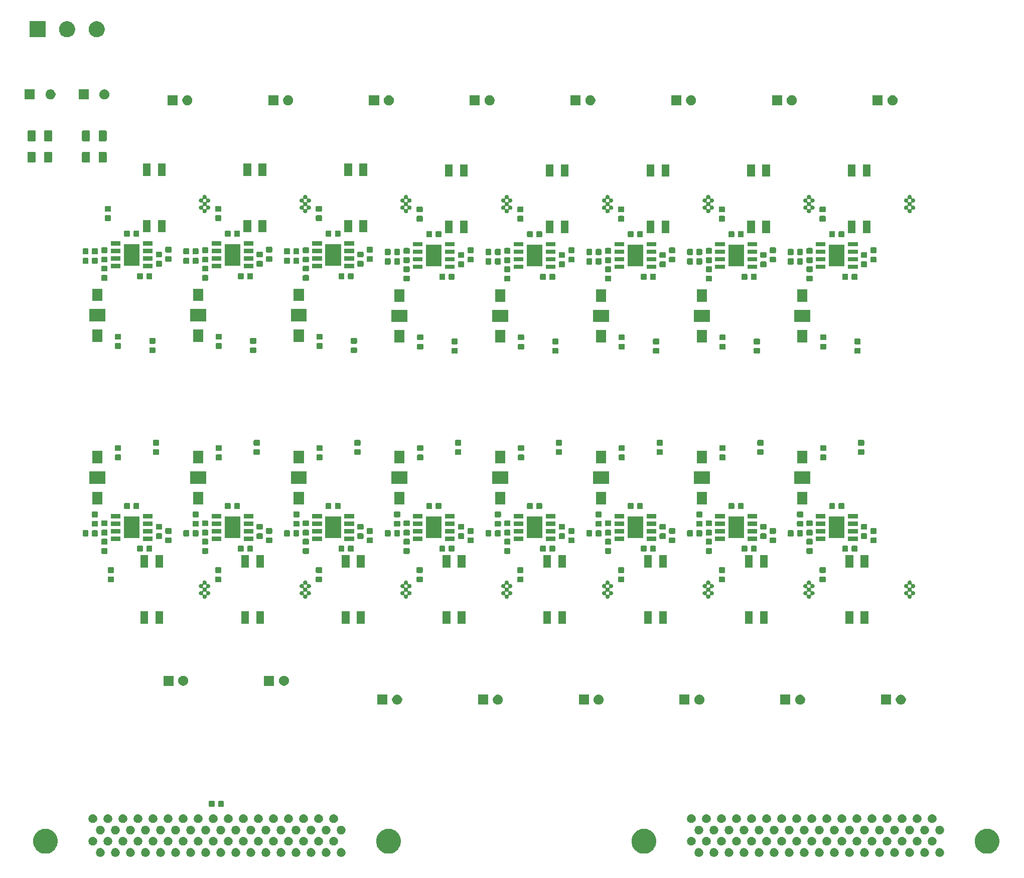
<source format=gts>
G04 #@! TF.GenerationSoftware,KiCad,Pcbnew,(5.1.5)-3*
G04 #@! TF.CreationDate,2020-10-27T13:55:20-04:00*
G04 #@! TF.ProjectId,ARTIQAmp,41525449-5141-46d7-902e-6b696361645f,rev?*
G04 #@! TF.SameCoordinates,Original*
G04 #@! TF.FileFunction,Soldermask,Top*
G04 #@! TF.FilePolarity,Negative*
%FSLAX46Y46*%
G04 Gerber Fmt 4.6, Leading zero omitted, Abs format (unit mm)*
G04 Created by KiCad (PCBNEW (5.1.5)-3) date 2020-10-27 13:55:20*
%MOMM*%
%LPD*%
G04 APERTURE LIST*
%ADD10C,0.100000*%
G04 APERTURE END LIST*
D10*
G36*
X48068225Y-165597091D02*
G01*
X48201257Y-165652195D01*
X48320984Y-165732194D01*
X48422806Y-165834016D01*
X48502805Y-165953743D01*
X48557909Y-166086775D01*
X48586000Y-166228001D01*
X48586000Y-166371999D01*
X48557909Y-166513225D01*
X48502805Y-166646257D01*
X48422806Y-166765984D01*
X48320984Y-166867806D01*
X48201257Y-166947805D01*
X48068225Y-167002909D01*
X47926999Y-167031000D01*
X47783001Y-167031000D01*
X47641775Y-167002909D01*
X47508743Y-166947805D01*
X47389016Y-166867806D01*
X47287194Y-166765984D01*
X47207195Y-166646257D01*
X47152091Y-166513225D01*
X47124000Y-166371999D01*
X47124000Y-166228001D01*
X47152091Y-166086775D01*
X47207195Y-165953743D01*
X47287194Y-165834016D01*
X47389016Y-165732194D01*
X47508743Y-165652195D01*
X47641775Y-165597091D01*
X47783001Y-165569000D01*
X47926999Y-165569000D01*
X48068225Y-165597091D01*
G37*
G36*
X169388225Y-165597091D02*
G01*
X169521257Y-165652195D01*
X169640984Y-165732194D01*
X169742806Y-165834016D01*
X169822805Y-165953743D01*
X169877909Y-166086775D01*
X169906000Y-166228001D01*
X169906000Y-166371999D01*
X169877909Y-166513225D01*
X169822805Y-166646257D01*
X169742806Y-166765984D01*
X169640984Y-166867806D01*
X169521257Y-166947805D01*
X169388225Y-167002909D01*
X169246999Y-167031000D01*
X169103001Y-167031000D01*
X168961775Y-167002909D01*
X168828743Y-166947805D01*
X168709016Y-166867806D01*
X168607194Y-166765984D01*
X168527195Y-166646257D01*
X168472091Y-166513225D01*
X168444000Y-166371999D01*
X168444000Y-166228001D01*
X168472091Y-166086775D01*
X168527195Y-165953743D01*
X168607194Y-165834016D01*
X168709016Y-165732194D01*
X168828743Y-165652195D01*
X168961775Y-165597091D01*
X169103001Y-165569000D01*
X169246999Y-165569000D01*
X169388225Y-165597091D01*
G37*
G36*
X187168225Y-165597091D02*
G01*
X187301257Y-165652195D01*
X187420984Y-165732194D01*
X187522806Y-165834016D01*
X187602805Y-165953743D01*
X187657909Y-166086775D01*
X187686000Y-166228001D01*
X187686000Y-166371999D01*
X187657909Y-166513225D01*
X187602805Y-166646257D01*
X187522806Y-166765984D01*
X187420984Y-166867806D01*
X187301257Y-166947805D01*
X187168225Y-167002909D01*
X187026999Y-167031000D01*
X186883001Y-167031000D01*
X186741775Y-167002909D01*
X186608743Y-166947805D01*
X186489016Y-166867806D01*
X186387194Y-166765984D01*
X186307195Y-166646257D01*
X186252091Y-166513225D01*
X186224000Y-166371999D01*
X186224000Y-166228001D01*
X186252091Y-166086775D01*
X186307195Y-165953743D01*
X186387194Y-165834016D01*
X186489016Y-165732194D01*
X186608743Y-165652195D01*
X186741775Y-165597091D01*
X186883001Y-165569000D01*
X187026999Y-165569000D01*
X187168225Y-165597091D01*
G37*
G36*
X184628225Y-165597091D02*
G01*
X184761257Y-165652195D01*
X184880984Y-165732194D01*
X184982806Y-165834016D01*
X185062805Y-165953743D01*
X185117909Y-166086775D01*
X185146000Y-166228001D01*
X185146000Y-166371999D01*
X185117909Y-166513225D01*
X185062805Y-166646257D01*
X184982806Y-166765984D01*
X184880984Y-166867806D01*
X184761257Y-166947805D01*
X184628225Y-167002909D01*
X184486999Y-167031000D01*
X184343001Y-167031000D01*
X184201775Y-167002909D01*
X184068743Y-166947805D01*
X183949016Y-166867806D01*
X183847194Y-166765984D01*
X183767195Y-166646257D01*
X183712091Y-166513225D01*
X183684000Y-166371999D01*
X183684000Y-166228001D01*
X183712091Y-166086775D01*
X183767195Y-165953743D01*
X183847194Y-165834016D01*
X183949016Y-165732194D01*
X184068743Y-165652195D01*
X184201775Y-165597091D01*
X184343001Y-165569000D01*
X184486999Y-165569000D01*
X184628225Y-165597091D01*
G37*
G36*
X182088225Y-165597091D02*
G01*
X182221257Y-165652195D01*
X182340984Y-165732194D01*
X182442806Y-165834016D01*
X182522805Y-165953743D01*
X182577909Y-166086775D01*
X182606000Y-166228001D01*
X182606000Y-166371999D01*
X182577909Y-166513225D01*
X182522805Y-166646257D01*
X182442806Y-166765984D01*
X182340984Y-166867806D01*
X182221257Y-166947805D01*
X182088225Y-167002909D01*
X181946999Y-167031000D01*
X181803001Y-167031000D01*
X181661775Y-167002909D01*
X181528743Y-166947805D01*
X181409016Y-166867806D01*
X181307194Y-166765984D01*
X181227195Y-166646257D01*
X181172091Y-166513225D01*
X181144000Y-166371999D01*
X181144000Y-166228001D01*
X181172091Y-166086775D01*
X181227195Y-165953743D01*
X181307194Y-165834016D01*
X181409016Y-165732194D01*
X181528743Y-165652195D01*
X181661775Y-165597091D01*
X181803001Y-165569000D01*
X181946999Y-165569000D01*
X182088225Y-165597091D01*
G37*
G36*
X179548225Y-165597091D02*
G01*
X179681257Y-165652195D01*
X179800984Y-165732194D01*
X179902806Y-165834016D01*
X179982805Y-165953743D01*
X180037909Y-166086775D01*
X180066000Y-166228001D01*
X180066000Y-166371999D01*
X180037909Y-166513225D01*
X179982805Y-166646257D01*
X179902806Y-166765984D01*
X179800984Y-166867806D01*
X179681257Y-166947805D01*
X179548225Y-167002909D01*
X179406999Y-167031000D01*
X179263001Y-167031000D01*
X179121775Y-167002909D01*
X178988743Y-166947805D01*
X178869016Y-166867806D01*
X178767194Y-166765984D01*
X178687195Y-166646257D01*
X178632091Y-166513225D01*
X178604000Y-166371999D01*
X178604000Y-166228001D01*
X178632091Y-166086775D01*
X178687195Y-165953743D01*
X178767194Y-165834016D01*
X178869016Y-165732194D01*
X178988743Y-165652195D01*
X179121775Y-165597091D01*
X179263001Y-165569000D01*
X179406999Y-165569000D01*
X179548225Y-165597091D01*
G37*
G36*
X177008225Y-165597091D02*
G01*
X177141257Y-165652195D01*
X177260984Y-165732194D01*
X177362806Y-165834016D01*
X177442805Y-165953743D01*
X177497909Y-166086775D01*
X177526000Y-166228001D01*
X177526000Y-166371999D01*
X177497909Y-166513225D01*
X177442805Y-166646257D01*
X177362806Y-166765984D01*
X177260984Y-166867806D01*
X177141257Y-166947805D01*
X177008225Y-167002909D01*
X176866999Y-167031000D01*
X176723001Y-167031000D01*
X176581775Y-167002909D01*
X176448743Y-166947805D01*
X176329016Y-166867806D01*
X176227194Y-166765984D01*
X176147195Y-166646257D01*
X176092091Y-166513225D01*
X176064000Y-166371999D01*
X176064000Y-166228001D01*
X176092091Y-166086775D01*
X176147195Y-165953743D01*
X176227194Y-165834016D01*
X176329016Y-165732194D01*
X176448743Y-165652195D01*
X176581775Y-165597091D01*
X176723001Y-165569000D01*
X176866999Y-165569000D01*
X177008225Y-165597091D01*
G37*
G36*
X174468225Y-165597091D02*
G01*
X174601257Y-165652195D01*
X174720984Y-165732194D01*
X174822806Y-165834016D01*
X174902805Y-165953743D01*
X174957909Y-166086775D01*
X174986000Y-166228001D01*
X174986000Y-166371999D01*
X174957909Y-166513225D01*
X174902805Y-166646257D01*
X174822806Y-166765984D01*
X174720984Y-166867806D01*
X174601257Y-166947805D01*
X174468225Y-167002909D01*
X174326999Y-167031000D01*
X174183001Y-167031000D01*
X174041775Y-167002909D01*
X173908743Y-166947805D01*
X173789016Y-166867806D01*
X173687194Y-166765984D01*
X173607195Y-166646257D01*
X173552091Y-166513225D01*
X173524000Y-166371999D01*
X173524000Y-166228001D01*
X173552091Y-166086775D01*
X173607195Y-165953743D01*
X173687194Y-165834016D01*
X173789016Y-165732194D01*
X173908743Y-165652195D01*
X174041775Y-165597091D01*
X174183001Y-165569000D01*
X174326999Y-165569000D01*
X174468225Y-165597091D01*
G37*
G36*
X171928225Y-165597091D02*
G01*
X172061257Y-165652195D01*
X172180984Y-165732194D01*
X172282806Y-165834016D01*
X172362805Y-165953743D01*
X172417909Y-166086775D01*
X172446000Y-166228001D01*
X172446000Y-166371999D01*
X172417909Y-166513225D01*
X172362805Y-166646257D01*
X172282806Y-166765984D01*
X172180984Y-166867806D01*
X172061257Y-166947805D01*
X171928225Y-167002909D01*
X171786999Y-167031000D01*
X171643001Y-167031000D01*
X171501775Y-167002909D01*
X171368743Y-166947805D01*
X171249016Y-166867806D01*
X171147194Y-166765984D01*
X171067195Y-166646257D01*
X171012091Y-166513225D01*
X170984000Y-166371999D01*
X170984000Y-166228001D01*
X171012091Y-166086775D01*
X171067195Y-165953743D01*
X171147194Y-165834016D01*
X171249016Y-165732194D01*
X171368743Y-165652195D01*
X171501775Y-165597091D01*
X171643001Y-165569000D01*
X171786999Y-165569000D01*
X171928225Y-165597091D01*
G37*
G36*
X146528225Y-165597091D02*
G01*
X146661257Y-165652195D01*
X146780984Y-165732194D01*
X146882806Y-165834016D01*
X146962805Y-165953743D01*
X147017909Y-166086775D01*
X147046000Y-166228001D01*
X147046000Y-166371999D01*
X147017909Y-166513225D01*
X146962805Y-166646257D01*
X146882806Y-166765984D01*
X146780984Y-166867806D01*
X146661257Y-166947805D01*
X146528225Y-167002909D01*
X146386999Y-167031000D01*
X146243001Y-167031000D01*
X146101775Y-167002909D01*
X145968743Y-166947805D01*
X145849016Y-166867806D01*
X145747194Y-166765984D01*
X145667195Y-166646257D01*
X145612091Y-166513225D01*
X145584000Y-166371999D01*
X145584000Y-166228001D01*
X145612091Y-166086775D01*
X145667195Y-165953743D01*
X145747194Y-165834016D01*
X145849016Y-165732194D01*
X145968743Y-165652195D01*
X146101775Y-165597091D01*
X146243001Y-165569000D01*
X146386999Y-165569000D01*
X146528225Y-165597091D01*
G37*
G36*
X166848225Y-165597091D02*
G01*
X166981257Y-165652195D01*
X167100984Y-165732194D01*
X167202806Y-165834016D01*
X167282805Y-165953743D01*
X167337909Y-166086775D01*
X167366000Y-166228001D01*
X167366000Y-166371999D01*
X167337909Y-166513225D01*
X167282805Y-166646257D01*
X167202806Y-166765984D01*
X167100984Y-166867806D01*
X166981257Y-166947805D01*
X166848225Y-167002909D01*
X166706999Y-167031000D01*
X166563001Y-167031000D01*
X166421775Y-167002909D01*
X166288743Y-166947805D01*
X166169016Y-166867806D01*
X166067194Y-166765984D01*
X165987195Y-166646257D01*
X165932091Y-166513225D01*
X165904000Y-166371999D01*
X165904000Y-166228001D01*
X165932091Y-166086775D01*
X165987195Y-165953743D01*
X166067194Y-165834016D01*
X166169016Y-165732194D01*
X166288743Y-165652195D01*
X166421775Y-165597091D01*
X166563001Y-165569000D01*
X166706999Y-165569000D01*
X166848225Y-165597091D01*
G37*
G36*
X164308225Y-165597091D02*
G01*
X164441257Y-165652195D01*
X164560984Y-165732194D01*
X164662806Y-165834016D01*
X164742805Y-165953743D01*
X164797909Y-166086775D01*
X164826000Y-166228001D01*
X164826000Y-166371999D01*
X164797909Y-166513225D01*
X164742805Y-166646257D01*
X164662806Y-166765984D01*
X164560984Y-166867806D01*
X164441257Y-166947805D01*
X164308225Y-167002909D01*
X164166999Y-167031000D01*
X164023001Y-167031000D01*
X163881775Y-167002909D01*
X163748743Y-166947805D01*
X163629016Y-166867806D01*
X163527194Y-166765984D01*
X163447195Y-166646257D01*
X163392091Y-166513225D01*
X163364000Y-166371999D01*
X163364000Y-166228001D01*
X163392091Y-166086775D01*
X163447195Y-165953743D01*
X163527194Y-165834016D01*
X163629016Y-165732194D01*
X163748743Y-165652195D01*
X163881775Y-165597091D01*
X164023001Y-165569000D01*
X164166999Y-165569000D01*
X164308225Y-165597091D01*
G37*
G36*
X161768225Y-165597091D02*
G01*
X161901257Y-165652195D01*
X162020984Y-165732194D01*
X162122806Y-165834016D01*
X162202805Y-165953743D01*
X162257909Y-166086775D01*
X162286000Y-166228001D01*
X162286000Y-166371999D01*
X162257909Y-166513225D01*
X162202805Y-166646257D01*
X162122806Y-166765984D01*
X162020984Y-166867806D01*
X161901257Y-166947805D01*
X161768225Y-167002909D01*
X161626999Y-167031000D01*
X161483001Y-167031000D01*
X161341775Y-167002909D01*
X161208743Y-166947805D01*
X161089016Y-166867806D01*
X160987194Y-166765984D01*
X160907195Y-166646257D01*
X160852091Y-166513225D01*
X160824000Y-166371999D01*
X160824000Y-166228001D01*
X160852091Y-166086775D01*
X160907195Y-165953743D01*
X160987194Y-165834016D01*
X161089016Y-165732194D01*
X161208743Y-165652195D01*
X161341775Y-165597091D01*
X161483001Y-165569000D01*
X161626999Y-165569000D01*
X161768225Y-165597091D01*
G37*
G36*
X159228225Y-165597091D02*
G01*
X159361257Y-165652195D01*
X159480984Y-165732194D01*
X159582806Y-165834016D01*
X159662805Y-165953743D01*
X159717909Y-166086775D01*
X159746000Y-166228001D01*
X159746000Y-166371999D01*
X159717909Y-166513225D01*
X159662805Y-166646257D01*
X159582806Y-166765984D01*
X159480984Y-166867806D01*
X159361257Y-166947805D01*
X159228225Y-167002909D01*
X159086999Y-167031000D01*
X158943001Y-167031000D01*
X158801775Y-167002909D01*
X158668743Y-166947805D01*
X158549016Y-166867806D01*
X158447194Y-166765984D01*
X158367195Y-166646257D01*
X158312091Y-166513225D01*
X158284000Y-166371999D01*
X158284000Y-166228001D01*
X158312091Y-166086775D01*
X158367195Y-165953743D01*
X158447194Y-165834016D01*
X158549016Y-165732194D01*
X158668743Y-165652195D01*
X158801775Y-165597091D01*
X158943001Y-165569000D01*
X159086999Y-165569000D01*
X159228225Y-165597091D01*
G37*
G36*
X156688225Y-165597091D02*
G01*
X156821257Y-165652195D01*
X156940984Y-165732194D01*
X157042806Y-165834016D01*
X157122805Y-165953743D01*
X157177909Y-166086775D01*
X157206000Y-166228001D01*
X157206000Y-166371999D01*
X157177909Y-166513225D01*
X157122805Y-166646257D01*
X157042806Y-166765984D01*
X156940984Y-166867806D01*
X156821257Y-166947805D01*
X156688225Y-167002909D01*
X156546999Y-167031000D01*
X156403001Y-167031000D01*
X156261775Y-167002909D01*
X156128743Y-166947805D01*
X156009016Y-166867806D01*
X155907194Y-166765984D01*
X155827195Y-166646257D01*
X155772091Y-166513225D01*
X155744000Y-166371999D01*
X155744000Y-166228001D01*
X155772091Y-166086775D01*
X155827195Y-165953743D01*
X155907194Y-165834016D01*
X156009016Y-165732194D01*
X156128743Y-165652195D01*
X156261775Y-165597091D01*
X156403001Y-165569000D01*
X156546999Y-165569000D01*
X156688225Y-165597091D01*
G37*
G36*
X154148225Y-165597091D02*
G01*
X154281257Y-165652195D01*
X154400984Y-165732194D01*
X154502806Y-165834016D01*
X154582805Y-165953743D01*
X154637909Y-166086775D01*
X154666000Y-166228001D01*
X154666000Y-166371999D01*
X154637909Y-166513225D01*
X154582805Y-166646257D01*
X154502806Y-166765984D01*
X154400984Y-166867806D01*
X154281257Y-166947805D01*
X154148225Y-167002909D01*
X154006999Y-167031000D01*
X153863001Y-167031000D01*
X153721775Y-167002909D01*
X153588743Y-166947805D01*
X153469016Y-166867806D01*
X153367194Y-166765984D01*
X153287195Y-166646257D01*
X153232091Y-166513225D01*
X153204000Y-166371999D01*
X153204000Y-166228001D01*
X153232091Y-166086775D01*
X153287195Y-165953743D01*
X153367194Y-165834016D01*
X153469016Y-165732194D01*
X153588743Y-165652195D01*
X153721775Y-165597091D01*
X153863001Y-165569000D01*
X154006999Y-165569000D01*
X154148225Y-165597091D01*
G37*
G36*
X151608225Y-165597091D02*
G01*
X151741257Y-165652195D01*
X151860984Y-165732194D01*
X151962806Y-165834016D01*
X152042805Y-165953743D01*
X152097909Y-166086775D01*
X152126000Y-166228001D01*
X152126000Y-166371999D01*
X152097909Y-166513225D01*
X152042805Y-166646257D01*
X151962806Y-166765984D01*
X151860984Y-166867806D01*
X151741257Y-166947805D01*
X151608225Y-167002909D01*
X151466999Y-167031000D01*
X151323001Y-167031000D01*
X151181775Y-167002909D01*
X151048743Y-166947805D01*
X150929016Y-166867806D01*
X150827194Y-166765984D01*
X150747195Y-166646257D01*
X150692091Y-166513225D01*
X150664000Y-166371999D01*
X150664000Y-166228001D01*
X150692091Y-166086775D01*
X150747195Y-165953743D01*
X150827194Y-165834016D01*
X150929016Y-165732194D01*
X151048743Y-165652195D01*
X151181775Y-165597091D01*
X151323001Y-165569000D01*
X151466999Y-165569000D01*
X151608225Y-165597091D01*
G37*
G36*
X68388225Y-165597091D02*
G01*
X68521257Y-165652195D01*
X68640984Y-165732194D01*
X68742806Y-165834016D01*
X68822805Y-165953743D01*
X68877909Y-166086775D01*
X68906000Y-166228001D01*
X68906000Y-166371999D01*
X68877909Y-166513225D01*
X68822805Y-166646257D01*
X68742806Y-166765984D01*
X68640984Y-166867806D01*
X68521257Y-166947805D01*
X68388225Y-167002909D01*
X68246999Y-167031000D01*
X68103001Y-167031000D01*
X67961775Y-167002909D01*
X67828743Y-166947805D01*
X67709016Y-166867806D01*
X67607194Y-166765984D01*
X67527195Y-166646257D01*
X67472091Y-166513225D01*
X67444000Y-166371999D01*
X67444000Y-166228001D01*
X67472091Y-166086775D01*
X67527195Y-165953743D01*
X67607194Y-165834016D01*
X67709016Y-165732194D01*
X67828743Y-165652195D01*
X67961775Y-165597091D01*
X68103001Y-165569000D01*
X68246999Y-165569000D01*
X68388225Y-165597091D01*
G37*
G36*
X50608225Y-165597091D02*
G01*
X50741257Y-165652195D01*
X50860984Y-165732194D01*
X50962806Y-165834016D01*
X51042805Y-165953743D01*
X51097909Y-166086775D01*
X51126000Y-166228001D01*
X51126000Y-166371999D01*
X51097909Y-166513225D01*
X51042805Y-166646257D01*
X50962806Y-166765984D01*
X50860984Y-166867806D01*
X50741257Y-166947805D01*
X50608225Y-167002909D01*
X50466999Y-167031000D01*
X50323001Y-167031000D01*
X50181775Y-167002909D01*
X50048743Y-166947805D01*
X49929016Y-166867806D01*
X49827194Y-166765984D01*
X49747195Y-166646257D01*
X49692091Y-166513225D01*
X49664000Y-166371999D01*
X49664000Y-166228001D01*
X49692091Y-166086775D01*
X49747195Y-165953743D01*
X49827194Y-165834016D01*
X49929016Y-165732194D01*
X50048743Y-165652195D01*
X50181775Y-165597091D01*
X50323001Y-165569000D01*
X50466999Y-165569000D01*
X50608225Y-165597091D01*
G37*
G36*
X45528225Y-165597091D02*
G01*
X45661257Y-165652195D01*
X45780984Y-165732194D01*
X45882806Y-165834016D01*
X45962805Y-165953743D01*
X46017909Y-166086775D01*
X46046000Y-166228001D01*
X46046000Y-166371999D01*
X46017909Y-166513225D01*
X45962805Y-166646257D01*
X45882806Y-166765984D01*
X45780984Y-166867806D01*
X45661257Y-166947805D01*
X45528225Y-167002909D01*
X45386999Y-167031000D01*
X45243001Y-167031000D01*
X45101775Y-167002909D01*
X44968743Y-166947805D01*
X44849016Y-166867806D01*
X44747194Y-166765984D01*
X44667195Y-166646257D01*
X44612091Y-166513225D01*
X44584000Y-166371999D01*
X44584000Y-166228001D01*
X44612091Y-166086775D01*
X44667195Y-165953743D01*
X44747194Y-165834016D01*
X44849016Y-165732194D01*
X44968743Y-165652195D01*
X45101775Y-165597091D01*
X45243001Y-165569000D01*
X45386999Y-165569000D01*
X45528225Y-165597091D01*
G37*
G36*
X86168225Y-165597091D02*
G01*
X86301257Y-165652195D01*
X86420984Y-165732194D01*
X86522806Y-165834016D01*
X86602805Y-165953743D01*
X86657909Y-166086775D01*
X86686000Y-166228001D01*
X86686000Y-166371999D01*
X86657909Y-166513225D01*
X86602805Y-166646257D01*
X86522806Y-166765984D01*
X86420984Y-166867806D01*
X86301257Y-166947805D01*
X86168225Y-167002909D01*
X86026999Y-167031000D01*
X85883001Y-167031000D01*
X85741775Y-167002909D01*
X85608743Y-166947805D01*
X85489016Y-166867806D01*
X85387194Y-166765984D01*
X85307195Y-166646257D01*
X85252091Y-166513225D01*
X85224000Y-166371999D01*
X85224000Y-166228001D01*
X85252091Y-166086775D01*
X85307195Y-165953743D01*
X85387194Y-165834016D01*
X85489016Y-165732194D01*
X85608743Y-165652195D01*
X85741775Y-165597091D01*
X85883001Y-165569000D01*
X86026999Y-165569000D01*
X86168225Y-165597091D01*
G37*
G36*
X83628225Y-165597091D02*
G01*
X83761257Y-165652195D01*
X83880984Y-165732194D01*
X83982806Y-165834016D01*
X84062805Y-165953743D01*
X84117909Y-166086775D01*
X84146000Y-166228001D01*
X84146000Y-166371999D01*
X84117909Y-166513225D01*
X84062805Y-166646257D01*
X83982806Y-166765984D01*
X83880984Y-166867806D01*
X83761257Y-166947805D01*
X83628225Y-167002909D01*
X83486999Y-167031000D01*
X83343001Y-167031000D01*
X83201775Y-167002909D01*
X83068743Y-166947805D01*
X82949016Y-166867806D01*
X82847194Y-166765984D01*
X82767195Y-166646257D01*
X82712091Y-166513225D01*
X82684000Y-166371999D01*
X82684000Y-166228001D01*
X82712091Y-166086775D01*
X82767195Y-165953743D01*
X82847194Y-165834016D01*
X82949016Y-165732194D01*
X83068743Y-165652195D01*
X83201775Y-165597091D01*
X83343001Y-165569000D01*
X83486999Y-165569000D01*
X83628225Y-165597091D01*
G37*
G36*
X81088225Y-165597091D02*
G01*
X81221257Y-165652195D01*
X81340984Y-165732194D01*
X81442806Y-165834016D01*
X81522805Y-165953743D01*
X81577909Y-166086775D01*
X81606000Y-166228001D01*
X81606000Y-166371999D01*
X81577909Y-166513225D01*
X81522805Y-166646257D01*
X81442806Y-166765984D01*
X81340984Y-166867806D01*
X81221257Y-166947805D01*
X81088225Y-167002909D01*
X80946999Y-167031000D01*
X80803001Y-167031000D01*
X80661775Y-167002909D01*
X80528743Y-166947805D01*
X80409016Y-166867806D01*
X80307194Y-166765984D01*
X80227195Y-166646257D01*
X80172091Y-166513225D01*
X80144000Y-166371999D01*
X80144000Y-166228001D01*
X80172091Y-166086775D01*
X80227195Y-165953743D01*
X80307194Y-165834016D01*
X80409016Y-165732194D01*
X80528743Y-165652195D01*
X80661775Y-165597091D01*
X80803001Y-165569000D01*
X80946999Y-165569000D01*
X81088225Y-165597091D01*
G37*
G36*
X78548225Y-165597091D02*
G01*
X78681257Y-165652195D01*
X78800984Y-165732194D01*
X78902806Y-165834016D01*
X78982805Y-165953743D01*
X79037909Y-166086775D01*
X79066000Y-166228001D01*
X79066000Y-166371999D01*
X79037909Y-166513225D01*
X78982805Y-166646257D01*
X78902806Y-166765984D01*
X78800984Y-166867806D01*
X78681257Y-166947805D01*
X78548225Y-167002909D01*
X78406999Y-167031000D01*
X78263001Y-167031000D01*
X78121775Y-167002909D01*
X77988743Y-166947805D01*
X77869016Y-166867806D01*
X77767194Y-166765984D01*
X77687195Y-166646257D01*
X77632091Y-166513225D01*
X77604000Y-166371999D01*
X77604000Y-166228001D01*
X77632091Y-166086775D01*
X77687195Y-165953743D01*
X77767194Y-165834016D01*
X77869016Y-165732194D01*
X77988743Y-165652195D01*
X78121775Y-165597091D01*
X78263001Y-165569000D01*
X78406999Y-165569000D01*
X78548225Y-165597091D01*
G37*
G36*
X76008225Y-165597091D02*
G01*
X76141257Y-165652195D01*
X76260984Y-165732194D01*
X76362806Y-165834016D01*
X76442805Y-165953743D01*
X76497909Y-166086775D01*
X76526000Y-166228001D01*
X76526000Y-166371999D01*
X76497909Y-166513225D01*
X76442805Y-166646257D01*
X76362806Y-166765984D01*
X76260984Y-166867806D01*
X76141257Y-166947805D01*
X76008225Y-167002909D01*
X75866999Y-167031000D01*
X75723001Y-167031000D01*
X75581775Y-167002909D01*
X75448743Y-166947805D01*
X75329016Y-166867806D01*
X75227194Y-166765984D01*
X75147195Y-166646257D01*
X75092091Y-166513225D01*
X75064000Y-166371999D01*
X75064000Y-166228001D01*
X75092091Y-166086775D01*
X75147195Y-165953743D01*
X75227194Y-165834016D01*
X75329016Y-165732194D01*
X75448743Y-165652195D01*
X75581775Y-165597091D01*
X75723001Y-165569000D01*
X75866999Y-165569000D01*
X76008225Y-165597091D01*
G37*
G36*
X73468225Y-165597091D02*
G01*
X73601257Y-165652195D01*
X73720984Y-165732194D01*
X73822806Y-165834016D01*
X73902805Y-165953743D01*
X73957909Y-166086775D01*
X73986000Y-166228001D01*
X73986000Y-166371999D01*
X73957909Y-166513225D01*
X73902805Y-166646257D01*
X73822806Y-166765984D01*
X73720984Y-166867806D01*
X73601257Y-166947805D01*
X73468225Y-167002909D01*
X73326999Y-167031000D01*
X73183001Y-167031000D01*
X73041775Y-167002909D01*
X72908743Y-166947805D01*
X72789016Y-166867806D01*
X72687194Y-166765984D01*
X72607195Y-166646257D01*
X72552091Y-166513225D01*
X72524000Y-166371999D01*
X72524000Y-166228001D01*
X72552091Y-166086775D01*
X72607195Y-165953743D01*
X72687194Y-165834016D01*
X72789016Y-165732194D01*
X72908743Y-165652195D01*
X73041775Y-165597091D01*
X73183001Y-165569000D01*
X73326999Y-165569000D01*
X73468225Y-165597091D01*
G37*
G36*
X70928225Y-165597091D02*
G01*
X71061257Y-165652195D01*
X71180984Y-165732194D01*
X71282806Y-165834016D01*
X71362805Y-165953743D01*
X71417909Y-166086775D01*
X71446000Y-166228001D01*
X71446000Y-166371999D01*
X71417909Y-166513225D01*
X71362805Y-166646257D01*
X71282806Y-166765984D01*
X71180984Y-166867806D01*
X71061257Y-166947805D01*
X70928225Y-167002909D01*
X70786999Y-167031000D01*
X70643001Y-167031000D01*
X70501775Y-167002909D01*
X70368743Y-166947805D01*
X70249016Y-166867806D01*
X70147194Y-166765984D01*
X70067195Y-166646257D01*
X70012091Y-166513225D01*
X69984000Y-166371999D01*
X69984000Y-166228001D01*
X70012091Y-166086775D01*
X70067195Y-165953743D01*
X70147194Y-165834016D01*
X70249016Y-165732194D01*
X70368743Y-165652195D01*
X70501775Y-165597091D01*
X70643001Y-165569000D01*
X70786999Y-165569000D01*
X70928225Y-165597091D01*
G37*
G36*
X149068225Y-165597091D02*
G01*
X149201257Y-165652195D01*
X149320984Y-165732194D01*
X149422806Y-165834016D01*
X149502805Y-165953743D01*
X149557909Y-166086775D01*
X149586000Y-166228001D01*
X149586000Y-166371999D01*
X149557909Y-166513225D01*
X149502805Y-166646257D01*
X149422806Y-166765984D01*
X149320984Y-166867806D01*
X149201257Y-166947805D01*
X149068225Y-167002909D01*
X148926999Y-167031000D01*
X148783001Y-167031000D01*
X148641775Y-167002909D01*
X148508743Y-166947805D01*
X148389016Y-166867806D01*
X148287194Y-166765984D01*
X148207195Y-166646257D01*
X148152091Y-166513225D01*
X148124000Y-166371999D01*
X148124000Y-166228001D01*
X148152091Y-166086775D01*
X148207195Y-165953743D01*
X148287194Y-165834016D01*
X148389016Y-165732194D01*
X148508743Y-165652195D01*
X148641775Y-165597091D01*
X148783001Y-165569000D01*
X148926999Y-165569000D01*
X149068225Y-165597091D01*
G37*
G36*
X65848225Y-165597091D02*
G01*
X65981257Y-165652195D01*
X66100984Y-165732194D01*
X66202806Y-165834016D01*
X66282805Y-165953743D01*
X66337909Y-166086775D01*
X66366000Y-166228001D01*
X66366000Y-166371999D01*
X66337909Y-166513225D01*
X66282805Y-166646257D01*
X66202806Y-166765984D01*
X66100984Y-166867806D01*
X65981257Y-166947805D01*
X65848225Y-167002909D01*
X65706999Y-167031000D01*
X65563001Y-167031000D01*
X65421775Y-167002909D01*
X65288743Y-166947805D01*
X65169016Y-166867806D01*
X65067194Y-166765984D01*
X64987195Y-166646257D01*
X64932091Y-166513225D01*
X64904000Y-166371999D01*
X64904000Y-166228001D01*
X64932091Y-166086775D01*
X64987195Y-165953743D01*
X65067194Y-165834016D01*
X65169016Y-165732194D01*
X65288743Y-165652195D01*
X65421775Y-165597091D01*
X65563001Y-165569000D01*
X65706999Y-165569000D01*
X65848225Y-165597091D01*
G37*
G36*
X63308225Y-165597091D02*
G01*
X63441257Y-165652195D01*
X63560984Y-165732194D01*
X63662806Y-165834016D01*
X63742805Y-165953743D01*
X63797909Y-166086775D01*
X63826000Y-166228001D01*
X63826000Y-166371999D01*
X63797909Y-166513225D01*
X63742805Y-166646257D01*
X63662806Y-166765984D01*
X63560984Y-166867806D01*
X63441257Y-166947805D01*
X63308225Y-167002909D01*
X63166999Y-167031000D01*
X63023001Y-167031000D01*
X62881775Y-167002909D01*
X62748743Y-166947805D01*
X62629016Y-166867806D01*
X62527194Y-166765984D01*
X62447195Y-166646257D01*
X62392091Y-166513225D01*
X62364000Y-166371999D01*
X62364000Y-166228001D01*
X62392091Y-166086775D01*
X62447195Y-165953743D01*
X62527194Y-165834016D01*
X62629016Y-165732194D01*
X62748743Y-165652195D01*
X62881775Y-165597091D01*
X63023001Y-165569000D01*
X63166999Y-165569000D01*
X63308225Y-165597091D01*
G37*
G36*
X60768225Y-165597091D02*
G01*
X60901257Y-165652195D01*
X61020984Y-165732194D01*
X61122806Y-165834016D01*
X61202805Y-165953743D01*
X61257909Y-166086775D01*
X61286000Y-166228001D01*
X61286000Y-166371999D01*
X61257909Y-166513225D01*
X61202805Y-166646257D01*
X61122806Y-166765984D01*
X61020984Y-166867806D01*
X60901257Y-166947805D01*
X60768225Y-167002909D01*
X60626999Y-167031000D01*
X60483001Y-167031000D01*
X60341775Y-167002909D01*
X60208743Y-166947805D01*
X60089016Y-166867806D01*
X59987194Y-166765984D01*
X59907195Y-166646257D01*
X59852091Y-166513225D01*
X59824000Y-166371999D01*
X59824000Y-166228001D01*
X59852091Y-166086775D01*
X59907195Y-165953743D01*
X59987194Y-165834016D01*
X60089016Y-165732194D01*
X60208743Y-165652195D01*
X60341775Y-165597091D01*
X60483001Y-165569000D01*
X60626999Y-165569000D01*
X60768225Y-165597091D01*
G37*
G36*
X58228225Y-165597091D02*
G01*
X58361257Y-165652195D01*
X58480984Y-165732194D01*
X58582806Y-165834016D01*
X58662805Y-165953743D01*
X58717909Y-166086775D01*
X58746000Y-166228001D01*
X58746000Y-166371999D01*
X58717909Y-166513225D01*
X58662805Y-166646257D01*
X58582806Y-166765984D01*
X58480984Y-166867806D01*
X58361257Y-166947805D01*
X58228225Y-167002909D01*
X58086999Y-167031000D01*
X57943001Y-167031000D01*
X57801775Y-167002909D01*
X57668743Y-166947805D01*
X57549016Y-166867806D01*
X57447194Y-166765984D01*
X57367195Y-166646257D01*
X57312091Y-166513225D01*
X57284000Y-166371999D01*
X57284000Y-166228001D01*
X57312091Y-166086775D01*
X57367195Y-165953743D01*
X57447194Y-165834016D01*
X57549016Y-165732194D01*
X57668743Y-165652195D01*
X57801775Y-165597091D01*
X57943001Y-165569000D01*
X58086999Y-165569000D01*
X58228225Y-165597091D01*
G37*
G36*
X55688225Y-165597091D02*
G01*
X55821257Y-165652195D01*
X55940984Y-165732194D01*
X56042806Y-165834016D01*
X56122805Y-165953743D01*
X56177909Y-166086775D01*
X56206000Y-166228001D01*
X56206000Y-166371999D01*
X56177909Y-166513225D01*
X56122805Y-166646257D01*
X56042806Y-166765984D01*
X55940984Y-166867806D01*
X55821257Y-166947805D01*
X55688225Y-167002909D01*
X55546999Y-167031000D01*
X55403001Y-167031000D01*
X55261775Y-167002909D01*
X55128743Y-166947805D01*
X55009016Y-166867806D01*
X54907194Y-166765984D01*
X54827195Y-166646257D01*
X54772091Y-166513225D01*
X54744000Y-166371999D01*
X54744000Y-166228001D01*
X54772091Y-166086775D01*
X54827195Y-165953743D01*
X54907194Y-165834016D01*
X55009016Y-165732194D01*
X55128743Y-165652195D01*
X55261775Y-165597091D01*
X55403001Y-165569000D01*
X55546999Y-165569000D01*
X55688225Y-165597091D01*
G37*
G36*
X53148225Y-165597091D02*
G01*
X53281257Y-165652195D01*
X53400984Y-165732194D01*
X53502806Y-165834016D01*
X53582805Y-165953743D01*
X53637909Y-166086775D01*
X53666000Y-166228001D01*
X53666000Y-166371999D01*
X53637909Y-166513225D01*
X53582805Y-166646257D01*
X53502806Y-166765984D01*
X53400984Y-166867806D01*
X53281257Y-166947805D01*
X53148225Y-167002909D01*
X53006999Y-167031000D01*
X52863001Y-167031000D01*
X52721775Y-167002909D01*
X52588743Y-166947805D01*
X52469016Y-166867806D01*
X52367194Y-166765984D01*
X52287195Y-166646257D01*
X52232091Y-166513225D01*
X52204000Y-166371999D01*
X52204000Y-166228001D01*
X52232091Y-166086775D01*
X52287195Y-165953743D01*
X52367194Y-165834016D01*
X52469016Y-165732194D01*
X52588743Y-165652195D01*
X52721775Y-165597091D01*
X52863001Y-165569000D01*
X53006999Y-165569000D01*
X53148225Y-165597091D01*
G37*
G36*
X195432536Y-162352827D02*
G01*
X195567839Y-162379740D01*
X195950197Y-162538118D01*
X196000900Y-162571997D01*
X196294309Y-162768046D01*
X196586954Y-163060691D01*
X196681980Y-163202908D01*
X196816882Y-163404803D01*
X196975260Y-163787161D01*
X197056000Y-164193070D01*
X197056000Y-164606930D01*
X196975260Y-165012839D01*
X196926316Y-165131000D01*
X196816883Y-165395195D01*
X196645162Y-165652195D01*
X196586953Y-165739310D01*
X196294310Y-166031953D01*
X195950197Y-166261882D01*
X195567839Y-166420260D01*
X195432536Y-166447173D01*
X195161932Y-166501000D01*
X194748068Y-166501000D01*
X194477464Y-166447173D01*
X194342161Y-166420260D01*
X193959803Y-166261882D01*
X193615690Y-166031953D01*
X193323047Y-165739310D01*
X193264839Y-165652195D01*
X193093117Y-165395195D01*
X192983684Y-165131000D01*
X192934740Y-165012839D01*
X192854000Y-164606930D01*
X192854000Y-164193070D01*
X192934740Y-163787161D01*
X193093118Y-163404803D01*
X193228020Y-163202908D01*
X193323046Y-163060691D01*
X193615691Y-162768046D01*
X193909100Y-162571997D01*
X193959803Y-162538118D01*
X194342161Y-162379740D01*
X194477464Y-162352827D01*
X194748068Y-162299000D01*
X195161932Y-162299000D01*
X195432536Y-162352827D01*
G37*
G36*
X94432536Y-162352827D02*
G01*
X94567839Y-162379740D01*
X94950197Y-162538118D01*
X95000900Y-162571997D01*
X95294309Y-162768046D01*
X95586954Y-163060691D01*
X95681980Y-163202908D01*
X95816882Y-163404803D01*
X95975260Y-163787161D01*
X96056000Y-164193070D01*
X96056000Y-164606930D01*
X95975260Y-165012839D01*
X95926316Y-165131000D01*
X95816883Y-165395195D01*
X95645162Y-165652195D01*
X95586953Y-165739310D01*
X95294310Y-166031953D01*
X94950197Y-166261882D01*
X94567839Y-166420260D01*
X94432536Y-166447173D01*
X94161932Y-166501000D01*
X93748068Y-166501000D01*
X93477464Y-166447173D01*
X93342161Y-166420260D01*
X92959803Y-166261882D01*
X92615690Y-166031953D01*
X92323047Y-165739310D01*
X92264839Y-165652195D01*
X92093117Y-165395195D01*
X91983684Y-165131000D01*
X91934740Y-165012839D01*
X91854000Y-164606930D01*
X91854000Y-164193070D01*
X91934740Y-163787161D01*
X92093118Y-163404803D01*
X92228020Y-163202908D01*
X92323046Y-163060691D01*
X92615691Y-162768046D01*
X92909100Y-162571997D01*
X92959803Y-162538118D01*
X93342161Y-162379740D01*
X93477464Y-162352827D01*
X93748068Y-162299000D01*
X94161932Y-162299000D01*
X94432536Y-162352827D01*
G37*
G36*
X36522536Y-162352827D02*
G01*
X36657839Y-162379740D01*
X37040197Y-162538118D01*
X37090900Y-162571997D01*
X37384309Y-162768046D01*
X37676954Y-163060691D01*
X37771980Y-163202908D01*
X37906882Y-163404803D01*
X38065260Y-163787161D01*
X38146000Y-164193070D01*
X38146000Y-164606930D01*
X38065260Y-165012839D01*
X38016316Y-165131000D01*
X37906883Y-165395195D01*
X37735162Y-165652195D01*
X37676953Y-165739310D01*
X37384310Y-166031953D01*
X37040197Y-166261882D01*
X36657839Y-166420260D01*
X36522536Y-166447173D01*
X36251932Y-166501000D01*
X35838068Y-166501000D01*
X35567464Y-166447173D01*
X35432161Y-166420260D01*
X35049803Y-166261882D01*
X34705690Y-166031953D01*
X34413047Y-165739310D01*
X34354839Y-165652195D01*
X34183117Y-165395195D01*
X34073684Y-165131000D01*
X34024740Y-165012839D01*
X33944000Y-164606930D01*
X33944000Y-164193070D01*
X34024740Y-163787161D01*
X34183118Y-163404803D01*
X34318020Y-163202908D01*
X34413046Y-163060691D01*
X34705691Y-162768046D01*
X34999100Y-162571997D01*
X35049803Y-162538118D01*
X35432161Y-162379740D01*
X35567464Y-162352827D01*
X35838068Y-162299000D01*
X36251932Y-162299000D01*
X36522536Y-162352827D01*
G37*
G36*
X137522536Y-162352827D02*
G01*
X137657839Y-162379740D01*
X138040197Y-162538118D01*
X138090900Y-162571997D01*
X138384309Y-162768046D01*
X138676954Y-163060691D01*
X138771980Y-163202908D01*
X138906882Y-163404803D01*
X139065260Y-163787161D01*
X139146000Y-164193070D01*
X139146000Y-164606930D01*
X139065260Y-165012839D01*
X139016316Y-165131000D01*
X138906883Y-165395195D01*
X138735162Y-165652195D01*
X138676953Y-165739310D01*
X138384310Y-166031953D01*
X138040197Y-166261882D01*
X137657839Y-166420260D01*
X137522536Y-166447173D01*
X137251932Y-166501000D01*
X136838068Y-166501000D01*
X136567464Y-166447173D01*
X136432161Y-166420260D01*
X136049803Y-166261882D01*
X135705690Y-166031953D01*
X135413047Y-165739310D01*
X135354839Y-165652195D01*
X135183117Y-165395195D01*
X135073684Y-165131000D01*
X135024740Y-165012839D01*
X134944000Y-164606930D01*
X134944000Y-164193070D01*
X135024740Y-163787161D01*
X135183118Y-163404803D01*
X135318020Y-163202908D01*
X135413046Y-163060691D01*
X135705691Y-162768046D01*
X135999100Y-162571997D01*
X136049803Y-162538118D01*
X136432161Y-162379740D01*
X136567464Y-162352827D01*
X136838068Y-162299000D01*
X137251932Y-162299000D01*
X137522536Y-162352827D01*
G37*
G36*
X64578225Y-163697091D02*
G01*
X64711257Y-163752195D01*
X64830984Y-163832194D01*
X64932806Y-163934016D01*
X65012805Y-164053743D01*
X65067909Y-164186775D01*
X65096000Y-164328001D01*
X65096000Y-164471999D01*
X65067909Y-164613225D01*
X65012805Y-164746257D01*
X64932806Y-164865984D01*
X64830984Y-164967806D01*
X64711257Y-165047805D01*
X64578225Y-165102909D01*
X64436999Y-165131000D01*
X64293001Y-165131000D01*
X64151775Y-165102909D01*
X64018743Y-165047805D01*
X63899016Y-164967806D01*
X63797194Y-164865984D01*
X63717195Y-164746257D01*
X63662091Y-164613225D01*
X63634000Y-164471999D01*
X63634000Y-164328001D01*
X63662091Y-164186775D01*
X63717195Y-164053743D01*
X63797194Y-163934016D01*
X63899016Y-163832194D01*
X64018743Y-163752195D01*
X64151775Y-163697091D01*
X64293001Y-163669000D01*
X64436999Y-163669000D01*
X64578225Y-163697091D01*
G37*
G36*
X82358225Y-163697091D02*
G01*
X82491257Y-163752195D01*
X82610984Y-163832194D01*
X82712806Y-163934016D01*
X82792805Y-164053743D01*
X82847909Y-164186775D01*
X82876000Y-164328001D01*
X82876000Y-164471999D01*
X82847909Y-164613225D01*
X82792805Y-164746257D01*
X82712806Y-164865984D01*
X82610984Y-164967806D01*
X82491257Y-165047805D01*
X82358225Y-165102909D01*
X82216999Y-165131000D01*
X82073001Y-165131000D01*
X81931775Y-165102909D01*
X81798743Y-165047805D01*
X81679016Y-164967806D01*
X81577194Y-164865984D01*
X81497195Y-164746257D01*
X81442091Y-164613225D01*
X81414000Y-164471999D01*
X81414000Y-164328001D01*
X81442091Y-164186775D01*
X81497195Y-164053743D01*
X81577194Y-163934016D01*
X81679016Y-163832194D01*
X81798743Y-163752195D01*
X81931775Y-163697091D01*
X82073001Y-163669000D01*
X82216999Y-163669000D01*
X82358225Y-163697091D01*
G37*
G36*
X168118225Y-163697091D02*
G01*
X168251257Y-163752195D01*
X168370984Y-163832194D01*
X168472806Y-163934016D01*
X168552805Y-164053743D01*
X168607909Y-164186775D01*
X168636000Y-164328001D01*
X168636000Y-164471999D01*
X168607909Y-164613225D01*
X168552805Y-164746257D01*
X168472806Y-164865984D01*
X168370984Y-164967806D01*
X168251257Y-165047805D01*
X168118225Y-165102909D01*
X167976999Y-165131000D01*
X167833001Y-165131000D01*
X167691775Y-165102909D01*
X167558743Y-165047805D01*
X167439016Y-164967806D01*
X167337194Y-164865984D01*
X167257195Y-164746257D01*
X167202091Y-164613225D01*
X167174000Y-164471999D01*
X167174000Y-164328001D01*
X167202091Y-164186775D01*
X167257195Y-164053743D01*
X167337194Y-163934016D01*
X167439016Y-163832194D01*
X167558743Y-163752195D01*
X167691775Y-163697091D01*
X167833001Y-163669000D01*
X167976999Y-163669000D01*
X168118225Y-163697091D01*
G37*
G36*
X67118225Y-163697091D02*
G01*
X67251257Y-163752195D01*
X67370984Y-163832194D01*
X67472806Y-163934016D01*
X67552805Y-164053743D01*
X67607909Y-164186775D01*
X67636000Y-164328001D01*
X67636000Y-164471999D01*
X67607909Y-164613225D01*
X67552805Y-164746257D01*
X67472806Y-164865984D01*
X67370984Y-164967806D01*
X67251257Y-165047805D01*
X67118225Y-165102909D01*
X66976999Y-165131000D01*
X66833001Y-165131000D01*
X66691775Y-165102909D01*
X66558743Y-165047805D01*
X66439016Y-164967806D01*
X66337194Y-164865984D01*
X66257195Y-164746257D01*
X66202091Y-164613225D01*
X66174000Y-164471999D01*
X66174000Y-164328001D01*
X66202091Y-164186775D01*
X66257195Y-164053743D01*
X66337194Y-163934016D01*
X66439016Y-163832194D01*
X66558743Y-163752195D01*
X66691775Y-163697091D01*
X66833001Y-163669000D01*
X66976999Y-163669000D01*
X67118225Y-163697091D01*
G37*
G36*
X165578225Y-163697091D02*
G01*
X165711257Y-163752195D01*
X165830984Y-163832194D01*
X165932806Y-163934016D01*
X166012805Y-164053743D01*
X166067909Y-164186775D01*
X166096000Y-164328001D01*
X166096000Y-164471999D01*
X166067909Y-164613225D01*
X166012805Y-164746257D01*
X165932806Y-164865984D01*
X165830984Y-164967806D01*
X165711257Y-165047805D01*
X165578225Y-165102909D01*
X165436999Y-165131000D01*
X165293001Y-165131000D01*
X165151775Y-165102909D01*
X165018743Y-165047805D01*
X164899016Y-164967806D01*
X164797194Y-164865984D01*
X164717195Y-164746257D01*
X164662091Y-164613225D01*
X164634000Y-164471999D01*
X164634000Y-164328001D01*
X164662091Y-164186775D01*
X164717195Y-164053743D01*
X164797194Y-163934016D01*
X164899016Y-163832194D01*
X165018743Y-163752195D01*
X165151775Y-163697091D01*
X165293001Y-163669000D01*
X165436999Y-163669000D01*
X165578225Y-163697091D01*
G37*
G36*
X69658225Y-163697091D02*
G01*
X69791257Y-163752195D01*
X69910984Y-163832194D01*
X70012806Y-163934016D01*
X70092805Y-164053743D01*
X70147909Y-164186775D01*
X70176000Y-164328001D01*
X70176000Y-164471999D01*
X70147909Y-164613225D01*
X70092805Y-164746257D01*
X70012806Y-164865984D01*
X69910984Y-164967806D01*
X69791257Y-165047805D01*
X69658225Y-165102909D01*
X69516999Y-165131000D01*
X69373001Y-165131000D01*
X69231775Y-165102909D01*
X69098743Y-165047805D01*
X68979016Y-164967806D01*
X68877194Y-164865984D01*
X68797195Y-164746257D01*
X68742091Y-164613225D01*
X68714000Y-164471999D01*
X68714000Y-164328001D01*
X68742091Y-164186775D01*
X68797195Y-164053743D01*
X68877194Y-163934016D01*
X68979016Y-163832194D01*
X69098743Y-163752195D01*
X69231775Y-163697091D01*
X69373001Y-163669000D01*
X69516999Y-163669000D01*
X69658225Y-163697091D01*
G37*
G36*
X163038225Y-163697091D02*
G01*
X163171257Y-163752195D01*
X163290984Y-163832194D01*
X163392806Y-163934016D01*
X163472805Y-164053743D01*
X163527909Y-164186775D01*
X163556000Y-164328001D01*
X163556000Y-164471999D01*
X163527909Y-164613225D01*
X163472805Y-164746257D01*
X163392806Y-164865984D01*
X163290984Y-164967806D01*
X163171257Y-165047805D01*
X163038225Y-165102909D01*
X162896999Y-165131000D01*
X162753001Y-165131000D01*
X162611775Y-165102909D01*
X162478743Y-165047805D01*
X162359016Y-164967806D01*
X162257194Y-164865984D01*
X162177195Y-164746257D01*
X162122091Y-164613225D01*
X162094000Y-164471999D01*
X162094000Y-164328001D01*
X162122091Y-164186775D01*
X162177195Y-164053743D01*
X162257194Y-163934016D01*
X162359016Y-163832194D01*
X162478743Y-163752195D01*
X162611775Y-163697091D01*
X162753001Y-163669000D01*
X162896999Y-163669000D01*
X163038225Y-163697091D01*
G37*
G36*
X72198225Y-163697091D02*
G01*
X72331257Y-163752195D01*
X72450984Y-163832194D01*
X72552806Y-163934016D01*
X72632805Y-164053743D01*
X72687909Y-164186775D01*
X72716000Y-164328001D01*
X72716000Y-164471999D01*
X72687909Y-164613225D01*
X72632805Y-164746257D01*
X72552806Y-164865984D01*
X72450984Y-164967806D01*
X72331257Y-165047805D01*
X72198225Y-165102909D01*
X72056999Y-165131000D01*
X71913001Y-165131000D01*
X71771775Y-165102909D01*
X71638743Y-165047805D01*
X71519016Y-164967806D01*
X71417194Y-164865984D01*
X71337195Y-164746257D01*
X71282091Y-164613225D01*
X71254000Y-164471999D01*
X71254000Y-164328001D01*
X71282091Y-164186775D01*
X71337195Y-164053743D01*
X71417194Y-163934016D01*
X71519016Y-163832194D01*
X71638743Y-163752195D01*
X71771775Y-163697091D01*
X71913001Y-163669000D01*
X72056999Y-163669000D01*
X72198225Y-163697091D01*
G37*
G36*
X44258225Y-163697091D02*
G01*
X44391257Y-163752195D01*
X44510984Y-163832194D01*
X44612806Y-163934016D01*
X44692805Y-164053743D01*
X44747909Y-164186775D01*
X44776000Y-164328001D01*
X44776000Y-164471999D01*
X44747909Y-164613225D01*
X44692805Y-164746257D01*
X44612806Y-164865984D01*
X44510984Y-164967806D01*
X44391257Y-165047805D01*
X44258225Y-165102909D01*
X44116999Y-165131000D01*
X43973001Y-165131000D01*
X43831775Y-165102909D01*
X43698743Y-165047805D01*
X43579016Y-164967806D01*
X43477194Y-164865984D01*
X43397195Y-164746257D01*
X43342091Y-164613225D01*
X43314000Y-164471999D01*
X43314000Y-164328001D01*
X43342091Y-164186775D01*
X43397195Y-164053743D01*
X43477194Y-163934016D01*
X43579016Y-163832194D01*
X43698743Y-163752195D01*
X43831775Y-163697091D01*
X43973001Y-163669000D01*
X44116999Y-163669000D01*
X44258225Y-163697091D01*
G37*
G36*
X84898225Y-163697091D02*
G01*
X85031257Y-163752195D01*
X85150984Y-163832194D01*
X85252806Y-163934016D01*
X85332805Y-164053743D01*
X85387909Y-164186775D01*
X85416000Y-164328001D01*
X85416000Y-164471999D01*
X85387909Y-164613225D01*
X85332805Y-164746257D01*
X85252806Y-164865984D01*
X85150984Y-164967806D01*
X85031257Y-165047805D01*
X84898225Y-165102909D01*
X84756999Y-165131000D01*
X84613001Y-165131000D01*
X84471775Y-165102909D01*
X84338743Y-165047805D01*
X84219016Y-164967806D01*
X84117194Y-164865984D01*
X84037195Y-164746257D01*
X83982091Y-164613225D01*
X83954000Y-164471999D01*
X83954000Y-164328001D01*
X83982091Y-164186775D01*
X84037195Y-164053743D01*
X84117194Y-163934016D01*
X84219016Y-163832194D01*
X84338743Y-163752195D01*
X84471775Y-163697091D01*
X84613001Y-163669000D01*
X84756999Y-163669000D01*
X84898225Y-163697091D01*
G37*
G36*
X74738225Y-163697091D02*
G01*
X74871257Y-163752195D01*
X74990984Y-163832194D01*
X75092806Y-163934016D01*
X75172805Y-164053743D01*
X75227909Y-164186775D01*
X75256000Y-164328001D01*
X75256000Y-164471999D01*
X75227909Y-164613225D01*
X75172805Y-164746257D01*
X75092806Y-164865984D01*
X74990984Y-164967806D01*
X74871257Y-165047805D01*
X74738225Y-165102909D01*
X74596999Y-165131000D01*
X74453001Y-165131000D01*
X74311775Y-165102909D01*
X74178743Y-165047805D01*
X74059016Y-164967806D01*
X73957194Y-164865984D01*
X73877195Y-164746257D01*
X73822091Y-164613225D01*
X73794000Y-164471999D01*
X73794000Y-164328001D01*
X73822091Y-164186775D01*
X73877195Y-164053743D01*
X73957194Y-163934016D01*
X74059016Y-163832194D01*
X74178743Y-163752195D01*
X74311775Y-163697091D01*
X74453001Y-163669000D01*
X74596999Y-163669000D01*
X74738225Y-163697091D01*
G37*
G36*
X157958225Y-163697091D02*
G01*
X158091257Y-163752195D01*
X158210984Y-163832194D01*
X158312806Y-163934016D01*
X158392805Y-164053743D01*
X158447909Y-164186775D01*
X158476000Y-164328001D01*
X158476000Y-164471999D01*
X158447909Y-164613225D01*
X158392805Y-164746257D01*
X158312806Y-164865984D01*
X158210984Y-164967806D01*
X158091257Y-165047805D01*
X157958225Y-165102909D01*
X157816999Y-165131000D01*
X157673001Y-165131000D01*
X157531775Y-165102909D01*
X157398743Y-165047805D01*
X157279016Y-164967806D01*
X157177194Y-164865984D01*
X157097195Y-164746257D01*
X157042091Y-164613225D01*
X157014000Y-164471999D01*
X157014000Y-164328001D01*
X157042091Y-164186775D01*
X157097195Y-164053743D01*
X157177194Y-163934016D01*
X157279016Y-163832194D01*
X157398743Y-163752195D01*
X157531775Y-163697091D01*
X157673001Y-163669000D01*
X157816999Y-163669000D01*
X157958225Y-163697091D01*
G37*
G36*
X77278225Y-163697091D02*
G01*
X77411257Y-163752195D01*
X77530984Y-163832194D01*
X77632806Y-163934016D01*
X77712805Y-164053743D01*
X77767909Y-164186775D01*
X77796000Y-164328001D01*
X77796000Y-164471999D01*
X77767909Y-164613225D01*
X77712805Y-164746257D01*
X77632806Y-164865984D01*
X77530984Y-164967806D01*
X77411257Y-165047805D01*
X77278225Y-165102909D01*
X77136999Y-165131000D01*
X76993001Y-165131000D01*
X76851775Y-165102909D01*
X76718743Y-165047805D01*
X76599016Y-164967806D01*
X76497194Y-164865984D01*
X76417195Y-164746257D01*
X76362091Y-164613225D01*
X76334000Y-164471999D01*
X76334000Y-164328001D01*
X76362091Y-164186775D01*
X76417195Y-164053743D01*
X76497194Y-163934016D01*
X76599016Y-163832194D01*
X76718743Y-163752195D01*
X76851775Y-163697091D01*
X76993001Y-163669000D01*
X77136999Y-163669000D01*
X77278225Y-163697091D01*
G37*
G36*
X155418225Y-163697091D02*
G01*
X155551257Y-163752195D01*
X155670984Y-163832194D01*
X155772806Y-163934016D01*
X155852805Y-164053743D01*
X155907909Y-164186775D01*
X155936000Y-164328001D01*
X155936000Y-164471999D01*
X155907909Y-164613225D01*
X155852805Y-164746257D01*
X155772806Y-164865984D01*
X155670984Y-164967806D01*
X155551257Y-165047805D01*
X155418225Y-165102909D01*
X155276999Y-165131000D01*
X155133001Y-165131000D01*
X154991775Y-165102909D01*
X154858743Y-165047805D01*
X154739016Y-164967806D01*
X154637194Y-164865984D01*
X154557195Y-164746257D01*
X154502091Y-164613225D01*
X154474000Y-164471999D01*
X154474000Y-164328001D01*
X154502091Y-164186775D01*
X154557195Y-164053743D01*
X154637194Y-163934016D01*
X154739016Y-163832194D01*
X154858743Y-163752195D01*
X154991775Y-163697091D01*
X155133001Y-163669000D01*
X155276999Y-163669000D01*
X155418225Y-163697091D01*
G37*
G36*
X79818225Y-163697091D02*
G01*
X79951257Y-163752195D01*
X80070984Y-163832194D01*
X80172806Y-163934016D01*
X80252805Y-164053743D01*
X80307909Y-164186775D01*
X80336000Y-164328001D01*
X80336000Y-164471999D01*
X80307909Y-164613225D01*
X80252805Y-164746257D01*
X80172806Y-164865984D01*
X80070984Y-164967806D01*
X79951257Y-165047805D01*
X79818225Y-165102909D01*
X79676999Y-165131000D01*
X79533001Y-165131000D01*
X79391775Y-165102909D01*
X79258743Y-165047805D01*
X79139016Y-164967806D01*
X79037194Y-164865984D01*
X78957195Y-164746257D01*
X78902091Y-164613225D01*
X78874000Y-164471999D01*
X78874000Y-164328001D01*
X78902091Y-164186775D01*
X78957195Y-164053743D01*
X79037194Y-163934016D01*
X79139016Y-163832194D01*
X79258743Y-163752195D01*
X79391775Y-163697091D01*
X79533001Y-163669000D01*
X79676999Y-163669000D01*
X79818225Y-163697091D01*
G37*
G36*
X152878225Y-163697091D02*
G01*
X153011257Y-163752195D01*
X153130984Y-163832194D01*
X153232806Y-163934016D01*
X153312805Y-164053743D01*
X153367909Y-164186775D01*
X153396000Y-164328001D01*
X153396000Y-164471999D01*
X153367909Y-164613225D01*
X153312805Y-164746257D01*
X153232806Y-164865984D01*
X153130984Y-164967806D01*
X153011257Y-165047805D01*
X152878225Y-165102909D01*
X152736999Y-165131000D01*
X152593001Y-165131000D01*
X152451775Y-165102909D01*
X152318743Y-165047805D01*
X152199016Y-164967806D01*
X152097194Y-164865984D01*
X152017195Y-164746257D01*
X151962091Y-164613225D01*
X151934000Y-164471999D01*
X151934000Y-164328001D01*
X151962091Y-164186775D01*
X152017195Y-164053743D01*
X152097194Y-163934016D01*
X152199016Y-163832194D01*
X152318743Y-163752195D01*
X152451775Y-163697091D01*
X152593001Y-163669000D01*
X152736999Y-163669000D01*
X152878225Y-163697091D01*
G37*
G36*
X46798225Y-163697091D02*
G01*
X46931257Y-163752195D01*
X47050984Y-163832194D01*
X47152806Y-163934016D01*
X47232805Y-164053743D01*
X47287909Y-164186775D01*
X47316000Y-164328001D01*
X47316000Y-164471999D01*
X47287909Y-164613225D01*
X47232805Y-164746257D01*
X47152806Y-164865984D01*
X47050984Y-164967806D01*
X46931257Y-165047805D01*
X46798225Y-165102909D01*
X46656999Y-165131000D01*
X46513001Y-165131000D01*
X46371775Y-165102909D01*
X46238743Y-165047805D01*
X46119016Y-164967806D01*
X46017194Y-164865984D01*
X45937195Y-164746257D01*
X45882091Y-164613225D01*
X45854000Y-164471999D01*
X45854000Y-164328001D01*
X45882091Y-164186775D01*
X45937195Y-164053743D01*
X46017194Y-163934016D01*
X46119016Y-163832194D01*
X46238743Y-163752195D01*
X46371775Y-163697091D01*
X46513001Y-163669000D01*
X46656999Y-163669000D01*
X46798225Y-163697091D01*
G37*
G36*
X170658225Y-163697091D02*
G01*
X170791257Y-163752195D01*
X170910984Y-163832194D01*
X171012806Y-163934016D01*
X171092805Y-164053743D01*
X171147909Y-164186775D01*
X171176000Y-164328001D01*
X171176000Y-164471999D01*
X171147909Y-164613225D01*
X171092805Y-164746257D01*
X171012806Y-164865984D01*
X170910984Y-164967806D01*
X170791257Y-165047805D01*
X170658225Y-165102909D01*
X170516999Y-165131000D01*
X170373001Y-165131000D01*
X170231775Y-165102909D01*
X170098743Y-165047805D01*
X169979016Y-164967806D01*
X169877194Y-164865984D01*
X169797195Y-164746257D01*
X169742091Y-164613225D01*
X169714000Y-164471999D01*
X169714000Y-164328001D01*
X169742091Y-164186775D01*
X169797195Y-164053743D01*
X169877194Y-163934016D01*
X169979016Y-163832194D01*
X170098743Y-163752195D01*
X170231775Y-163697091D01*
X170373001Y-163669000D01*
X170516999Y-163669000D01*
X170658225Y-163697091D01*
G37*
G36*
X160498225Y-163697091D02*
G01*
X160631257Y-163752195D01*
X160750984Y-163832194D01*
X160852806Y-163934016D01*
X160932805Y-164053743D01*
X160987909Y-164186775D01*
X161016000Y-164328001D01*
X161016000Y-164471999D01*
X160987909Y-164613225D01*
X160932805Y-164746257D01*
X160852806Y-164865984D01*
X160750984Y-164967806D01*
X160631257Y-165047805D01*
X160498225Y-165102909D01*
X160356999Y-165131000D01*
X160213001Y-165131000D01*
X160071775Y-165102909D01*
X159938743Y-165047805D01*
X159819016Y-164967806D01*
X159717194Y-164865984D01*
X159637195Y-164746257D01*
X159582091Y-164613225D01*
X159554000Y-164471999D01*
X159554000Y-164328001D01*
X159582091Y-164186775D01*
X159637195Y-164053743D01*
X159717194Y-163934016D01*
X159819016Y-163832194D01*
X159938743Y-163752195D01*
X160071775Y-163697091D01*
X160213001Y-163669000D01*
X160356999Y-163669000D01*
X160498225Y-163697091D01*
G37*
G36*
X185898225Y-163697091D02*
G01*
X186031257Y-163752195D01*
X186150984Y-163832194D01*
X186252806Y-163934016D01*
X186332805Y-164053743D01*
X186387909Y-164186775D01*
X186416000Y-164328001D01*
X186416000Y-164471999D01*
X186387909Y-164613225D01*
X186332805Y-164746257D01*
X186252806Y-164865984D01*
X186150984Y-164967806D01*
X186031257Y-165047805D01*
X185898225Y-165102909D01*
X185756999Y-165131000D01*
X185613001Y-165131000D01*
X185471775Y-165102909D01*
X185338743Y-165047805D01*
X185219016Y-164967806D01*
X185117194Y-164865984D01*
X185037195Y-164746257D01*
X184982091Y-164613225D01*
X184954000Y-164471999D01*
X184954000Y-164328001D01*
X184982091Y-164186775D01*
X185037195Y-164053743D01*
X185117194Y-163934016D01*
X185219016Y-163832194D01*
X185338743Y-163752195D01*
X185471775Y-163697091D01*
X185613001Y-163669000D01*
X185756999Y-163669000D01*
X185898225Y-163697091D01*
G37*
G36*
X147798225Y-163697091D02*
G01*
X147931257Y-163752195D01*
X148050984Y-163832194D01*
X148152806Y-163934016D01*
X148232805Y-164053743D01*
X148287909Y-164186775D01*
X148316000Y-164328001D01*
X148316000Y-164471999D01*
X148287909Y-164613225D01*
X148232805Y-164746257D01*
X148152806Y-164865984D01*
X148050984Y-164967806D01*
X147931257Y-165047805D01*
X147798225Y-165102909D01*
X147656999Y-165131000D01*
X147513001Y-165131000D01*
X147371775Y-165102909D01*
X147238743Y-165047805D01*
X147119016Y-164967806D01*
X147017194Y-164865984D01*
X146937195Y-164746257D01*
X146882091Y-164613225D01*
X146854000Y-164471999D01*
X146854000Y-164328001D01*
X146882091Y-164186775D01*
X146937195Y-164053743D01*
X147017194Y-163934016D01*
X147119016Y-163832194D01*
X147238743Y-163752195D01*
X147371775Y-163697091D01*
X147513001Y-163669000D01*
X147656999Y-163669000D01*
X147798225Y-163697091D01*
G37*
G36*
X145258225Y-163697091D02*
G01*
X145391257Y-163752195D01*
X145510984Y-163832194D01*
X145612806Y-163934016D01*
X145692805Y-164053743D01*
X145747909Y-164186775D01*
X145776000Y-164328001D01*
X145776000Y-164471999D01*
X145747909Y-164613225D01*
X145692805Y-164746257D01*
X145612806Y-164865984D01*
X145510984Y-164967806D01*
X145391257Y-165047805D01*
X145258225Y-165102909D01*
X145116999Y-165131000D01*
X144973001Y-165131000D01*
X144831775Y-165102909D01*
X144698743Y-165047805D01*
X144579016Y-164967806D01*
X144477194Y-164865984D01*
X144397195Y-164746257D01*
X144342091Y-164613225D01*
X144314000Y-164471999D01*
X144314000Y-164328001D01*
X144342091Y-164186775D01*
X144397195Y-164053743D01*
X144477194Y-163934016D01*
X144579016Y-163832194D01*
X144698743Y-163752195D01*
X144831775Y-163697091D01*
X144973001Y-163669000D01*
X145116999Y-163669000D01*
X145258225Y-163697091D01*
G37*
G36*
X150338225Y-163697091D02*
G01*
X150471257Y-163752195D01*
X150590984Y-163832194D01*
X150692806Y-163934016D01*
X150772805Y-164053743D01*
X150827909Y-164186775D01*
X150856000Y-164328001D01*
X150856000Y-164471999D01*
X150827909Y-164613225D01*
X150772805Y-164746257D01*
X150692806Y-164865984D01*
X150590984Y-164967806D01*
X150471257Y-165047805D01*
X150338225Y-165102909D01*
X150196999Y-165131000D01*
X150053001Y-165131000D01*
X149911775Y-165102909D01*
X149778743Y-165047805D01*
X149659016Y-164967806D01*
X149557194Y-164865984D01*
X149477195Y-164746257D01*
X149422091Y-164613225D01*
X149394000Y-164471999D01*
X149394000Y-164328001D01*
X149422091Y-164186775D01*
X149477195Y-164053743D01*
X149557194Y-163934016D01*
X149659016Y-163832194D01*
X149778743Y-163752195D01*
X149911775Y-163697091D01*
X150053001Y-163669000D01*
X150196999Y-163669000D01*
X150338225Y-163697091D01*
G37*
G36*
X62038225Y-163697091D02*
G01*
X62171257Y-163752195D01*
X62290984Y-163832194D01*
X62392806Y-163934016D01*
X62472805Y-164053743D01*
X62527909Y-164186775D01*
X62556000Y-164328001D01*
X62556000Y-164471999D01*
X62527909Y-164613225D01*
X62472805Y-164746257D01*
X62392806Y-164865984D01*
X62290984Y-164967806D01*
X62171257Y-165047805D01*
X62038225Y-165102909D01*
X61896999Y-165131000D01*
X61753001Y-165131000D01*
X61611775Y-165102909D01*
X61478743Y-165047805D01*
X61359016Y-164967806D01*
X61257194Y-164865984D01*
X61177195Y-164746257D01*
X61122091Y-164613225D01*
X61094000Y-164471999D01*
X61094000Y-164328001D01*
X61122091Y-164186775D01*
X61177195Y-164053743D01*
X61257194Y-163934016D01*
X61359016Y-163832194D01*
X61478743Y-163752195D01*
X61611775Y-163697091D01*
X61753001Y-163669000D01*
X61896999Y-163669000D01*
X62038225Y-163697091D01*
G37*
G36*
X173198225Y-163697091D02*
G01*
X173331257Y-163752195D01*
X173450984Y-163832194D01*
X173552806Y-163934016D01*
X173632805Y-164053743D01*
X173687909Y-164186775D01*
X173716000Y-164328001D01*
X173716000Y-164471999D01*
X173687909Y-164613225D01*
X173632805Y-164746257D01*
X173552806Y-164865984D01*
X173450984Y-164967806D01*
X173331257Y-165047805D01*
X173198225Y-165102909D01*
X173056999Y-165131000D01*
X172913001Y-165131000D01*
X172771775Y-165102909D01*
X172638743Y-165047805D01*
X172519016Y-164967806D01*
X172417194Y-164865984D01*
X172337195Y-164746257D01*
X172282091Y-164613225D01*
X172254000Y-164471999D01*
X172254000Y-164328001D01*
X172282091Y-164186775D01*
X172337195Y-164053743D01*
X172417194Y-163934016D01*
X172519016Y-163832194D01*
X172638743Y-163752195D01*
X172771775Y-163697091D01*
X172913001Y-163669000D01*
X173056999Y-163669000D01*
X173198225Y-163697091D01*
G37*
G36*
X59498225Y-163697091D02*
G01*
X59631257Y-163752195D01*
X59750984Y-163832194D01*
X59852806Y-163934016D01*
X59932805Y-164053743D01*
X59987909Y-164186775D01*
X60016000Y-164328001D01*
X60016000Y-164471999D01*
X59987909Y-164613225D01*
X59932805Y-164746257D01*
X59852806Y-164865984D01*
X59750984Y-164967806D01*
X59631257Y-165047805D01*
X59498225Y-165102909D01*
X59356999Y-165131000D01*
X59213001Y-165131000D01*
X59071775Y-165102909D01*
X58938743Y-165047805D01*
X58819016Y-164967806D01*
X58717194Y-164865984D01*
X58637195Y-164746257D01*
X58582091Y-164613225D01*
X58554000Y-164471999D01*
X58554000Y-164328001D01*
X58582091Y-164186775D01*
X58637195Y-164053743D01*
X58717194Y-163934016D01*
X58819016Y-163832194D01*
X58938743Y-163752195D01*
X59071775Y-163697091D01*
X59213001Y-163669000D01*
X59356999Y-163669000D01*
X59498225Y-163697091D01*
G37*
G36*
X56958225Y-163697091D02*
G01*
X57091257Y-163752195D01*
X57210984Y-163832194D01*
X57312806Y-163934016D01*
X57392805Y-164053743D01*
X57447909Y-164186775D01*
X57476000Y-164328001D01*
X57476000Y-164471999D01*
X57447909Y-164613225D01*
X57392805Y-164746257D01*
X57312806Y-164865984D01*
X57210984Y-164967806D01*
X57091257Y-165047805D01*
X56958225Y-165102909D01*
X56816999Y-165131000D01*
X56673001Y-165131000D01*
X56531775Y-165102909D01*
X56398743Y-165047805D01*
X56279016Y-164967806D01*
X56177194Y-164865984D01*
X56097195Y-164746257D01*
X56042091Y-164613225D01*
X56014000Y-164471999D01*
X56014000Y-164328001D01*
X56042091Y-164186775D01*
X56097195Y-164053743D01*
X56177194Y-163934016D01*
X56279016Y-163832194D01*
X56398743Y-163752195D01*
X56531775Y-163697091D01*
X56673001Y-163669000D01*
X56816999Y-163669000D01*
X56958225Y-163697091D01*
G37*
G36*
X178278225Y-163697091D02*
G01*
X178411257Y-163752195D01*
X178530984Y-163832194D01*
X178632806Y-163934016D01*
X178712805Y-164053743D01*
X178767909Y-164186775D01*
X178796000Y-164328001D01*
X178796000Y-164471999D01*
X178767909Y-164613225D01*
X178712805Y-164746257D01*
X178632806Y-164865984D01*
X178530984Y-164967806D01*
X178411257Y-165047805D01*
X178278225Y-165102909D01*
X178136999Y-165131000D01*
X177993001Y-165131000D01*
X177851775Y-165102909D01*
X177718743Y-165047805D01*
X177599016Y-164967806D01*
X177497194Y-164865984D01*
X177417195Y-164746257D01*
X177362091Y-164613225D01*
X177334000Y-164471999D01*
X177334000Y-164328001D01*
X177362091Y-164186775D01*
X177417195Y-164053743D01*
X177497194Y-163934016D01*
X177599016Y-163832194D01*
X177718743Y-163752195D01*
X177851775Y-163697091D01*
X177993001Y-163669000D01*
X178136999Y-163669000D01*
X178278225Y-163697091D01*
G37*
G36*
X54418225Y-163697091D02*
G01*
X54551257Y-163752195D01*
X54670984Y-163832194D01*
X54772806Y-163934016D01*
X54852805Y-164053743D01*
X54907909Y-164186775D01*
X54936000Y-164328001D01*
X54936000Y-164471999D01*
X54907909Y-164613225D01*
X54852805Y-164746257D01*
X54772806Y-164865984D01*
X54670984Y-164967806D01*
X54551257Y-165047805D01*
X54418225Y-165102909D01*
X54276999Y-165131000D01*
X54133001Y-165131000D01*
X53991775Y-165102909D01*
X53858743Y-165047805D01*
X53739016Y-164967806D01*
X53637194Y-164865984D01*
X53557195Y-164746257D01*
X53502091Y-164613225D01*
X53474000Y-164471999D01*
X53474000Y-164328001D01*
X53502091Y-164186775D01*
X53557195Y-164053743D01*
X53637194Y-163934016D01*
X53739016Y-163832194D01*
X53858743Y-163752195D01*
X53991775Y-163697091D01*
X54133001Y-163669000D01*
X54276999Y-163669000D01*
X54418225Y-163697091D01*
G37*
G36*
X180818225Y-163697091D02*
G01*
X180951257Y-163752195D01*
X181070984Y-163832194D01*
X181172806Y-163934016D01*
X181252805Y-164053743D01*
X181307909Y-164186775D01*
X181336000Y-164328001D01*
X181336000Y-164471999D01*
X181307909Y-164613225D01*
X181252805Y-164746257D01*
X181172806Y-164865984D01*
X181070984Y-164967806D01*
X180951257Y-165047805D01*
X180818225Y-165102909D01*
X180676999Y-165131000D01*
X180533001Y-165131000D01*
X180391775Y-165102909D01*
X180258743Y-165047805D01*
X180139016Y-164967806D01*
X180037194Y-164865984D01*
X179957195Y-164746257D01*
X179902091Y-164613225D01*
X179874000Y-164471999D01*
X179874000Y-164328001D01*
X179902091Y-164186775D01*
X179957195Y-164053743D01*
X180037194Y-163934016D01*
X180139016Y-163832194D01*
X180258743Y-163752195D01*
X180391775Y-163697091D01*
X180533001Y-163669000D01*
X180676999Y-163669000D01*
X180818225Y-163697091D01*
G37*
G36*
X51878225Y-163697091D02*
G01*
X52011257Y-163752195D01*
X52130984Y-163832194D01*
X52232806Y-163934016D01*
X52312805Y-164053743D01*
X52367909Y-164186775D01*
X52396000Y-164328001D01*
X52396000Y-164471999D01*
X52367909Y-164613225D01*
X52312805Y-164746257D01*
X52232806Y-164865984D01*
X52130984Y-164967806D01*
X52011257Y-165047805D01*
X51878225Y-165102909D01*
X51736999Y-165131000D01*
X51593001Y-165131000D01*
X51451775Y-165102909D01*
X51318743Y-165047805D01*
X51199016Y-164967806D01*
X51097194Y-164865984D01*
X51017195Y-164746257D01*
X50962091Y-164613225D01*
X50934000Y-164471999D01*
X50934000Y-164328001D01*
X50962091Y-164186775D01*
X51017195Y-164053743D01*
X51097194Y-163934016D01*
X51199016Y-163832194D01*
X51318743Y-163752195D01*
X51451775Y-163697091D01*
X51593001Y-163669000D01*
X51736999Y-163669000D01*
X51878225Y-163697091D01*
G37*
G36*
X183358225Y-163697091D02*
G01*
X183491257Y-163752195D01*
X183610984Y-163832194D01*
X183712806Y-163934016D01*
X183792805Y-164053743D01*
X183847909Y-164186775D01*
X183876000Y-164328001D01*
X183876000Y-164471999D01*
X183847909Y-164613225D01*
X183792805Y-164746257D01*
X183712806Y-164865984D01*
X183610984Y-164967806D01*
X183491257Y-165047805D01*
X183358225Y-165102909D01*
X183216999Y-165131000D01*
X183073001Y-165131000D01*
X182931775Y-165102909D01*
X182798743Y-165047805D01*
X182679016Y-164967806D01*
X182577194Y-164865984D01*
X182497195Y-164746257D01*
X182442091Y-164613225D01*
X182414000Y-164471999D01*
X182414000Y-164328001D01*
X182442091Y-164186775D01*
X182497195Y-164053743D01*
X182577194Y-163934016D01*
X182679016Y-163832194D01*
X182798743Y-163752195D01*
X182931775Y-163697091D01*
X183073001Y-163669000D01*
X183216999Y-163669000D01*
X183358225Y-163697091D01*
G37*
G36*
X49338225Y-163697091D02*
G01*
X49471257Y-163752195D01*
X49590984Y-163832194D01*
X49692806Y-163934016D01*
X49772805Y-164053743D01*
X49827909Y-164186775D01*
X49856000Y-164328001D01*
X49856000Y-164471999D01*
X49827909Y-164613225D01*
X49772805Y-164746257D01*
X49692806Y-164865984D01*
X49590984Y-164967806D01*
X49471257Y-165047805D01*
X49338225Y-165102909D01*
X49196999Y-165131000D01*
X49053001Y-165131000D01*
X48911775Y-165102909D01*
X48778743Y-165047805D01*
X48659016Y-164967806D01*
X48557194Y-164865984D01*
X48477195Y-164746257D01*
X48422091Y-164613225D01*
X48394000Y-164471999D01*
X48394000Y-164328001D01*
X48422091Y-164186775D01*
X48477195Y-164053743D01*
X48557194Y-163934016D01*
X48659016Y-163832194D01*
X48778743Y-163752195D01*
X48911775Y-163697091D01*
X49053001Y-163669000D01*
X49196999Y-163669000D01*
X49338225Y-163697091D01*
G37*
G36*
X175738225Y-163697091D02*
G01*
X175871257Y-163752195D01*
X175990984Y-163832194D01*
X176092806Y-163934016D01*
X176172805Y-164053743D01*
X176227909Y-164186775D01*
X176256000Y-164328001D01*
X176256000Y-164471999D01*
X176227909Y-164613225D01*
X176172805Y-164746257D01*
X176092806Y-164865984D01*
X175990984Y-164967806D01*
X175871257Y-165047805D01*
X175738225Y-165102909D01*
X175596999Y-165131000D01*
X175453001Y-165131000D01*
X175311775Y-165102909D01*
X175178743Y-165047805D01*
X175059016Y-164967806D01*
X174957194Y-164865984D01*
X174877195Y-164746257D01*
X174822091Y-164613225D01*
X174794000Y-164471999D01*
X174794000Y-164328001D01*
X174822091Y-164186775D01*
X174877195Y-164053743D01*
X174957194Y-163934016D01*
X175059016Y-163832194D01*
X175178743Y-163752195D01*
X175311775Y-163697091D01*
X175453001Y-163669000D01*
X175596999Y-163669000D01*
X175738225Y-163697091D01*
G37*
G36*
X73468225Y-161797091D02*
G01*
X73601257Y-161852195D01*
X73720984Y-161932194D01*
X73822806Y-162034016D01*
X73902805Y-162153743D01*
X73957909Y-162286775D01*
X73986000Y-162428001D01*
X73986000Y-162571999D01*
X73957909Y-162713225D01*
X73902805Y-162846257D01*
X73822806Y-162965984D01*
X73720984Y-163067806D01*
X73601257Y-163147805D01*
X73468225Y-163202909D01*
X73326999Y-163231000D01*
X73183001Y-163231000D01*
X73041775Y-163202909D01*
X72908743Y-163147805D01*
X72789016Y-163067806D01*
X72687194Y-162965984D01*
X72607195Y-162846257D01*
X72552091Y-162713225D01*
X72524000Y-162571999D01*
X72524000Y-162428001D01*
X72552091Y-162286775D01*
X72607195Y-162153743D01*
X72687194Y-162034016D01*
X72789016Y-161932194D01*
X72908743Y-161852195D01*
X73041775Y-161797091D01*
X73183001Y-161769000D01*
X73326999Y-161769000D01*
X73468225Y-161797091D01*
G37*
G36*
X76008225Y-161797091D02*
G01*
X76141257Y-161852195D01*
X76260984Y-161932194D01*
X76362806Y-162034016D01*
X76442805Y-162153743D01*
X76497909Y-162286775D01*
X76526000Y-162428001D01*
X76526000Y-162571999D01*
X76497909Y-162713225D01*
X76442805Y-162846257D01*
X76362806Y-162965984D01*
X76260984Y-163067806D01*
X76141257Y-163147805D01*
X76008225Y-163202909D01*
X75866999Y-163231000D01*
X75723001Y-163231000D01*
X75581775Y-163202909D01*
X75448743Y-163147805D01*
X75329016Y-163067806D01*
X75227194Y-162965984D01*
X75147195Y-162846257D01*
X75092091Y-162713225D01*
X75064000Y-162571999D01*
X75064000Y-162428001D01*
X75092091Y-162286775D01*
X75147195Y-162153743D01*
X75227194Y-162034016D01*
X75329016Y-161932194D01*
X75448743Y-161852195D01*
X75581775Y-161797091D01*
X75723001Y-161769000D01*
X75866999Y-161769000D01*
X76008225Y-161797091D01*
G37*
G36*
X78548225Y-161797091D02*
G01*
X78681257Y-161852195D01*
X78800984Y-161932194D01*
X78902806Y-162034016D01*
X78982805Y-162153743D01*
X79037909Y-162286775D01*
X79066000Y-162428001D01*
X79066000Y-162571999D01*
X79037909Y-162713225D01*
X78982805Y-162846257D01*
X78902806Y-162965984D01*
X78800984Y-163067806D01*
X78681257Y-163147805D01*
X78548225Y-163202909D01*
X78406999Y-163231000D01*
X78263001Y-163231000D01*
X78121775Y-163202909D01*
X77988743Y-163147805D01*
X77869016Y-163067806D01*
X77767194Y-162965984D01*
X77687195Y-162846257D01*
X77632091Y-162713225D01*
X77604000Y-162571999D01*
X77604000Y-162428001D01*
X77632091Y-162286775D01*
X77687195Y-162153743D01*
X77767194Y-162034016D01*
X77869016Y-161932194D01*
X77988743Y-161852195D01*
X78121775Y-161797091D01*
X78263001Y-161769000D01*
X78406999Y-161769000D01*
X78548225Y-161797091D01*
G37*
G36*
X81088225Y-161797091D02*
G01*
X81221257Y-161852195D01*
X81340984Y-161932194D01*
X81442806Y-162034016D01*
X81522805Y-162153743D01*
X81577909Y-162286775D01*
X81606000Y-162428001D01*
X81606000Y-162571999D01*
X81577909Y-162713225D01*
X81522805Y-162846257D01*
X81442806Y-162965984D01*
X81340984Y-163067806D01*
X81221257Y-163147805D01*
X81088225Y-163202909D01*
X80946999Y-163231000D01*
X80803001Y-163231000D01*
X80661775Y-163202909D01*
X80528743Y-163147805D01*
X80409016Y-163067806D01*
X80307194Y-162965984D01*
X80227195Y-162846257D01*
X80172091Y-162713225D01*
X80144000Y-162571999D01*
X80144000Y-162428001D01*
X80172091Y-162286775D01*
X80227195Y-162153743D01*
X80307194Y-162034016D01*
X80409016Y-161932194D01*
X80528743Y-161852195D01*
X80661775Y-161797091D01*
X80803001Y-161769000D01*
X80946999Y-161769000D01*
X81088225Y-161797091D01*
G37*
G36*
X83628225Y-161797091D02*
G01*
X83761257Y-161852195D01*
X83880984Y-161932194D01*
X83982806Y-162034016D01*
X84062805Y-162153743D01*
X84117909Y-162286775D01*
X84146000Y-162428001D01*
X84146000Y-162571999D01*
X84117909Y-162713225D01*
X84062805Y-162846257D01*
X83982806Y-162965984D01*
X83880984Y-163067806D01*
X83761257Y-163147805D01*
X83628225Y-163202909D01*
X83486999Y-163231000D01*
X83343001Y-163231000D01*
X83201775Y-163202909D01*
X83068743Y-163147805D01*
X82949016Y-163067806D01*
X82847194Y-162965984D01*
X82767195Y-162846257D01*
X82712091Y-162713225D01*
X82684000Y-162571999D01*
X82684000Y-162428001D01*
X82712091Y-162286775D01*
X82767195Y-162153743D01*
X82847194Y-162034016D01*
X82949016Y-161932194D01*
X83068743Y-161852195D01*
X83201775Y-161797091D01*
X83343001Y-161769000D01*
X83486999Y-161769000D01*
X83628225Y-161797091D01*
G37*
G36*
X182088225Y-161797091D02*
G01*
X182221257Y-161852195D01*
X182340984Y-161932194D01*
X182442806Y-162034016D01*
X182522805Y-162153743D01*
X182577909Y-162286775D01*
X182606000Y-162428001D01*
X182606000Y-162571999D01*
X182577909Y-162713225D01*
X182522805Y-162846257D01*
X182442806Y-162965984D01*
X182340984Y-163067806D01*
X182221257Y-163147805D01*
X182088225Y-163202909D01*
X181946999Y-163231000D01*
X181803001Y-163231000D01*
X181661775Y-163202909D01*
X181528743Y-163147805D01*
X181409016Y-163067806D01*
X181307194Y-162965984D01*
X181227195Y-162846257D01*
X181172091Y-162713225D01*
X181144000Y-162571999D01*
X181144000Y-162428001D01*
X181172091Y-162286775D01*
X181227195Y-162153743D01*
X181307194Y-162034016D01*
X181409016Y-161932194D01*
X181528743Y-161852195D01*
X181661775Y-161797091D01*
X181803001Y-161769000D01*
X181946999Y-161769000D01*
X182088225Y-161797091D01*
G37*
G36*
X187168225Y-161797091D02*
G01*
X187301257Y-161852195D01*
X187420984Y-161932194D01*
X187522806Y-162034016D01*
X187602805Y-162153743D01*
X187657909Y-162286775D01*
X187686000Y-162428001D01*
X187686000Y-162571999D01*
X187657909Y-162713225D01*
X187602805Y-162846257D01*
X187522806Y-162965984D01*
X187420984Y-163067806D01*
X187301257Y-163147805D01*
X187168225Y-163202909D01*
X187026999Y-163231000D01*
X186883001Y-163231000D01*
X186741775Y-163202909D01*
X186608743Y-163147805D01*
X186489016Y-163067806D01*
X186387194Y-162965984D01*
X186307195Y-162846257D01*
X186252091Y-162713225D01*
X186224000Y-162571999D01*
X186224000Y-162428001D01*
X186252091Y-162286775D01*
X186307195Y-162153743D01*
X186387194Y-162034016D01*
X186489016Y-161932194D01*
X186608743Y-161852195D01*
X186741775Y-161797091D01*
X186883001Y-161769000D01*
X187026999Y-161769000D01*
X187168225Y-161797091D01*
G37*
G36*
X156688225Y-161797091D02*
G01*
X156821257Y-161852195D01*
X156940984Y-161932194D01*
X157042806Y-162034016D01*
X157122805Y-162153743D01*
X157177909Y-162286775D01*
X157206000Y-162428001D01*
X157206000Y-162571999D01*
X157177909Y-162713225D01*
X157122805Y-162846257D01*
X157042806Y-162965984D01*
X156940984Y-163067806D01*
X156821257Y-163147805D01*
X156688225Y-163202909D01*
X156546999Y-163231000D01*
X156403001Y-163231000D01*
X156261775Y-163202909D01*
X156128743Y-163147805D01*
X156009016Y-163067806D01*
X155907194Y-162965984D01*
X155827195Y-162846257D01*
X155772091Y-162713225D01*
X155744000Y-162571999D01*
X155744000Y-162428001D01*
X155772091Y-162286775D01*
X155827195Y-162153743D01*
X155907194Y-162034016D01*
X156009016Y-161932194D01*
X156128743Y-161852195D01*
X156261775Y-161797091D01*
X156403001Y-161769000D01*
X156546999Y-161769000D01*
X156688225Y-161797091D01*
G37*
G36*
X159228225Y-161797091D02*
G01*
X159361257Y-161852195D01*
X159480984Y-161932194D01*
X159582806Y-162034016D01*
X159662805Y-162153743D01*
X159717909Y-162286775D01*
X159746000Y-162428001D01*
X159746000Y-162571999D01*
X159717909Y-162713225D01*
X159662805Y-162846257D01*
X159582806Y-162965984D01*
X159480984Y-163067806D01*
X159361257Y-163147805D01*
X159228225Y-163202909D01*
X159086999Y-163231000D01*
X158943001Y-163231000D01*
X158801775Y-163202909D01*
X158668743Y-163147805D01*
X158549016Y-163067806D01*
X158447194Y-162965984D01*
X158367195Y-162846257D01*
X158312091Y-162713225D01*
X158284000Y-162571999D01*
X158284000Y-162428001D01*
X158312091Y-162286775D01*
X158367195Y-162153743D01*
X158447194Y-162034016D01*
X158549016Y-161932194D01*
X158668743Y-161852195D01*
X158801775Y-161797091D01*
X158943001Y-161769000D01*
X159086999Y-161769000D01*
X159228225Y-161797091D01*
G37*
G36*
X179548225Y-161797091D02*
G01*
X179681257Y-161852195D01*
X179800984Y-161932194D01*
X179902806Y-162034016D01*
X179982805Y-162153743D01*
X180037909Y-162286775D01*
X180066000Y-162428001D01*
X180066000Y-162571999D01*
X180037909Y-162713225D01*
X179982805Y-162846257D01*
X179902806Y-162965984D01*
X179800984Y-163067806D01*
X179681257Y-163147805D01*
X179548225Y-163202909D01*
X179406999Y-163231000D01*
X179263001Y-163231000D01*
X179121775Y-163202909D01*
X178988743Y-163147805D01*
X178869016Y-163067806D01*
X178767194Y-162965984D01*
X178687195Y-162846257D01*
X178632091Y-162713225D01*
X178604000Y-162571999D01*
X178604000Y-162428001D01*
X178632091Y-162286775D01*
X178687195Y-162153743D01*
X178767194Y-162034016D01*
X178869016Y-161932194D01*
X178988743Y-161852195D01*
X179121775Y-161797091D01*
X179263001Y-161769000D01*
X179406999Y-161769000D01*
X179548225Y-161797091D01*
G37*
G36*
X177008225Y-161797091D02*
G01*
X177141257Y-161852195D01*
X177260984Y-161932194D01*
X177362806Y-162034016D01*
X177442805Y-162153743D01*
X177497909Y-162286775D01*
X177526000Y-162428001D01*
X177526000Y-162571999D01*
X177497909Y-162713225D01*
X177442805Y-162846257D01*
X177362806Y-162965984D01*
X177260984Y-163067806D01*
X177141257Y-163147805D01*
X177008225Y-163202909D01*
X176866999Y-163231000D01*
X176723001Y-163231000D01*
X176581775Y-163202909D01*
X176448743Y-163147805D01*
X176329016Y-163067806D01*
X176227194Y-162965984D01*
X176147195Y-162846257D01*
X176092091Y-162713225D01*
X176064000Y-162571999D01*
X176064000Y-162428001D01*
X176092091Y-162286775D01*
X176147195Y-162153743D01*
X176227194Y-162034016D01*
X176329016Y-161932194D01*
X176448743Y-161852195D01*
X176581775Y-161797091D01*
X176723001Y-161769000D01*
X176866999Y-161769000D01*
X177008225Y-161797091D01*
G37*
G36*
X174468225Y-161797091D02*
G01*
X174601257Y-161852195D01*
X174720984Y-161932194D01*
X174822806Y-162034016D01*
X174902805Y-162153743D01*
X174957909Y-162286775D01*
X174986000Y-162428001D01*
X174986000Y-162571999D01*
X174957909Y-162713225D01*
X174902805Y-162846257D01*
X174822806Y-162965984D01*
X174720984Y-163067806D01*
X174601257Y-163147805D01*
X174468225Y-163202909D01*
X174326999Y-163231000D01*
X174183001Y-163231000D01*
X174041775Y-163202909D01*
X173908743Y-163147805D01*
X173789016Y-163067806D01*
X173687194Y-162965984D01*
X173607195Y-162846257D01*
X173552091Y-162713225D01*
X173524000Y-162571999D01*
X173524000Y-162428001D01*
X173552091Y-162286775D01*
X173607195Y-162153743D01*
X173687194Y-162034016D01*
X173789016Y-161932194D01*
X173908743Y-161852195D01*
X174041775Y-161797091D01*
X174183001Y-161769000D01*
X174326999Y-161769000D01*
X174468225Y-161797091D01*
G37*
G36*
X161768225Y-161797091D02*
G01*
X161901257Y-161852195D01*
X162020984Y-161932194D01*
X162122806Y-162034016D01*
X162202805Y-162153743D01*
X162257909Y-162286775D01*
X162286000Y-162428001D01*
X162286000Y-162571999D01*
X162257909Y-162713225D01*
X162202805Y-162846257D01*
X162122806Y-162965984D01*
X162020984Y-163067806D01*
X161901257Y-163147805D01*
X161768225Y-163202909D01*
X161626999Y-163231000D01*
X161483001Y-163231000D01*
X161341775Y-163202909D01*
X161208743Y-163147805D01*
X161089016Y-163067806D01*
X160987194Y-162965984D01*
X160907195Y-162846257D01*
X160852091Y-162713225D01*
X160824000Y-162571999D01*
X160824000Y-162428001D01*
X160852091Y-162286775D01*
X160907195Y-162153743D01*
X160987194Y-162034016D01*
X161089016Y-161932194D01*
X161208743Y-161852195D01*
X161341775Y-161797091D01*
X161483001Y-161769000D01*
X161626999Y-161769000D01*
X161768225Y-161797091D01*
G37*
G36*
X171928225Y-161797091D02*
G01*
X172061257Y-161852195D01*
X172180984Y-161932194D01*
X172282806Y-162034016D01*
X172362805Y-162153743D01*
X172417909Y-162286775D01*
X172446000Y-162428001D01*
X172446000Y-162571999D01*
X172417909Y-162713225D01*
X172362805Y-162846257D01*
X172282806Y-162965984D01*
X172180984Y-163067806D01*
X172061257Y-163147805D01*
X171928225Y-163202909D01*
X171786999Y-163231000D01*
X171643001Y-163231000D01*
X171501775Y-163202909D01*
X171368743Y-163147805D01*
X171249016Y-163067806D01*
X171147194Y-162965984D01*
X171067195Y-162846257D01*
X171012091Y-162713225D01*
X170984000Y-162571999D01*
X170984000Y-162428001D01*
X171012091Y-162286775D01*
X171067195Y-162153743D01*
X171147194Y-162034016D01*
X171249016Y-161932194D01*
X171368743Y-161852195D01*
X171501775Y-161797091D01*
X171643001Y-161769000D01*
X171786999Y-161769000D01*
X171928225Y-161797091D01*
G37*
G36*
X169388225Y-161797091D02*
G01*
X169521257Y-161852195D01*
X169640984Y-161932194D01*
X169742806Y-162034016D01*
X169822805Y-162153743D01*
X169877909Y-162286775D01*
X169906000Y-162428001D01*
X169906000Y-162571999D01*
X169877909Y-162713225D01*
X169822805Y-162846257D01*
X169742806Y-162965984D01*
X169640984Y-163067806D01*
X169521257Y-163147805D01*
X169388225Y-163202909D01*
X169246999Y-163231000D01*
X169103001Y-163231000D01*
X168961775Y-163202909D01*
X168828743Y-163147805D01*
X168709016Y-163067806D01*
X168607194Y-162965984D01*
X168527195Y-162846257D01*
X168472091Y-162713225D01*
X168444000Y-162571999D01*
X168444000Y-162428001D01*
X168472091Y-162286775D01*
X168527195Y-162153743D01*
X168607194Y-162034016D01*
X168709016Y-161932194D01*
X168828743Y-161852195D01*
X168961775Y-161797091D01*
X169103001Y-161769000D01*
X169246999Y-161769000D01*
X169388225Y-161797091D01*
G37*
G36*
X164308225Y-161797091D02*
G01*
X164441257Y-161852195D01*
X164560984Y-161932194D01*
X164662806Y-162034016D01*
X164742805Y-162153743D01*
X164797909Y-162286775D01*
X164826000Y-162428001D01*
X164826000Y-162571999D01*
X164797909Y-162713225D01*
X164742805Y-162846257D01*
X164662806Y-162965984D01*
X164560984Y-163067806D01*
X164441257Y-163147805D01*
X164308225Y-163202909D01*
X164166999Y-163231000D01*
X164023001Y-163231000D01*
X163881775Y-163202909D01*
X163748743Y-163147805D01*
X163629016Y-163067806D01*
X163527194Y-162965984D01*
X163447195Y-162846257D01*
X163392091Y-162713225D01*
X163364000Y-162571999D01*
X163364000Y-162428001D01*
X163392091Y-162286775D01*
X163447195Y-162153743D01*
X163527194Y-162034016D01*
X163629016Y-161932194D01*
X163748743Y-161852195D01*
X163881775Y-161797091D01*
X164023001Y-161769000D01*
X164166999Y-161769000D01*
X164308225Y-161797091D01*
G37*
G36*
X166848225Y-161797091D02*
G01*
X166981257Y-161852195D01*
X167100984Y-161932194D01*
X167202806Y-162034016D01*
X167282805Y-162153743D01*
X167337909Y-162286775D01*
X167366000Y-162428001D01*
X167366000Y-162571999D01*
X167337909Y-162713225D01*
X167282805Y-162846257D01*
X167202806Y-162965984D01*
X167100984Y-163067806D01*
X166981257Y-163147805D01*
X166848225Y-163202909D01*
X166706999Y-163231000D01*
X166563001Y-163231000D01*
X166421775Y-163202909D01*
X166288743Y-163147805D01*
X166169016Y-163067806D01*
X166067194Y-162965984D01*
X165987195Y-162846257D01*
X165932091Y-162713225D01*
X165904000Y-162571999D01*
X165904000Y-162428001D01*
X165932091Y-162286775D01*
X165987195Y-162153743D01*
X166067194Y-162034016D01*
X166169016Y-161932194D01*
X166288743Y-161852195D01*
X166421775Y-161797091D01*
X166563001Y-161769000D01*
X166706999Y-161769000D01*
X166848225Y-161797091D01*
G37*
G36*
X68388225Y-161797091D02*
G01*
X68521257Y-161852195D01*
X68640984Y-161932194D01*
X68742806Y-162034016D01*
X68822805Y-162153743D01*
X68877909Y-162286775D01*
X68906000Y-162428001D01*
X68906000Y-162571999D01*
X68877909Y-162713225D01*
X68822805Y-162846257D01*
X68742806Y-162965984D01*
X68640984Y-163067806D01*
X68521257Y-163147805D01*
X68388225Y-163202909D01*
X68246999Y-163231000D01*
X68103001Y-163231000D01*
X67961775Y-163202909D01*
X67828743Y-163147805D01*
X67709016Y-163067806D01*
X67607194Y-162965984D01*
X67527195Y-162846257D01*
X67472091Y-162713225D01*
X67444000Y-162571999D01*
X67444000Y-162428001D01*
X67472091Y-162286775D01*
X67527195Y-162153743D01*
X67607194Y-162034016D01*
X67709016Y-161932194D01*
X67828743Y-161852195D01*
X67961775Y-161797091D01*
X68103001Y-161769000D01*
X68246999Y-161769000D01*
X68388225Y-161797091D01*
G37*
G36*
X70928225Y-161797091D02*
G01*
X71061257Y-161852195D01*
X71180984Y-161932194D01*
X71282806Y-162034016D01*
X71362805Y-162153743D01*
X71417909Y-162286775D01*
X71446000Y-162428001D01*
X71446000Y-162571999D01*
X71417909Y-162713225D01*
X71362805Y-162846257D01*
X71282806Y-162965984D01*
X71180984Y-163067806D01*
X71061257Y-163147805D01*
X70928225Y-163202909D01*
X70786999Y-163231000D01*
X70643001Y-163231000D01*
X70501775Y-163202909D01*
X70368743Y-163147805D01*
X70249016Y-163067806D01*
X70147194Y-162965984D01*
X70067195Y-162846257D01*
X70012091Y-162713225D01*
X69984000Y-162571999D01*
X69984000Y-162428001D01*
X70012091Y-162286775D01*
X70067195Y-162153743D01*
X70147194Y-162034016D01*
X70249016Y-161932194D01*
X70368743Y-161852195D01*
X70501775Y-161797091D01*
X70643001Y-161769000D01*
X70786999Y-161769000D01*
X70928225Y-161797091D01*
G37*
G36*
X154148225Y-161797091D02*
G01*
X154281257Y-161852195D01*
X154400984Y-161932194D01*
X154502806Y-162034016D01*
X154582805Y-162153743D01*
X154637909Y-162286775D01*
X154666000Y-162428001D01*
X154666000Y-162571999D01*
X154637909Y-162713225D01*
X154582805Y-162846257D01*
X154502806Y-162965984D01*
X154400984Y-163067806D01*
X154281257Y-163147805D01*
X154148225Y-163202909D01*
X154006999Y-163231000D01*
X153863001Y-163231000D01*
X153721775Y-163202909D01*
X153588743Y-163147805D01*
X153469016Y-163067806D01*
X153367194Y-162965984D01*
X153287195Y-162846257D01*
X153232091Y-162713225D01*
X153204000Y-162571999D01*
X153204000Y-162428001D01*
X153232091Y-162286775D01*
X153287195Y-162153743D01*
X153367194Y-162034016D01*
X153469016Y-161932194D01*
X153588743Y-161852195D01*
X153721775Y-161797091D01*
X153863001Y-161769000D01*
X154006999Y-161769000D01*
X154148225Y-161797091D01*
G37*
G36*
X184628225Y-161797091D02*
G01*
X184761257Y-161852195D01*
X184880984Y-161932194D01*
X184982806Y-162034016D01*
X185062805Y-162153743D01*
X185117909Y-162286775D01*
X185146000Y-162428001D01*
X185146000Y-162571999D01*
X185117909Y-162713225D01*
X185062805Y-162846257D01*
X184982806Y-162965984D01*
X184880984Y-163067806D01*
X184761257Y-163147805D01*
X184628225Y-163202909D01*
X184486999Y-163231000D01*
X184343001Y-163231000D01*
X184201775Y-163202909D01*
X184068743Y-163147805D01*
X183949016Y-163067806D01*
X183847194Y-162965984D01*
X183767195Y-162846257D01*
X183712091Y-162713225D01*
X183684000Y-162571999D01*
X183684000Y-162428001D01*
X183712091Y-162286775D01*
X183767195Y-162153743D01*
X183847194Y-162034016D01*
X183949016Y-161932194D01*
X184068743Y-161852195D01*
X184201775Y-161797091D01*
X184343001Y-161769000D01*
X184486999Y-161769000D01*
X184628225Y-161797091D01*
G37*
G36*
X151608225Y-161797091D02*
G01*
X151741257Y-161852195D01*
X151860984Y-161932194D01*
X151962806Y-162034016D01*
X152042805Y-162153743D01*
X152097909Y-162286775D01*
X152126000Y-162428001D01*
X152126000Y-162571999D01*
X152097909Y-162713225D01*
X152042805Y-162846257D01*
X151962806Y-162965984D01*
X151860984Y-163067806D01*
X151741257Y-163147805D01*
X151608225Y-163202909D01*
X151466999Y-163231000D01*
X151323001Y-163231000D01*
X151181775Y-163202909D01*
X151048743Y-163147805D01*
X150929016Y-163067806D01*
X150827194Y-162965984D01*
X150747195Y-162846257D01*
X150692091Y-162713225D01*
X150664000Y-162571999D01*
X150664000Y-162428001D01*
X150692091Y-162286775D01*
X150747195Y-162153743D01*
X150827194Y-162034016D01*
X150929016Y-161932194D01*
X151048743Y-161852195D01*
X151181775Y-161797091D01*
X151323001Y-161769000D01*
X151466999Y-161769000D01*
X151608225Y-161797091D01*
G37*
G36*
X149068225Y-161797091D02*
G01*
X149201257Y-161852195D01*
X149320984Y-161932194D01*
X149422806Y-162034016D01*
X149502805Y-162153743D01*
X149557909Y-162286775D01*
X149586000Y-162428001D01*
X149586000Y-162571999D01*
X149557909Y-162713225D01*
X149502805Y-162846257D01*
X149422806Y-162965984D01*
X149320984Y-163067806D01*
X149201257Y-163147805D01*
X149068225Y-163202909D01*
X148926999Y-163231000D01*
X148783001Y-163231000D01*
X148641775Y-163202909D01*
X148508743Y-163147805D01*
X148389016Y-163067806D01*
X148287194Y-162965984D01*
X148207195Y-162846257D01*
X148152091Y-162713225D01*
X148124000Y-162571999D01*
X148124000Y-162428001D01*
X148152091Y-162286775D01*
X148207195Y-162153743D01*
X148287194Y-162034016D01*
X148389016Y-161932194D01*
X148508743Y-161852195D01*
X148641775Y-161797091D01*
X148783001Y-161769000D01*
X148926999Y-161769000D01*
X149068225Y-161797091D01*
G37*
G36*
X146528225Y-161797091D02*
G01*
X146661257Y-161852195D01*
X146780984Y-161932194D01*
X146882806Y-162034016D01*
X146962805Y-162153743D01*
X147017909Y-162286775D01*
X147046000Y-162428001D01*
X147046000Y-162571999D01*
X147017909Y-162713225D01*
X146962805Y-162846257D01*
X146882806Y-162965984D01*
X146780984Y-163067806D01*
X146661257Y-163147805D01*
X146528225Y-163202909D01*
X146386999Y-163231000D01*
X146243001Y-163231000D01*
X146101775Y-163202909D01*
X145968743Y-163147805D01*
X145849016Y-163067806D01*
X145747194Y-162965984D01*
X145667195Y-162846257D01*
X145612091Y-162713225D01*
X145584000Y-162571999D01*
X145584000Y-162428001D01*
X145612091Y-162286775D01*
X145667195Y-162153743D01*
X145747194Y-162034016D01*
X145849016Y-161932194D01*
X145968743Y-161852195D01*
X146101775Y-161797091D01*
X146243001Y-161769000D01*
X146386999Y-161769000D01*
X146528225Y-161797091D01*
G37*
G36*
X65848225Y-161797091D02*
G01*
X65981257Y-161852195D01*
X66100984Y-161932194D01*
X66202806Y-162034016D01*
X66282805Y-162153743D01*
X66337909Y-162286775D01*
X66366000Y-162428001D01*
X66366000Y-162571999D01*
X66337909Y-162713225D01*
X66282805Y-162846257D01*
X66202806Y-162965984D01*
X66100984Y-163067806D01*
X65981257Y-163147805D01*
X65848225Y-163202909D01*
X65706999Y-163231000D01*
X65563001Y-163231000D01*
X65421775Y-163202909D01*
X65288743Y-163147805D01*
X65169016Y-163067806D01*
X65067194Y-162965984D01*
X64987195Y-162846257D01*
X64932091Y-162713225D01*
X64904000Y-162571999D01*
X64904000Y-162428001D01*
X64932091Y-162286775D01*
X64987195Y-162153743D01*
X65067194Y-162034016D01*
X65169016Y-161932194D01*
X65288743Y-161852195D01*
X65421775Y-161797091D01*
X65563001Y-161769000D01*
X65706999Y-161769000D01*
X65848225Y-161797091D01*
G37*
G36*
X45528225Y-161797091D02*
G01*
X45661257Y-161852195D01*
X45780984Y-161932194D01*
X45882806Y-162034016D01*
X45962805Y-162153743D01*
X46017909Y-162286775D01*
X46046000Y-162428001D01*
X46046000Y-162571999D01*
X46017909Y-162713225D01*
X45962805Y-162846257D01*
X45882806Y-162965984D01*
X45780984Y-163067806D01*
X45661257Y-163147805D01*
X45528225Y-163202909D01*
X45386999Y-163231000D01*
X45243001Y-163231000D01*
X45101775Y-163202909D01*
X44968743Y-163147805D01*
X44849016Y-163067806D01*
X44747194Y-162965984D01*
X44667195Y-162846257D01*
X44612091Y-162713225D01*
X44584000Y-162571999D01*
X44584000Y-162428001D01*
X44612091Y-162286775D01*
X44667195Y-162153743D01*
X44747194Y-162034016D01*
X44849016Y-161932194D01*
X44968743Y-161852195D01*
X45101775Y-161797091D01*
X45243001Y-161769000D01*
X45386999Y-161769000D01*
X45528225Y-161797091D01*
G37*
G36*
X48068225Y-161797091D02*
G01*
X48201257Y-161852195D01*
X48320984Y-161932194D01*
X48422806Y-162034016D01*
X48502805Y-162153743D01*
X48557909Y-162286775D01*
X48586000Y-162428001D01*
X48586000Y-162571999D01*
X48557909Y-162713225D01*
X48502805Y-162846257D01*
X48422806Y-162965984D01*
X48320984Y-163067806D01*
X48201257Y-163147805D01*
X48068225Y-163202909D01*
X47926999Y-163231000D01*
X47783001Y-163231000D01*
X47641775Y-163202909D01*
X47508743Y-163147805D01*
X47389016Y-163067806D01*
X47287194Y-162965984D01*
X47207195Y-162846257D01*
X47152091Y-162713225D01*
X47124000Y-162571999D01*
X47124000Y-162428001D01*
X47152091Y-162286775D01*
X47207195Y-162153743D01*
X47287194Y-162034016D01*
X47389016Y-161932194D01*
X47508743Y-161852195D01*
X47641775Y-161797091D01*
X47783001Y-161769000D01*
X47926999Y-161769000D01*
X48068225Y-161797091D01*
G37*
G36*
X50608225Y-161797091D02*
G01*
X50741257Y-161852195D01*
X50860984Y-161932194D01*
X50962806Y-162034016D01*
X51042805Y-162153743D01*
X51097909Y-162286775D01*
X51126000Y-162428001D01*
X51126000Y-162571999D01*
X51097909Y-162713225D01*
X51042805Y-162846257D01*
X50962806Y-162965984D01*
X50860984Y-163067806D01*
X50741257Y-163147805D01*
X50608225Y-163202909D01*
X50466999Y-163231000D01*
X50323001Y-163231000D01*
X50181775Y-163202909D01*
X50048743Y-163147805D01*
X49929016Y-163067806D01*
X49827194Y-162965984D01*
X49747195Y-162846257D01*
X49692091Y-162713225D01*
X49664000Y-162571999D01*
X49664000Y-162428001D01*
X49692091Y-162286775D01*
X49747195Y-162153743D01*
X49827194Y-162034016D01*
X49929016Y-161932194D01*
X50048743Y-161852195D01*
X50181775Y-161797091D01*
X50323001Y-161769000D01*
X50466999Y-161769000D01*
X50608225Y-161797091D01*
G37*
G36*
X53148225Y-161797091D02*
G01*
X53281257Y-161852195D01*
X53400984Y-161932194D01*
X53502806Y-162034016D01*
X53582805Y-162153743D01*
X53637909Y-162286775D01*
X53666000Y-162428001D01*
X53666000Y-162571999D01*
X53637909Y-162713225D01*
X53582805Y-162846257D01*
X53502806Y-162965984D01*
X53400984Y-163067806D01*
X53281257Y-163147805D01*
X53148225Y-163202909D01*
X53006999Y-163231000D01*
X52863001Y-163231000D01*
X52721775Y-163202909D01*
X52588743Y-163147805D01*
X52469016Y-163067806D01*
X52367194Y-162965984D01*
X52287195Y-162846257D01*
X52232091Y-162713225D01*
X52204000Y-162571999D01*
X52204000Y-162428001D01*
X52232091Y-162286775D01*
X52287195Y-162153743D01*
X52367194Y-162034016D01*
X52469016Y-161932194D01*
X52588743Y-161852195D01*
X52721775Y-161797091D01*
X52863001Y-161769000D01*
X53006999Y-161769000D01*
X53148225Y-161797091D01*
G37*
G36*
X55688225Y-161797091D02*
G01*
X55821257Y-161852195D01*
X55940984Y-161932194D01*
X56042806Y-162034016D01*
X56122805Y-162153743D01*
X56177909Y-162286775D01*
X56206000Y-162428001D01*
X56206000Y-162571999D01*
X56177909Y-162713225D01*
X56122805Y-162846257D01*
X56042806Y-162965984D01*
X55940984Y-163067806D01*
X55821257Y-163147805D01*
X55688225Y-163202909D01*
X55546999Y-163231000D01*
X55403001Y-163231000D01*
X55261775Y-163202909D01*
X55128743Y-163147805D01*
X55009016Y-163067806D01*
X54907194Y-162965984D01*
X54827195Y-162846257D01*
X54772091Y-162713225D01*
X54744000Y-162571999D01*
X54744000Y-162428001D01*
X54772091Y-162286775D01*
X54827195Y-162153743D01*
X54907194Y-162034016D01*
X55009016Y-161932194D01*
X55128743Y-161852195D01*
X55261775Y-161797091D01*
X55403001Y-161769000D01*
X55546999Y-161769000D01*
X55688225Y-161797091D01*
G37*
G36*
X58228225Y-161797091D02*
G01*
X58361257Y-161852195D01*
X58480984Y-161932194D01*
X58582806Y-162034016D01*
X58662805Y-162153743D01*
X58717909Y-162286775D01*
X58746000Y-162428001D01*
X58746000Y-162571999D01*
X58717909Y-162713225D01*
X58662805Y-162846257D01*
X58582806Y-162965984D01*
X58480984Y-163067806D01*
X58361257Y-163147805D01*
X58228225Y-163202909D01*
X58086999Y-163231000D01*
X57943001Y-163231000D01*
X57801775Y-163202909D01*
X57668743Y-163147805D01*
X57549016Y-163067806D01*
X57447194Y-162965984D01*
X57367195Y-162846257D01*
X57312091Y-162713225D01*
X57284000Y-162571999D01*
X57284000Y-162428001D01*
X57312091Y-162286775D01*
X57367195Y-162153743D01*
X57447194Y-162034016D01*
X57549016Y-161932194D01*
X57668743Y-161852195D01*
X57801775Y-161797091D01*
X57943001Y-161769000D01*
X58086999Y-161769000D01*
X58228225Y-161797091D01*
G37*
G36*
X60768225Y-161797091D02*
G01*
X60901257Y-161852195D01*
X61020984Y-161932194D01*
X61122806Y-162034016D01*
X61202805Y-162153743D01*
X61257909Y-162286775D01*
X61286000Y-162428001D01*
X61286000Y-162571999D01*
X61257909Y-162713225D01*
X61202805Y-162846257D01*
X61122806Y-162965984D01*
X61020984Y-163067806D01*
X60901257Y-163147805D01*
X60768225Y-163202909D01*
X60626999Y-163231000D01*
X60483001Y-163231000D01*
X60341775Y-163202909D01*
X60208743Y-163147805D01*
X60089016Y-163067806D01*
X59987194Y-162965984D01*
X59907195Y-162846257D01*
X59852091Y-162713225D01*
X59824000Y-162571999D01*
X59824000Y-162428001D01*
X59852091Y-162286775D01*
X59907195Y-162153743D01*
X59987194Y-162034016D01*
X60089016Y-161932194D01*
X60208743Y-161852195D01*
X60341775Y-161797091D01*
X60483001Y-161769000D01*
X60626999Y-161769000D01*
X60768225Y-161797091D01*
G37*
G36*
X63308225Y-161797091D02*
G01*
X63441257Y-161852195D01*
X63560984Y-161932194D01*
X63662806Y-162034016D01*
X63742805Y-162153743D01*
X63797909Y-162286775D01*
X63826000Y-162428001D01*
X63826000Y-162571999D01*
X63797909Y-162713225D01*
X63742805Y-162846257D01*
X63662806Y-162965984D01*
X63560984Y-163067806D01*
X63441257Y-163147805D01*
X63308225Y-163202909D01*
X63166999Y-163231000D01*
X63023001Y-163231000D01*
X62881775Y-163202909D01*
X62748743Y-163147805D01*
X62629016Y-163067806D01*
X62527194Y-162965984D01*
X62447195Y-162846257D01*
X62392091Y-162713225D01*
X62364000Y-162571999D01*
X62364000Y-162428001D01*
X62392091Y-162286775D01*
X62447195Y-162153743D01*
X62527194Y-162034016D01*
X62629016Y-161932194D01*
X62748743Y-161852195D01*
X62881775Y-161797091D01*
X63023001Y-161769000D01*
X63166999Y-161769000D01*
X63308225Y-161797091D01*
G37*
G36*
X86168225Y-161797091D02*
G01*
X86301257Y-161852195D01*
X86420984Y-161932194D01*
X86522806Y-162034016D01*
X86602805Y-162153743D01*
X86657909Y-162286775D01*
X86686000Y-162428001D01*
X86686000Y-162571999D01*
X86657909Y-162713225D01*
X86602805Y-162846257D01*
X86522806Y-162965984D01*
X86420984Y-163067806D01*
X86301257Y-163147805D01*
X86168225Y-163202909D01*
X86026999Y-163231000D01*
X85883001Y-163231000D01*
X85741775Y-163202909D01*
X85608743Y-163147805D01*
X85489016Y-163067806D01*
X85387194Y-162965984D01*
X85307195Y-162846257D01*
X85252091Y-162713225D01*
X85224000Y-162571999D01*
X85224000Y-162428001D01*
X85252091Y-162286775D01*
X85307195Y-162153743D01*
X85387194Y-162034016D01*
X85489016Y-161932194D01*
X85608743Y-161852195D01*
X85741775Y-161797091D01*
X85883001Y-161769000D01*
X86026999Y-161769000D01*
X86168225Y-161797091D01*
G37*
G36*
X64578225Y-159897091D02*
G01*
X64711257Y-159952195D01*
X64830984Y-160032194D01*
X64932806Y-160134016D01*
X65012805Y-160253743D01*
X65067909Y-160386775D01*
X65096000Y-160528001D01*
X65096000Y-160671999D01*
X65067909Y-160813225D01*
X65012805Y-160946257D01*
X64932806Y-161065984D01*
X64830984Y-161167806D01*
X64711257Y-161247805D01*
X64578225Y-161302909D01*
X64436999Y-161331000D01*
X64293001Y-161331000D01*
X64151775Y-161302909D01*
X64018743Y-161247805D01*
X63899016Y-161167806D01*
X63797194Y-161065984D01*
X63717195Y-160946257D01*
X63662091Y-160813225D01*
X63634000Y-160671999D01*
X63634000Y-160528001D01*
X63662091Y-160386775D01*
X63717195Y-160253743D01*
X63797194Y-160134016D01*
X63899016Y-160032194D01*
X64018743Y-159952195D01*
X64151775Y-159897091D01*
X64293001Y-159869000D01*
X64436999Y-159869000D01*
X64578225Y-159897091D01*
G37*
G36*
X163038225Y-159897091D02*
G01*
X163171257Y-159952195D01*
X163290984Y-160032194D01*
X163392806Y-160134016D01*
X163472805Y-160253743D01*
X163527909Y-160386775D01*
X163556000Y-160528001D01*
X163556000Y-160671999D01*
X163527909Y-160813225D01*
X163472805Y-160946257D01*
X163392806Y-161065984D01*
X163290984Y-161167806D01*
X163171257Y-161247805D01*
X163038225Y-161302909D01*
X162896999Y-161331000D01*
X162753001Y-161331000D01*
X162611775Y-161302909D01*
X162478743Y-161247805D01*
X162359016Y-161167806D01*
X162257194Y-161065984D01*
X162177195Y-160946257D01*
X162122091Y-160813225D01*
X162094000Y-160671999D01*
X162094000Y-160528001D01*
X162122091Y-160386775D01*
X162177195Y-160253743D01*
X162257194Y-160134016D01*
X162359016Y-160032194D01*
X162478743Y-159952195D01*
X162611775Y-159897091D01*
X162753001Y-159869000D01*
X162896999Y-159869000D01*
X163038225Y-159897091D01*
G37*
G36*
X145258225Y-159897091D02*
G01*
X145391257Y-159952195D01*
X145510984Y-160032194D01*
X145612806Y-160134016D01*
X145692805Y-160253743D01*
X145747909Y-160386775D01*
X145776000Y-160528001D01*
X145776000Y-160671999D01*
X145747909Y-160813225D01*
X145692805Y-160946257D01*
X145612806Y-161065984D01*
X145510984Y-161167806D01*
X145391257Y-161247805D01*
X145258225Y-161302909D01*
X145116999Y-161331000D01*
X144973001Y-161331000D01*
X144831775Y-161302909D01*
X144698743Y-161247805D01*
X144579016Y-161167806D01*
X144477194Y-161065984D01*
X144397195Y-160946257D01*
X144342091Y-160813225D01*
X144314000Y-160671999D01*
X144314000Y-160528001D01*
X144342091Y-160386775D01*
X144397195Y-160253743D01*
X144477194Y-160134016D01*
X144579016Y-160032194D01*
X144698743Y-159952195D01*
X144831775Y-159897091D01*
X144973001Y-159869000D01*
X145116999Y-159869000D01*
X145258225Y-159897091D01*
G37*
G36*
X147798225Y-159897091D02*
G01*
X147931257Y-159952195D01*
X148050984Y-160032194D01*
X148152806Y-160134016D01*
X148232805Y-160253743D01*
X148287909Y-160386775D01*
X148316000Y-160528001D01*
X148316000Y-160671999D01*
X148287909Y-160813225D01*
X148232805Y-160946257D01*
X148152806Y-161065984D01*
X148050984Y-161167806D01*
X147931257Y-161247805D01*
X147798225Y-161302909D01*
X147656999Y-161331000D01*
X147513001Y-161331000D01*
X147371775Y-161302909D01*
X147238743Y-161247805D01*
X147119016Y-161167806D01*
X147017194Y-161065984D01*
X146937195Y-160946257D01*
X146882091Y-160813225D01*
X146854000Y-160671999D01*
X146854000Y-160528001D01*
X146882091Y-160386775D01*
X146937195Y-160253743D01*
X147017194Y-160134016D01*
X147119016Y-160032194D01*
X147238743Y-159952195D01*
X147371775Y-159897091D01*
X147513001Y-159869000D01*
X147656999Y-159869000D01*
X147798225Y-159897091D01*
G37*
G36*
X160498225Y-159897091D02*
G01*
X160631257Y-159952195D01*
X160750984Y-160032194D01*
X160852806Y-160134016D01*
X160932805Y-160253743D01*
X160987909Y-160386775D01*
X161016000Y-160528001D01*
X161016000Y-160671999D01*
X160987909Y-160813225D01*
X160932805Y-160946257D01*
X160852806Y-161065984D01*
X160750984Y-161167806D01*
X160631257Y-161247805D01*
X160498225Y-161302909D01*
X160356999Y-161331000D01*
X160213001Y-161331000D01*
X160071775Y-161302909D01*
X159938743Y-161247805D01*
X159819016Y-161167806D01*
X159717194Y-161065984D01*
X159637195Y-160946257D01*
X159582091Y-160813225D01*
X159554000Y-160671999D01*
X159554000Y-160528001D01*
X159582091Y-160386775D01*
X159637195Y-160253743D01*
X159717194Y-160134016D01*
X159819016Y-160032194D01*
X159938743Y-159952195D01*
X160071775Y-159897091D01*
X160213001Y-159869000D01*
X160356999Y-159869000D01*
X160498225Y-159897091D01*
G37*
G36*
X150338225Y-159897091D02*
G01*
X150471257Y-159952195D01*
X150590984Y-160032194D01*
X150692806Y-160134016D01*
X150772805Y-160253743D01*
X150827909Y-160386775D01*
X150856000Y-160528001D01*
X150856000Y-160671999D01*
X150827909Y-160813225D01*
X150772805Y-160946257D01*
X150692806Y-161065984D01*
X150590984Y-161167806D01*
X150471257Y-161247805D01*
X150338225Y-161302909D01*
X150196999Y-161331000D01*
X150053001Y-161331000D01*
X149911775Y-161302909D01*
X149778743Y-161247805D01*
X149659016Y-161167806D01*
X149557194Y-161065984D01*
X149477195Y-160946257D01*
X149422091Y-160813225D01*
X149394000Y-160671999D01*
X149394000Y-160528001D01*
X149422091Y-160386775D01*
X149477195Y-160253743D01*
X149557194Y-160134016D01*
X149659016Y-160032194D01*
X149778743Y-159952195D01*
X149911775Y-159897091D01*
X150053001Y-159869000D01*
X150196999Y-159869000D01*
X150338225Y-159897091D01*
G37*
G36*
X152878225Y-159897091D02*
G01*
X153011257Y-159952195D01*
X153130984Y-160032194D01*
X153232806Y-160134016D01*
X153312805Y-160253743D01*
X153367909Y-160386775D01*
X153396000Y-160528001D01*
X153396000Y-160671999D01*
X153367909Y-160813225D01*
X153312805Y-160946257D01*
X153232806Y-161065984D01*
X153130984Y-161167806D01*
X153011257Y-161247805D01*
X152878225Y-161302909D01*
X152736999Y-161331000D01*
X152593001Y-161331000D01*
X152451775Y-161302909D01*
X152318743Y-161247805D01*
X152199016Y-161167806D01*
X152097194Y-161065984D01*
X152017195Y-160946257D01*
X151962091Y-160813225D01*
X151934000Y-160671999D01*
X151934000Y-160528001D01*
X151962091Y-160386775D01*
X152017195Y-160253743D01*
X152097194Y-160134016D01*
X152199016Y-160032194D01*
X152318743Y-159952195D01*
X152451775Y-159897091D01*
X152593001Y-159869000D01*
X152736999Y-159869000D01*
X152878225Y-159897091D01*
G37*
G36*
X157958225Y-159897091D02*
G01*
X158091257Y-159952195D01*
X158210984Y-160032194D01*
X158312806Y-160134016D01*
X158392805Y-160253743D01*
X158447909Y-160386775D01*
X158476000Y-160528001D01*
X158476000Y-160671999D01*
X158447909Y-160813225D01*
X158392805Y-160946257D01*
X158312806Y-161065984D01*
X158210984Y-161167806D01*
X158091257Y-161247805D01*
X157958225Y-161302909D01*
X157816999Y-161331000D01*
X157673001Y-161331000D01*
X157531775Y-161302909D01*
X157398743Y-161247805D01*
X157279016Y-161167806D01*
X157177194Y-161065984D01*
X157097195Y-160946257D01*
X157042091Y-160813225D01*
X157014000Y-160671999D01*
X157014000Y-160528001D01*
X157042091Y-160386775D01*
X157097195Y-160253743D01*
X157177194Y-160134016D01*
X157279016Y-160032194D01*
X157398743Y-159952195D01*
X157531775Y-159897091D01*
X157673001Y-159869000D01*
X157816999Y-159869000D01*
X157958225Y-159897091D01*
G37*
G36*
X67118225Y-159897091D02*
G01*
X67251257Y-159952195D01*
X67370984Y-160032194D01*
X67472806Y-160134016D01*
X67552805Y-160253743D01*
X67607909Y-160386775D01*
X67636000Y-160528001D01*
X67636000Y-160671999D01*
X67607909Y-160813225D01*
X67552805Y-160946257D01*
X67472806Y-161065984D01*
X67370984Y-161167806D01*
X67251257Y-161247805D01*
X67118225Y-161302909D01*
X66976999Y-161331000D01*
X66833001Y-161331000D01*
X66691775Y-161302909D01*
X66558743Y-161247805D01*
X66439016Y-161167806D01*
X66337194Y-161065984D01*
X66257195Y-160946257D01*
X66202091Y-160813225D01*
X66174000Y-160671999D01*
X66174000Y-160528001D01*
X66202091Y-160386775D01*
X66257195Y-160253743D01*
X66337194Y-160134016D01*
X66439016Y-160032194D01*
X66558743Y-159952195D01*
X66691775Y-159897091D01*
X66833001Y-159869000D01*
X66976999Y-159869000D01*
X67118225Y-159897091D01*
G37*
G36*
X69658225Y-159897091D02*
G01*
X69791257Y-159952195D01*
X69910984Y-160032194D01*
X70012806Y-160134016D01*
X70092805Y-160253743D01*
X70147909Y-160386775D01*
X70176000Y-160528001D01*
X70176000Y-160671999D01*
X70147909Y-160813225D01*
X70092805Y-160946257D01*
X70012806Y-161065984D01*
X69910984Y-161167806D01*
X69791257Y-161247805D01*
X69658225Y-161302909D01*
X69516999Y-161331000D01*
X69373001Y-161331000D01*
X69231775Y-161302909D01*
X69098743Y-161247805D01*
X68979016Y-161167806D01*
X68877194Y-161065984D01*
X68797195Y-160946257D01*
X68742091Y-160813225D01*
X68714000Y-160671999D01*
X68714000Y-160528001D01*
X68742091Y-160386775D01*
X68797195Y-160253743D01*
X68877194Y-160134016D01*
X68979016Y-160032194D01*
X69098743Y-159952195D01*
X69231775Y-159897091D01*
X69373001Y-159869000D01*
X69516999Y-159869000D01*
X69658225Y-159897091D01*
G37*
G36*
X72198225Y-159897091D02*
G01*
X72331257Y-159952195D01*
X72450984Y-160032194D01*
X72552806Y-160134016D01*
X72632805Y-160253743D01*
X72687909Y-160386775D01*
X72716000Y-160528001D01*
X72716000Y-160671999D01*
X72687909Y-160813225D01*
X72632805Y-160946257D01*
X72552806Y-161065984D01*
X72450984Y-161167806D01*
X72331257Y-161247805D01*
X72198225Y-161302909D01*
X72056999Y-161331000D01*
X71913001Y-161331000D01*
X71771775Y-161302909D01*
X71638743Y-161247805D01*
X71519016Y-161167806D01*
X71417194Y-161065984D01*
X71337195Y-160946257D01*
X71282091Y-160813225D01*
X71254000Y-160671999D01*
X71254000Y-160528001D01*
X71282091Y-160386775D01*
X71337195Y-160253743D01*
X71417194Y-160134016D01*
X71519016Y-160032194D01*
X71638743Y-159952195D01*
X71771775Y-159897091D01*
X71913001Y-159869000D01*
X72056999Y-159869000D01*
X72198225Y-159897091D01*
G37*
G36*
X74738225Y-159897091D02*
G01*
X74871257Y-159952195D01*
X74990984Y-160032194D01*
X75092806Y-160134016D01*
X75172805Y-160253743D01*
X75227909Y-160386775D01*
X75256000Y-160528001D01*
X75256000Y-160671999D01*
X75227909Y-160813225D01*
X75172805Y-160946257D01*
X75092806Y-161065984D01*
X74990984Y-161167806D01*
X74871257Y-161247805D01*
X74738225Y-161302909D01*
X74596999Y-161331000D01*
X74453001Y-161331000D01*
X74311775Y-161302909D01*
X74178743Y-161247805D01*
X74059016Y-161167806D01*
X73957194Y-161065984D01*
X73877195Y-160946257D01*
X73822091Y-160813225D01*
X73794000Y-160671999D01*
X73794000Y-160528001D01*
X73822091Y-160386775D01*
X73877195Y-160253743D01*
X73957194Y-160134016D01*
X74059016Y-160032194D01*
X74178743Y-159952195D01*
X74311775Y-159897091D01*
X74453001Y-159869000D01*
X74596999Y-159869000D01*
X74738225Y-159897091D01*
G37*
G36*
X77278225Y-159897091D02*
G01*
X77411257Y-159952195D01*
X77530984Y-160032194D01*
X77632806Y-160134016D01*
X77712805Y-160253743D01*
X77767909Y-160386775D01*
X77796000Y-160528001D01*
X77796000Y-160671999D01*
X77767909Y-160813225D01*
X77712805Y-160946257D01*
X77632806Y-161065984D01*
X77530984Y-161167806D01*
X77411257Y-161247805D01*
X77278225Y-161302909D01*
X77136999Y-161331000D01*
X76993001Y-161331000D01*
X76851775Y-161302909D01*
X76718743Y-161247805D01*
X76599016Y-161167806D01*
X76497194Y-161065984D01*
X76417195Y-160946257D01*
X76362091Y-160813225D01*
X76334000Y-160671999D01*
X76334000Y-160528001D01*
X76362091Y-160386775D01*
X76417195Y-160253743D01*
X76497194Y-160134016D01*
X76599016Y-160032194D01*
X76718743Y-159952195D01*
X76851775Y-159897091D01*
X76993001Y-159869000D01*
X77136999Y-159869000D01*
X77278225Y-159897091D01*
G37*
G36*
X79818225Y-159897091D02*
G01*
X79951257Y-159952195D01*
X80070984Y-160032194D01*
X80172806Y-160134016D01*
X80252805Y-160253743D01*
X80307909Y-160386775D01*
X80336000Y-160528001D01*
X80336000Y-160671999D01*
X80307909Y-160813225D01*
X80252805Y-160946257D01*
X80172806Y-161065984D01*
X80070984Y-161167806D01*
X79951257Y-161247805D01*
X79818225Y-161302909D01*
X79676999Y-161331000D01*
X79533001Y-161331000D01*
X79391775Y-161302909D01*
X79258743Y-161247805D01*
X79139016Y-161167806D01*
X79037194Y-161065984D01*
X78957195Y-160946257D01*
X78902091Y-160813225D01*
X78874000Y-160671999D01*
X78874000Y-160528001D01*
X78902091Y-160386775D01*
X78957195Y-160253743D01*
X79037194Y-160134016D01*
X79139016Y-160032194D01*
X79258743Y-159952195D01*
X79391775Y-159897091D01*
X79533001Y-159869000D01*
X79676999Y-159869000D01*
X79818225Y-159897091D01*
G37*
G36*
X82358225Y-159897091D02*
G01*
X82491257Y-159952195D01*
X82610984Y-160032194D01*
X82712806Y-160134016D01*
X82792805Y-160253743D01*
X82847909Y-160386775D01*
X82876000Y-160528001D01*
X82876000Y-160671999D01*
X82847909Y-160813225D01*
X82792805Y-160946257D01*
X82712806Y-161065984D01*
X82610984Y-161167806D01*
X82491257Y-161247805D01*
X82358225Y-161302909D01*
X82216999Y-161331000D01*
X82073001Y-161331000D01*
X81931775Y-161302909D01*
X81798743Y-161247805D01*
X81679016Y-161167806D01*
X81577194Y-161065984D01*
X81497195Y-160946257D01*
X81442091Y-160813225D01*
X81414000Y-160671999D01*
X81414000Y-160528001D01*
X81442091Y-160386775D01*
X81497195Y-160253743D01*
X81577194Y-160134016D01*
X81679016Y-160032194D01*
X81798743Y-159952195D01*
X81931775Y-159897091D01*
X82073001Y-159869000D01*
X82216999Y-159869000D01*
X82358225Y-159897091D01*
G37*
G36*
X84898225Y-159897091D02*
G01*
X85031257Y-159952195D01*
X85150984Y-160032194D01*
X85252806Y-160134016D01*
X85332805Y-160253743D01*
X85387909Y-160386775D01*
X85416000Y-160528001D01*
X85416000Y-160671999D01*
X85387909Y-160813225D01*
X85332805Y-160946257D01*
X85252806Y-161065984D01*
X85150984Y-161167806D01*
X85031257Y-161247805D01*
X84898225Y-161302909D01*
X84756999Y-161331000D01*
X84613001Y-161331000D01*
X84471775Y-161302909D01*
X84338743Y-161247805D01*
X84219016Y-161167806D01*
X84117194Y-161065984D01*
X84037195Y-160946257D01*
X83982091Y-160813225D01*
X83954000Y-160671999D01*
X83954000Y-160528001D01*
X83982091Y-160386775D01*
X84037195Y-160253743D01*
X84117194Y-160134016D01*
X84219016Y-160032194D01*
X84338743Y-159952195D01*
X84471775Y-159897091D01*
X84613001Y-159869000D01*
X84756999Y-159869000D01*
X84898225Y-159897091D01*
G37*
G36*
X62038225Y-159897091D02*
G01*
X62171257Y-159952195D01*
X62290984Y-160032194D01*
X62392806Y-160134016D01*
X62472805Y-160253743D01*
X62527909Y-160386775D01*
X62556000Y-160528001D01*
X62556000Y-160671999D01*
X62527909Y-160813225D01*
X62472805Y-160946257D01*
X62392806Y-161065984D01*
X62290984Y-161167806D01*
X62171257Y-161247805D01*
X62038225Y-161302909D01*
X61896999Y-161331000D01*
X61753001Y-161331000D01*
X61611775Y-161302909D01*
X61478743Y-161247805D01*
X61359016Y-161167806D01*
X61257194Y-161065984D01*
X61177195Y-160946257D01*
X61122091Y-160813225D01*
X61094000Y-160671999D01*
X61094000Y-160528001D01*
X61122091Y-160386775D01*
X61177195Y-160253743D01*
X61257194Y-160134016D01*
X61359016Y-160032194D01*
X61478743Y-159952195D01*
X61611775Y-159897091D01*
X61753001Y-159869000D01*
X61896999Y-159869000D01*
X62038225Y-159897091D01*
G37*
G36*
X185898225Y-159897091D02*
G01*
X186031257Y-159952195D01*
X186150984Y-160032194D01*
X186252806Y-160134016D01*
X186332805Y-160253743D01*
X186387909Y-160386775D01*
X186416000Y-160528001D01*
X186416000Y-160671999D01*
X186387909Y-160813225D01*
X186332805Y-160946257D01*
X186252806Y-161065984D01*
X186150984Y-161167806D01*
X186031257Y-161247805D01*
X185898225Y-161302909D01*
X185756999Y-161331000D01*
X185613001Y-161331000D01*
X185471775Y-161302909D01*
X185338743Y-161247805D01*
X185219016Y-161167806D01*
X185117194Y-161065984D01*
X185037195Y-160946257D01*
X184982091Y-160813225D01*
X184954000Y-160671999D01*
X184954000Y-160528001D01*
X184982091Y-160386775D01*
X185037195Y-160253743D01*
X185117194Y-160134016D01*
X185219016Y-160032194D01*
X185338743Y-159952195D01*
X185471775Y-159897091D01*
X185613001Y-159869000D01*
X185756999Y-159869000D01*
X185898225Y-159897091D01*
G37*
G36*
X155418225Y-159897091D02*
G01*
X155551257Y-159952195D01*
X155670984Y-160032194D01*
X155772806Y-160134016D01*
X155852805Y-160253743D01*
X155907909Y-160386775D01*
X155936000Y-160528001D01*
X155936000Y-160671999D01*
X155907909Y-160813225D01*
X155852805Y-160946257D01*
X155772806Y-161065984D01*
X155670984Y-161167806D01*
X155551257Y-161247805D01*
X155418225Y-161302909D01*
X155276999Y-161331000D01*
X155133001Y-161331000D01*
X154991775Y-161302909D01*
X154858743Y-161247805D01*
X154739016Y-161167806D01*
X154637194Y-161065984D01*
X154557195Y-160946257D01*
X154502091Y-160813225D01*
X154474000Y-160671999D01*
X154474000Y-160528001D01*
X154502091Y-160386775D01*
X154557195Y-160253743D01*
X154637194Y-160134016D01*
X154739016Y-160032194D01*
X154858743Y-159952195D01*
X154991775Y-159897091D01*
X155133001Y-159869000D01*
X155276999Y-159869000D01*
X155418225Y-159897091D01*
G37*
G36*
X165578225Y-159897091D02*
G01*
X165711257Y-159952195D01*
X165830984Y-160032194D01*
X165932806Y-160134016D01*
X166012805Y-160253743D01*
X166067909Y-160386775D01*
X166096000Y-160528001D01*
X166096000Y-160671999D01*
X166067909Y-160813225D01*
X166012805Y-160946257D01*
X165932806Y-161065984D01*
X165830984Y-161167806D01*
X165711257Y-161247805D01*
X165578225Y-161302909D01*
X165436999Y-161331000D01*
X165293001Y-161331000D01*
X165151775Y-161302909D01*
X165018743Y-161247805D01*
X164899016Y-161167806D01*
X164797194Y-161065984D01*
X164717195Y-160946257D01*
X164662091Y-160813225D01*
X164634000Y-160671999D01*
X164634000Y-160528001D01*
X164662091Y-160386775D01*
X164717195Y-160253743D01*
X164797194Y-160134016D01*
X164899016Y-160032194D01*
X165018743Y-159952195D01*
X165151775Y-159897091D01*
X165293001Y-159869000D01*
X165436999Y-159869000D01*
X165578225Y-159897091D01*
G37*
G36*
X59498225Y-159897091D02*
G01*
X59631257Y-159952195D01*
X59750984Y-160032194D01*
X59852806Y-160134016D01*
X59932805Y-160253743D01*
X59987909Y-160386775D01*
X60016000Y-160528001D01*
X60016000Y-160671999D01*
X59987909Y-160813225D01*
X59932805Y-160946257D01*
X59852806Y-161065984D01*
X59750984Y-161167806D01*
X59631257Y-161247805D01*
X59498225Y-161302909D01*
X59356999Y-161331000D01*
X59213001Y-161331000D01*
X59071775Y-161302909D01*
X58938743Y-161247805D01*
X58819016Y-161167806D01*
X58717194Y-161065984D01*
X58637195Y-160946257D01*
X58582091Y-160813225D01*
X58554000Y-160671999D01*
X58554000Y-160528001D01*
X58582091Y-160386775D01*
X58637195Y-160253743D01*
X58717194Y-160134016D01*
X58819016Y-160032194D01*
X58938743Y-159952195D01*
X59071775Y-159897091D01*
X59213001Y-159869000D01*
X59356999Y-159869000D01*
X59498225Y-159897091D01*
G37*
G36*
X168118225Y-159897091D02*
G01*
X168251257Y-159952195D01*
X168370984Y-160032194D01*
X168472806Y-160134016D01*
X168552805Y-160253743D01*
X168607909Y-160386775D01*
X168636000Y-160528001D01*
X168636000Y-160671999D01*
X168607909Y-160813225D01*
X168552805Y-160946257D01*
X168472806Y-161065984D01*
X168370984Y-161167806D01*
X168251257Y-161247805D01*
X168118225Y-161302909D01*
X167976999Y-161331000D01*
X167833001Y-161331000D01*
X167691775Y-161302909D01*
X167558743Y-161247805D01*
X167439016Y-161167806D01*
X167337194Y-161065984D01*
X167257195Y-160946257D01*
X167202091Y-160813225D01*
X167174000Y-160671999D01*
X167174000Y-160528001D01*
X167202091Y-160386775D01*
X167257195Y-160253743D01*
X167337194Y-160134016D01*
X167439016Y-160032194D01*
X167558743Y-159952195D01*
X167691775Y-159897091D01*
X167833001Y-159869000D01*
X167976999Y-159869000D01*
X168118225Y-159897091D01*
G37*
G36*
X56958225Y-159897091D02*
G01*
X57091257Y-159952195D01*
X57210984Y-160032194D01*
X57312806Y-160134016D01*
X57392805Y-160253743D01*
X57447909Y-160386775D01*
X57476000Y-160528001D01*
X57476000Y-160671999D01*
X57447909Y-160813225D01*
X57392805Y-160946257D01*
X57312806Y-161065984D01*
X57210984Y-161167806D01*
X57091257Y-161247805D01*
X56958225Y-161302909D01*
X56816999Y-161331000D01*
X56673001Y-161331000D01*
X56531775Y-161302909D01*
X56398743Y-161247805D01*
X56279016Y-161167806D01*
X56177194Y-161065984D01*
X56097195Y-160946257D01*
X56042091Y-160813225D01*
X56014000Y-160671999D01*
X56014000Y-160528001D01*
X56042091Y-160386775D01*
X56097195Y-160253743D01*
X56177194Y-160134016D01*
X56279016Y-160032194D01*
X56398743Y-159952195D01*
X56531775Y-159897091D01*
X56673001Y-159869000D01*
X56816999Y-159869000D01*
X56958225Y-159897091D01*
G37*
G36*
X170658225Y-159897091D02*
G01*
X170791257Y-159952195D01*
X170910984Y-160032194D01*
X171012806Y-160134016D01*
X171092805Y-160253743D01*
X171147909Y-160386775D01*
X171176000Y-160528001D01*
X171176000Y-160671999D01*
X171147909Y-160813225D01*
X171092805Y-160946257D01*
X171012806Y-161065984D01*
X170910984Y-161167806D01*
X170791257Y-161247805D01*
X170658225Y-161302909D01*
X170516999Y-161331000D01*
X170373001Y-161331000D01*
X170231775Y-161302909D01*
X170098743Y-161247805D01*
X169979016Y-161167806D01*
X169877194Y-161065984D01*
X169797195Y-160946257D01*
X169742091Y-160813225D01*
X169714000Y-160671999D01*
X169714000Y-160528001D01*
X169742091Y-160386775D01*
X169797195Y-160253743D01*
X169877194Y-160134016D01*
X169979016Y-160032194D01*
X170098743Y-159952195D01*
X170231775Y-159897091D01*
X170373001Y-159869000D01*
X170516999Y-159869000D01*
X170658225Y-159897091D01*
G37*
G36*
X54418225Y-159897091D02*
G01*
X54551257Y-159952195D01*
X54670984Y-160032194D01*
X54772806Y-160134016D01*
X54852805Y-160253743D01*
X54907909Y-160386775D01*
X54936000Y-160528001D01*
X54936000Y-160671999D01*
X54907909Y-160813225D01*
X54852805Y-160946257D01*
X54772806Y-161065984D01*
X54670984Y-161167806D01*
X54551257Y-161247805D01*
X54418225Y-161302909D01*
X54276999Y-161331000D01*
X54133001Y-161331000D01*
X53991775Y-161302909D01*
X53858743Y-161247805D01*
X53739016Y-161167806D01*
X53637194Y-161065984D01*
X53557195Y-160946257D01*
X53502091Y-160813225D01*
X53474000Y-160671999D01*
X53474000Y-160528001D01*
X53502091Y-160386775D01*
X53557195Y-160253743D01*
X53637194Y-160134016D01*
X53739016Y-160032194D01*
X53858743Y-159952195D01*
X53991775Y-159897091D01*
X54133001Y-159869000D01*
X54276999Y-159869000D01*
X54418225Y-159897091D01*
G37*
G36*
X173198225Y-159897091D02*
G01*
X173331257Y-159952195D01*
X173450984Y-160032194D01*
X173552806Y-160134016D01*
X173632805Y-160253743D01*
X173687909Y-160386775D01*
X173716000Y-160528001D01*
X173716000Y-160671999D01*
X173687909Y-160813225D01*
X173632805Y-160946257D01*
X173552806Y-161065984D01*
X173450984Y-161167806D01*
X173331257Y-161247805D01*
X173198225Y-161302909D01*
X173056999Y-161331000D01*
X172913001Y-161331000D01*
X172771775Y-161302909D01*
X172638743Y-161247805D01*
X172519016Y-161167806D01*
X172417194Y-161065984D01*
X172337195Y-160946257D01*
X172282091Y-160813225D01*
X172254000Y-160671999D01*
X172254000Y-160528001D01*
X172282091Y-160386775D01*
X172337195Y-160253743D01*
X172417194Y-160134016D01*
X172519016Y-160032194D01*
X172638743Y-159952195D01*
X172771775Y-159897091D01*
X172913001Y-159869000D01*
X173056999Y-159869000D01*
X173198225Y-159897091D01*
G37*
G36*
X51878225Y-159897091D02*
G01*
X52011257Y-159952195D01*
X52130984Y-160032194D01*
X52232806Y-160134016D01*
X52312805Y-160253743D01*
X52367909Y-160386775D01*
X52396000Y-160528001D01*
X52396000Y-160671999D01*
X52367909Y-160813225D01*
X52312805Y-160946257D01*
X52232806Y-161065984D01*
X52130984Y-161167806D01*
X52011257Y-161247805D01*
X51878225Y-161302909D01*
X51736999Y-161331000D01*
X51593001Y-161331000D01*
X51451775Y-161302909D01*
X51318743Y-161247805D01*
X51199016Y-161167806D01*
X51097194Y-161065984D01*
X51017195Y-160946257D01*
X50962091Y-160813225D01*
X50934000Y-160671999D01*
X50934000Y-160528001D01*
X50962091Y-160386775D01*
X51017195Y-160253743D01*
X51097194Y-160134016D01*
X51199016Y-160032194D01*
X51318743Y-159952195D01*
X51451775Y-159897091D01*
X51593001Y-159869000D01*
X51736999Y-159869000D01*
X51878225Y-159897091D01*
G37*
G36*
X175738225Y-159897091D02*
G01*
X175871257Y-159952195D01*
X175990984Y-160032194D01*
X176092806Y-160134016D01*
X176172805Y-160253743D01*
X176227909Y-160386775D01*
X176256000Y-160528001D01*
X176256000Y-160671999D01*
X176227909Y-160813225D01*
X176172805Y-160946257D01*
X176092806Y-161065984D01*
X175990984Y-161167806D01*
X175871257Y-161247805D01*
X175738225Y-161302909D01*
X175596999Y-161331000D01*
X175453001Y-161331000D01*
X175311775Y-161302909D01*
X175178743Y-161247805D01*
X175059016Y-161167806D01*
X174957194Y-161065984D01*
X174877195Y-160946257D01*
X174822091Y-160813225D01*
X174794000Y-160671999D01*
X174794000Y-160528001D01*
X174822091Y-160386775D01*
X174877195Y-160253743D01*
X174957194Y-160134016D01*
X175059016Y-160032194D01*
X175178743Y-159952195D01*
X175311775Y-159897091D01*
X175453001Y-159869000D01*
X175596999Y-159869000D01*
X175738225Y-159897091D01*
G37*
G36*
X49338225Y-159897091D02*
G01*
X49471257Y-159952195D01*
X49590984Y-160032194D01*
X49692806Y-160134016D01*
X49772805Y-160253743D01*
X49827909Y-160386775D01*
X49856000Y-160528001D01*
X49856000Y-160671999D01*
X49827909Y-160813225D01*
X49772805Y-160946257D01*
X49692806Y-161065984D01*
X49590984Y-161167806D01*
X49471257Y-161247805D01*
X49338225Y-161302909D01*
X49196999Y-161331000D01*
X49053001Y-161331000D01*
X48911775Y-161302909D01*
X48778743Y-161247805D01*
X48659016Y-161167806D01*
X48557194Y-161065984D01*
X48477195Y-160946257D01*
X48422091Y-160813225D01*
X48394000Y-160671999D01*
X48394000Y-160528001D01*
X48422091Y-160386775D01*
X48477195Y-160253743D01*
X48557194Y-160134016D01*
X48659016Y-160032194D01*
X48778743Y-159952195D01*
X48911775Y-159897091D01*
X49053001Y-159869000D01*
X49196999Y-159869000D01*
X49338225Y-159897091D01*
G37*
G36*
X178278225Y-159897091D02*
G01*
X178411257Y-159952195D01*
X178530984Y-160032194D01*
X178632806Y-160134016D01*
X178712805Y-160253743D01*
X178767909Y-160386775D01*
X178796000Y-160528001D01*
X178796000Y-160671999D01*
X178767909Y-160813225D01*
X178712805Y-160946257D01*
X178632806Y-161065984D01*
X178530984Y-161167806D01*
X178411257Y-161247805D01*
X178278225Y-161302909D01*
X178136999Y-161331000D01*
X177993001Y-161331000D01*
X177851775Y-161302909D01*
X177718743Y-161247805D01*
X177599016Y-161167806D01*
X177497194Y-161065984D01*
X177417195Y-160946257D01*
X177362091Y-160813225D01*
X177334000Y-160671999D01*
X177334000Y-160528001D01*
X177362091Y-160386775D01*
X177417195Y-160253743D01*
X177497194Y-160134016D01*
X177599016Y-160032194D01*
X177718743Y-159952195D01*
X177851775Y-159897091D01*
X177993001Y-159869000D01*
X178136999Y-159869000D01*
X178278225Y-159897091D01*
G37*
G36*
X46798225Y-159897091D02*
G01*
X46931257Y-159952195D01*
X47050984Y-160032194D01*
X47152806Y-160134016D01*
X47232805Y-160253743D01*
X47287909Y-160386775D01*
X47316000Y-160528001D01*
X47316000Y-160671999D01*
X47287909Y-160813225D01*
X47232805Y-160946257D01*
X47152806Y-161065984D01*
X47050984Y-161167806D01*
X46931257Y-161247805D01*
X46798225Y-161302909D01*
X46656999Y-161331000D01*
X46513001Y-161331000D01*
X46371775Y-161302909D01*
X46238743Y-161247805D01*
X46119016Y-161167806D01*
X46017194Y-161065984D01*
X45937195Y-160946257D01*
X45882091Y-160813225D01*
X45854000Y-160671999D01*
X45854000Y-160528001D01*
X45882091Y-160386775D01*
X45937195Y-160253743D01*
X46017194Y-160134016D01*
X46119016Y-160032194D01*
X46238743Y-159952195D01*
X46371775Y-159897091D01*
X46513001Y-159869000D01*
X46656999Y-159869000D01*
X46798225Y-159897091D01*
G37*
G36*
X180818225Y-159897091D02*
G01*
X180951257Y-159952195D01*
X181070984Y-160032194D01*
X181172806Y-160134016D01*
X181252805Y-160253743D01*
X181307909Y-160386775D01*
X181336000Y-160528001D01*
X181336000Y-160671999D01*
X181307909Y-160813225D01*
X181252805Y-160946257D01*
X181172806Y-161065984D01*
X181070984Y-161167806D01*
X180951257Y-161247805D01*
X180818225Y-161302909D01*
X180676999Y-161331000D01*
X180533001Y-161331000D01*
X180391775Y-161302909D01*
X180258743Y-161247805D01*
X180139016Y-161167806D01*
X180037194Y-161065984D01*
X179957195Y-160946257D01*
X179902091Y-160813225D01*
X179874000Y-160671999D01*
X179874000Y-160528001D01*
X179902091Y-160386775D01*
X179957195Y-160253743D01*
X180037194Y-160134016D01*
X180139016Y-160032194D01*
X180258743Y-159952195D01*
X180391775Y-159897091D01*
X180533001Y-159869000D01*
X180676999Y-159869000D01*
X180818225Y-159897091D01*
G37*
G36*
X44258225Y-159897091D02*
G01*
X44391257Y-159952195D01*
X44510984Y-160032194D01*
X44612806Y-160134016D01*
X44692805Y-160253743D01*
X44747909Y-160386775D01*
X44776000Y-160528001D01*
X44776000Y-160671999D01*
X44747909Y-160813225D01*
X44692805Y-160946257D01*
X44612806Y-161065984D01*
X44510984Y-161167806D01*
X44391257Y-161247805D01*
X44258225Y-161302909D01*
X44116999Y-161331000D01*
X43973001Y-161331000D01*
X43831775Y-161302909D01*
X43698743Y-161247805D01*
X43579016Y-161167806D01*
X43477194Y-161065984D01*
X43397195Y-160946257D01*
X43342091Y-160813225D01*
X43314000Y-160671999D01*
X43314000Y-160528001D01*
X43342091Y-160386775D01*
X43397195Y-160253743D01*
X43477194Y-160134016D01*
X43579016Y-160032194D01*
X43698743Y-159952195D01*
X43831775Y-159897091D01*
X43973001Y-159869000D01*
X44116999Y-159869000D01*
X44258225Y-159897091D01*
G37*
G36*
X183358225Y-159897091D02*
G01*
X183491257Y-159952195D01*
X183610984Y-160032194D01*
X183712806Y-160134016D01*
X183792805Y-160253743D01*
X183847909Y-160386775D01*
X183876000Y-160528001D01*
X183876000Y-160671999D01*
X183847909Y-160813225D01*
X183792805Y-160946257D01*
X183712806Y-161065984D01*
X183610984Y-161167806D01*
X183491257Y-161247805D01*
X183358225Y-161302909D01*
X183216999Y-161331000D01*
X183073001Y-161331000D01*
X182931775Y-161302909D01*
X182798743Y-161247805D01*
X182679016Y-161167806D01*
X182577194Y-161065984D01*
X182497195Y-160946257D01*
X182442091Y-160813225D01*
X182414000Y-160671999D01*
X182414000Y-160528001D01*
X182442091Y-160386775D01*
X182497195Y-160253743D01*
X182577194Y-160134016D01*
X182679016Y-160032194D01*
X182798743Y-159952195D01*
X182931775Y-159897091D01*
X183073001Y-159869000D01*
X183216999Y-159869000D01*
X183358225Y-159897091D01*
G37*
G36*
X66029591Y-157578085D02*
G01*
X66063569Y-157588393D01*
X66094890Y-157605134D01*
X66122339Y-157627661D01*
X66144866Y-157655110D01*
X66161607Y-157686431D01*
X66171915Y-157720409D01*
X66176000Y-157761890D01*
X66176000Y-158438110D01*
X66171915Y-158479591D01*
X66161607Y-158513569D01*
X66144866Y-158544890D01*
X66122339Y-158572339D01*
X66094890Y-158594866D01*
X66063569Y-158611607D01*
X66029591Y-158621915D01*
X65988110Y-158626000D01*
X65386890Y-158626000D01*
X65345409Y-158621915D01*
X65311431Y-158611607D01*
X65280110Y-158594866D01*
X65252661Y-158572339D01*
X65230134Y-158544890D01*
X65213393Y-158513569D01*
X65203085Y-158479591D01*
X65199000Y-158438110D01*
X65199000Y-157761890D01*
X65203085Y-157720409D01*
X65213393Y-157686431D01*
X65230134Y-157655110D01*
X65252661Y-157627661D01*
X65280110Y-157605134D01*
X65311431Y-157588393D01*
X65345409Y-157578085D01*
X65386890Y-157574000D01*
X65988110Y-157574000D01*
X66029591Y-157578085D01*
G37*
G36*
X64454591Y-157578085D02*
G01*
X64488569Y-157588393D01*
X64519890Y-157605134D01*
X64547339Y-157627661D01*
X64569866Y-157655110D01*
X64586607Y-157686431D01*
X64596915Y-157720409D01*
X64601000Y-157761890D01*
X64601000Y-158438110D01*
X64596915Y-158479591D01*
X64586607Y-158513569D01*
X64569866Y-158544890D01*
X64547339Y-158572339D01*
X64519890Y-158594866D01*
X64488569Y-158611607D01*
X64454591Y-158621915D01*
X64413110Y-158626000D01*
X63811890Y-158626000D01*
X63770409Y-158621915D01*
X63736431Y-158611607D01*
X63705110Y-158594866D01*
X63677661Y-158572339D01*
X63655134Y-158544890D01*
X63638393Y-158513569D01*
X63628085Y-158479591D01*
X63624000Y-158438110D01*
X63624000Y-157761890D01*
X63628085Y-157720409D01*
X63638393Y-157686431D01*
X63655134Y-157655110D01*
X63677661Y-157627661D01*
X63705110Y-157605134D01*
X63736431Y-157588393D01*
X63770409Y-157578085D01*
X63811890Y-157574000D01*
X64413110Y-157574000D01*
X64454591Y-157578085D01*
G37*
G36*
X95648228Y-139681703D02*
G01*
X95803100Y-139745853D01*
X95942481Y-139838985D01*
X96061015Y-139957519D01*
X96154147Y-140096900D01*
X96218297Y-140251772D01*
X96251000Y-140416184D01*
X96251000Y-140583816D01*
X96218297Y-140748228D01*
X96154147Y-140903100D01*
X96061015Y-141042481D01*
X95942481Y-141161015D01*
X95803100Y-141254147D01*
X95648228Y-141318297D01*
X95483816Y-141351000D01*
X95316184Y-141351000D01*
X95151772Y-141318297D01*
X94996900Y-141254147D01*
X94857519Y-141161015D01*
X94738985Y-141042481D01*
X94645853Y-140903100D01*
X94581703Y-140748228D01*
X94549000Y-140583816D01*
X94549000Y-140416184D01*
X94581703Y-140251772D01*
X94645853Y-140096900D01*
X94738985Y-139957519D01*
X94857519Y-139838985D01*
X94996900Y-139745853D01*
X95151772Y-139681703D01*
X95316184Y-139649000D01*
X95483816Y-139649000D01*
X95648228Y-139681703D01*
G37*
G36*
X180648228Y-139681703D02*
G01*
X180803100Y-139745853D01*
X180942481Y-139838985D01*
X181061015Y-139957519D01*
X181154147Y-140096900D01*
X181218297Y-140251772D01*
X181251000Y-140416184D01*
X181251000Y-140583816D01*
X181218297Y-140748228D01*
X181154147Y-140903100D01*
X181061015Y-141042481D01*
X180942481Y-141161015D01*
X180803100Y-141254147D01*
X180648228Y-141318297D01*
X180483816Y-141351000D01*
X180316184Y-141351000D01*
X180151772Y-141318297D01*
X179996900Y-141254147D01*
X179857519Y-141161015D01*
X179738985Y-141042481D01*
X179645853Y-140903100D01*
X179581703Y-140748228D01*
X179549000Y-140583816D01*
X179549000Y-140416184D01*
X179581703Y-140251772D01*
X179645853Y-140096900D01*
X179738985Y-139957519D01*
X179857519Y-139838985D01*
X179996900Y-139745853D01*
X180151772Y-139681703D01*
X180316184Y-139649000D01*
X180483816Y-139649000D01*
X180648228Y-139681703D01*
G37*
G36*
X178751000Y-141351000D02*
G01*
X177049000Y-141351000D01*
X177049000Y-139649000D01*
X178751000Y-139649000D01*
X178751000Y-141351000D01*
G37*
G36*
X163648228Y-139681703D02*
G01*
X163803100Y-139745853D01*
X163942481Y-139838985D01*
X164061015Y-139957519D01*
X164154147Y-140096900D01*
X164218297Y-140251772D01*
X164251000Y-140416184D01*
X164251000Y-140583816D01*
X164218297Y-140748228D01*
X164154147Y-140903100D01*
X164061015Y-141042481D01*
X163942481Y-141161015D01*
X163803100Y-141254147D01*
X163648228Y-141318297D01*
X163483816Y-141351000D01*
X163316184Y-141351000D01*
X163151772Y-141318297D01*
X162996900Y-141254147D01*
X162857519Y-141161015D01*
X162738985Y-141042481D01*
X162645853Y-140903100D01*
X162581703Y-140748228D01*
X162549000Y-140583816D01*
X162549000Y-140416184D01*
X162581703Y-140251772D01*
X162645853Y-140096900D01*
X162738985Y-139957519D01*
X162857519Y-139838985D01*
X162996900Y-139745853D01*
X163151772Y-139681703D01*
X163316184Y-139649000D01*
X163483816Y-139649000D01*
X163648228Y-139681703D01*
G37*
G36*
X161751000Y-141351000D02*
G01*
X160049000Y-141351000D01*
X160049000Y-139649000D01*
X161751000Y-139649000D01*
X161751000Y-141351000D01*
G37*
G36*
X146648228Y-139681703D02*
G01*
X146803100Y-139745853D01*
X146942481Y-139838985D01*
X147061015Y-139957519D01*
X147154147Y-140096900D01*
X147218297Y-140251772D01*
X147251000Y-140416184D01*
X147251000Y-140583816D01*
X147218297Y-140748228D01*
X147154147Y-140903100D01*
X147061015Y-141042481D01*
X146942481Y-141161015D01*
X146803100Y-141254147D01*
X146648228Y-141318297D01*
X146483816Y-141351000D01*
X146316184Y-141351000D01*
X146151772Y-141318297D01*
X145996900Y-141254147D01*
X145857519Y-141161015D01*
X145738985Y-141042481D01*
X145645853Y-140903100D01*
X145581703Y-140748228D01*
X145549000Y-140583816D01*
X145549000Y-140416184D01*
X145581703Y-140251772D01*
X145645853Y-140096900D01*
X145738985Y-139957519D01*
X145857519Y-139838985D01*
X145996900Y-139745853D01*
X146151772Y-139681703D01*
X146316184Y-139649000D01*
X146483816Y-139649000D01*
X146648228Y-139681703D01*
G37*
G36*
X127751000Y-141351000D02*
G01*
X126049000Y-141351000D01*
X126049000Y-139649000D01*
X127751000Y-139649000D01*
X127751000Y-141351000D01*
G37*
G36*
X112648228Y-139681703D02*
G01*
X112803100Y-139745853D01*
X112942481Y-139838985D01*
X113061015Y-139957519D01*
X113154147Y-140096900D01*
X113218297Y-140251772D01*
X113251000Y-140416184D01*
X113251000Y-140583816D01*
X113218297Y-140748228D01*
X113154147Y-140903100D01*
X113061015Y-141042481D01*
X112942481Y-141161015D01*
X112803100Y-141254147D01*
X112648228Y-141318297D01*
X112483816Y-141351000D01*
X112316184Y-141351000D01*
X112151772Y-141318297D01*
X111996900Y-141254147D01*
X111857519Y-141161015D01*
X111738985Y-141042481D01*
X111645853Y-140903100D01*
X111581703Y-140748228D01*
X111549000Y-140583816D01*
X111549000Y-140416184D01*
X111581703Y-140251772D01*
X111645853Y-140096900D01*
X111738985Y-139957519D01*
X111857519Y-139838985D01*
X111996900Y-139745853D01*
X112151772Y-139681703D01*
X112316184Y-139649000D01*
X112483816Y-139649000D01*
X112648228Y-139681703D01*
G37*
G36*
X110751000Y-141351000D02*
G01*
X109049000Y-141351000D01*
X109049000Y-139649000D01*
X110751000Y-139649000D01*
X110751000Y-141351000D01*
G37*
G36*
X93751000Y-141351000D02*
G01*
X92049000Y-141351000D01*
X92049000Y-139649000D01*
X93751000Y-139649000D01*
X93751000Y-141351000D01*
G37*
G36*
X129648228Y-139681703D02*
G01*
X129803100Y-139745853D01*
X129942481Y-139838985D01*
X130061015Y-139957519D01*
X130154147Y-140096900D01*
X130218297Y-140251772D01*
X130251000Y-140416184D01*
X130251000Y-140583816D01*
X130218297Y-140748228D01*
X130154147Y-140903100D01*
X130061015Y-141042481D01*
X129942481Y-141161015D01*
X129803100Y-141254147D01*
X129648228Y-141318297D01*
X129483816Y-141351000D01*
X129316184Y-141351000D01*
X129151772Y-141318297D01*
X128996900Y-141254147D01*
X128857519Y-141161015D01*
X128738985Y-141042481D01*
X128645853Y-140903100D01*
X128581703Y-140748228D01*
X128549000Y-140583816D01*
X128549000Y-140416184D01*
X128581703Y-140251772D01*
X128645853Y-140096900D01*
X128738985Y-139957519D01*
X128857519Y-139838985D01*
X128996900Y-139745853D01*
X129151772Y-139681703D01*
X129316184Y-139649000D01*
X129483816Y-139649000D01*
X129648228Y-139681703D01*
G37*
G36*
X144751000Y-141351000D02*
G01*
X143049000Y-141351000D01*
X143049000Y-139649000D01*
X144751000Y-139649000D01*
X144751000Y-141351000D01*
G37*
G36*
X76548228Y-136481703D02*
G01*
X76703100Y-136545853D01*
X76842481Y-136638985D01*
X76961015Y-136757519D01*
X77054147Y-136896900D01*
X77118297Y-137051772D01*
X77151000Y-137216184D01*
X77151000Y-137383816D01*
X77118297Y-137548228D01*
X77054147Y-137703100D01*
X76961015Y-137842481D01*
X76842481Y-137961015D01*
X76703100Y-138054147D01*
X76548228Y-138118297D01*
X76383816Y-138151000D01*
X76216184Y-138151000D01*
X76051772Y-138118297D01*
X75896900Y-138054147D01*
X75757519Y-137961015D01*
X75638985Y-137842481D01*
X75545853Y-137703100D01*
X75481703Y-137548228D01*
X75449000Y-137383816D01*
X75449000Y-137216184D01*
X75481703Y-137051772D01*
X75545853Y-136896900D01*
X75638985Y-136757519D01*
X75757519Y-136638985D01*
X75896900Y-136545853D01*
X76051772Y-136481703D01*
X76216184Y-136449000D01*
X76383816Y-136449000D01*
X76548228Y-136481703D01*
G37*
G36*
X74651000Y-138151000D02*
G01*
X72949000Y-138151000D01*
X72949000Y-136449000D01*
X74651000Y-136449000D01*
X74651000Y-138151000D01*
G37*
G36*
X59548228Y-136481703D02*
G01*
X59703100Y-136545853D01*
X59842481Y-136638985D01*
X59961015Y-136757519D01*
X60054147Y-136896900D01*
X60118297Y-137051772D01*
X60151000Y-137216184D01*
X60151000Y-137383816D01*
X60118297Y-137548228D01*
X60054147Y-137703100D01*
X59961015Y-137842481D01*
X59842481Y-137961015D01*
X59703100Y-138054147D01*
X59548228Y-138118297D01*
X59383816Y-138151000D01*
X59216184Y-138151000D01*
X59051772Y-138118297D01*
X58896900Y-138054147D01*
X58757519Y-137961015D01*
X58638985Y-137842481D01*
X58545853Y-137703100D01*
X58481703Y-137548228D01*
X58449000Y-137383816D01*
X58449000Y-137216184D01*
X58481703Y-137051772D01*
X58545853Y-136896900D01*
X58638985Y-136757519D01*
X58757519Y-136638985D01*
X58896900Y-136545853D01*
X59051772Y-136481703D01*
X59216184Y-136449000D01*
X59383816Y-136449000D01*
X59548228Y-136481703D01*
G37*
G36*
X57651000Y-138151000D02*
G01*
X55949000Y-138151000D01*
X55949000Y-136449000D01*
X57651000Y-136449000D01*
X57651000Y-138151000D01*
G37*
G36*
X174921000Y-127701000D02*
G01*
X173619000Y-127701000D01*
X173619000Y-125599000D01*
X174921000Y-125599000D01*
X174921000Y-127701000D01*
G37*
G36*
X89921000Y-127701000D02*
G01*
X88619000Y-127701000D01*
X88619000Y-125599000D01*
X89921000Y-125599000D01*
X89921000Y-127701000D01*
G37*
G36*
X70381000Y-127701000D02*
G01*
X69079000Y-127701000D01*
X69079000Y-125599000D01*
X70381000Y-125599000D01*
X70381000Y-127701000D01*
G37*
G36*
X72921000Y-127701000D02*
G01*
X71619000Y-127701000D01*
X71619000Y-125599000D01*
X72921000Y-125599000D01*
X72921000Y-127701000D01*
G37*
G36*
X123921000Y-127701000D02*
G01*
X122619000Y-127701000D01*
X122619000Y-125599000D01*
X123921000Y-125599000D01*
X123921000Y-127701000D01*
G37*
G36*
X121381000Y-127701000D02*
G01*
X120079000Y-127701000D01*
X120079000Y-125599000D01*
X121381000Y-125599000D01*
X121381000Y-127701000D01*
G37*
G36*
X140921000Y-127701000D02*
G01*
X139619000Y-127701000D01*
X139619000Y-125599000D01*
X140921000Y-125599000D01*
X140921000Y-127701000D01*
G37*
G36*
X138381000Y-127701000D02*
G01*
X137079000Y-127701000D01*
X137079000Y-125599000D01*
X138381000Y-125599000D01*
X138381000Y-127701000D01*
G37*
G36*
X155381000Y-127701000D02*
G01*
X154079000Y-127701000D01*
X154079000Y-125599000D01*
X155381000Y-125599000D01*
X155381000Y-127701000D01*
G37*
G36*
X55921000Y-127701000D02*
G01*
X54619000Y-127701000D01*
X54619000Y-125599000D01*
X55921000Y-125599000D01*
X55921000Y-127701000D01*
G37*
G36*
X53381000Y-127701000D02*
G01*
X52079000Y-127701000D01*
X52079000Y-125599000D01*
X53381000Y-125599000D01*
X53381000Y-127701000D01*
G37*
G36*
X104381000Y-127701000D02*
G01*
X103079000Y-127701000D01*
X103079000Y-125599000D01*
X104381000Y-125599000D01*
X104381000Y-127701000D01*
G37*
G36*
X106921000Y-127701000D02*
G01*
X105619000Y-127701000D01*
X105619000Y-125599000D01*
X106921000Y-125599000D01*
X106921000Y-127701000D01*
G37*
G36*
X87381000Y-127701000D02*
G01*
X86079000Y-127701000D01*
X86079000Y-125599000D01*
X87381000Y-125599000D01*
X87381000Y-127701000D01*
G37*
G36*
X172381000Y-127701000D02*
G01*
X171079000Y-127701000D01*
X171079000Y-125599000D01*
X172381000Y-125599000D01*
X172381000Y-127701000D01*
G37*
G36*
X157921000Y-127701000D02*
G01*
X156619000Y-127701000D01*
X156619000Y-125599000D01*
X157921000Y-125599000D01*
X157921000Y-127701000D01*
G37*
G36*
X63002383Y-120362489D02*
G01*
X63002386Y-120362490D01*
X63002385Y-120362490D01*
X63066258Y-120388946D01*
X63123748Y-120427360D01*
X63172640Y-120476252D01*
X63211054Y-120533742D01*
X63223408Y-120563569D01*
X63237511Y-120597617D01*
X63249404Y-120657408D01*
X63251000Y-120665430D01*
X63251000Y-120734570D01*
X63236352Y-120808210D01*
X63232669Y-120820352D01*
X63230268Y-120844739D01*
X63232671Y-120869124D01*
X63239785Y-120892573D01*
X63251337Y-120914183D01*
X63266883Y-120933125D01*
X63285826Y-120948669D01*
X63307437Y-120960219D01*
X63330886Y-120967331D01*
X63355273Y-120969732D01*
X63379658Y-120967329D01*
X63391795Y-120963647D01*
X63465430Y-120949000D01*
X63534570Y-120949000D01*
X63602383Y-120962489D01*
X63605181Y-120963648D01*
X63666258Y-120988946D01*
X63723748Y-121027360D01*
X63772640Y-121076252D01*
X63811054Y-121133742D01*
X63819967Y-121155261D01*
X63837511Y-121197617D01*
X63851000Y-121265430D01*
X63851000Y-121334570D01*
X63837511Y-121402383D01*
X63837510Y-121402385D01*
X63811054Y-121466258D01*
X63772640Y-121523748D01*
X63723748Y-121572640D01*
X63666258Y-121611054D01*
X63619869Y-121630268D01*
X63602383Y-121637511D01*
X63534570Y-121651000D01*
X63465430Y-121651000D01*
X63391790Y-121636352D01*
X63379648Y-121632669D01*
X63355261Y-121630268D01*
X63330876Y-121632671D01*
X63307427Y-121639785D01*
X63285817Y-121651337D01*
X63266875Y-121666883D01*
X63251331Y-121685826D01*
X63239781Y-121707437D01*
X63232669Y-121730886D01*
X63230268Y-121755273D01*
X63232671Y-121779658D01*
X63236353Y-121791795D01*
X63251000Y-121865430D01*
X63251000Y-121934570D01*
X63236352Y-122008210D01*
X63232669Y-122020352D01*
X63230268Y-122044739D01*
X63232671Y-122069124D01*
X63239785Y-122092573D01*
X63251337Y-122114183D01*
X63266883Y-122133125D01*
X63285826Y-122148669D01*
X63307437Y-122160219D01*
X63330886Y-122167331D01*
X63355273Y-122169732D01*
X63379658Y-122167329D01*
X63391795Y-122163647D01*
X63465430Y-122149000D01*
X63534570Y-122149000D01*
X63602383Y-122162489D01*
X63605181Y-122163648D01*
X63666258Y-122188946D01*
X63723748Y-122227360D01*
X63772640Y-122276252D01*
X63811054Y-122333742D01*
X63819967Y-122355261D01*
X63837511Y-122397617D01*
X63851000Y-122465430D01*
X63851000Y-122534570D01*
X63837511Y-122602383D01*
X63837510Y-122602385D01*
X63811054Y-122666258D01*
X63772640Y-122723748D01*
X63723748Y-122772640D01*
X63666258Y-122811054D01*
X63619869Y-122830268D01*
X63602383Y-122837511D01*
X63534570Y-122851000D01*
X63465430Y-122851000D01*
X63397617Y-122837511D01*
X63391790Y-122836352D01*
X63379648Y-122832669D01*
X63355261Y-122830268D01*
X63330876Y-122832671D01*
X63307427Y-122839785D01*
X63285817Y-122851337D01*
X63266875Y-122866883D01*
X63251331Y-122885826D01*
X63239781Y-122907437D01*
X63232669Y-122930886D01*
X63230268Y-122955273D01*
X63232671Y-122979658D01*
X63236353Y-122991795D01*
X63237511Y-122997617D01*
X63251000Y-123065430D01*
X63251000Y-123134570D01*
X63237511Y-123202383D01*
X63237510Y-123202385D01*
X63211054Y-123266258D01*
X63172640Y-123323748D01*
X63123748Y-123372640D01*
X63066258Y-123411054D01*
X63014182Y-123432624D01*
X63002383Y-123437511D01*
X62934570Y-123451000D01*
X62865430Y-123451000D01*
X62797617Y-123437511D01*
X62785818Y-123432624D01*
X62733742Y-123411054D01*
X62676252Y-123372640D01*
X62627360Y-123323748D01*
X62588946Y-123266258D01*
X62562490Y-123202385D01*
X62562489Y-123202383D01*
X62549000Y-123134570D01*
X62549000Y-123065430D01*
X62562489Y-122997617D01*
X62563648Y-122991790D01*
X62567331Y-122979648D01*
X62569732Y-122955261D01*
X62567329Y-122930876D01*
X62560215Y-122907427D01*
X62548663Y-122885817D01*
X62533117Y-122866875D01*
X62514174Y-122851331D01*
X62492563Y-122839781D01*
X62469114Y-122832669D01*
X62444727Y-122830268D01*
X62420342Y-122832671D01*
X62408205Y-122836353D01*
X62334570Y-122851000D01*
X62265430Y-122851000D01*
X62197617Y-122837511D01*
X62180131Y-122830268D01*
X62133742Y-122811054D01*
X62076252Y-122772640D01*
X62027360Y-122723748D01*
X61988946Y-122666258D01*
X61962490Y-122602385D01*
X61962489Y-122602383D01*
X61949000Y-122534570D01*
X61949000Y-122465430D01*
X61962489Y-122397617D01*
X61980028Y-122355273D01*
X62630268Y-122355273D01*
X62632671Y-122379658D01*
X62636353Y-122391795D01*
X62651000Y-122465430D01*
X62651000Y-122534570D01*
X62636352Y-122608210D01*
X62632669Y-122620352D01*
X62630268Y-122644739D01*
X62632671Y-122669124D01*
X62639785Y-122692573D01*
X62651337Y-122714183D01*
X62666883Y-122733125D01*
X62685826Y-122748669D01*
X62707437Y-122760219D01*
X62730886Y-122767331D01*
X62755273Y-122769732D01*
X62779658Y-122767329D01*
X62791795Y-122763647D01*
X62865430Y-122749000D01*
X62934570Y-122749000D01*
X63008210Y-122763648D01*
X63020352Y-122767331D01*
X63044739Y-122769732D01*
X63069124Y-122767329D01*
X63092573Y-122760215D01*
X63114183Y-122748663D01*
X63133125Y-122733117D01*
X63148669Y-122714174D01*
X63160219Y-122692563D01*
X63167331Y-122669114D01*
X63169732Y-122644727D01*
X63167329Y-122620342D01*
X63163647Y-122608205D01*
X63149000Y-122534570D01*
X63149000Y-122465430D01*
X63163648Y-122391790D01*
X63167331Y-122379648D01*
X63169732Y-122355261D01*
X63167329Y-122330876D01*
X63160215Y-122307427D01*
X63148663Y-122285817D01*
X63133117Y-122266875D01*
X63114174Y-122251331D01*
X63092563Y-122239781D01*
X63069114Y-122232669D01*
X63044727Y-122230268D01*
X63020342Y-122232671D01*
X63008205Y-122236353D01*
X62934570Y-122251000D01*
X62865430Y-122251000D01*
X62791790Y-122236352D01*
X62779648Y-122232669D01*
X62755261Y-122230268D01*
X62730876Y-122232671D01*
X62707427Y-122239785D01*
X62685817Y-122251337D01*
X62666875Y-122266883D01*
X62651331Y-122285826D01*
X62639781Y-122307437D01*
X62632669Y-122330886D01*
X62630268Y-122355273D01*
X61980028Y-122355273D01*
X61980033Y-122355261D01*
X61988946Y-122333742D01*
X62027360Y-122276252D01*
X62076252Y-122227360D01*
X62133742Y-122188946D01*
X62194819Y-122163648D01*
X62197617Y-122162489D01*
X62265430Y-122149000D01*
X62334570Y-122149000D01*
X62408210Y-122163648D01*
X62420352Y-122167331D01*
X62444739Y-122169732D01*
X62469124Y-122167329D01*
X62492573Y-122160215D01*
X62514183Y-122148663D01*
X62533125Y-122133117D01*
X62548669Y-122114174D01*
X62560219Y-122092563D01*
X62567331Y-122069114D01*
X62569732Y-122044727D01*
X62567329Y-122020342D01*
X62563647Y-122008205D01*
X62549000Y-121934570D01*
X62549000Y-121865430D01*
X62563648Y-121791790D01*
X62567331Y-121779648D01*
X62569732Y-121755261D01*
X62567329Y-121730876D01*
X62560215Y-121707427D01*
X62548663Y-121685817D01*
X62533117Y-121666875D01*
X62514174Y-121651331D01*
X62492563Y-121639781D01*
X62469114Y-121632669D01*
X62444727Y-121630268D01*
X62420342Y-121632671D01*
X62408205Y-121636353D01*
X62334570Y-121651000D01*
X62265430Y-121651000D01*
X62197617Y-121637511D01*
X62180131Y-121630268D01*
X62133742Y-121611054D01*
X62076252Y-121572640D01*
X62027360Y-121523748D01*
X61988946Y-121466258D01*
X61962490Y-121402385D01*
X61962489Y-121402383D01*
X61949000Y-121334570D01*
X61949000Y-121265430D01*
X61962489Y-121197617D01*
X61980028Y-121155273D01*
X62630268Y-121155273D01*
X62632671Y-121179658D01*
X62636353Y-121191795D01*
X62651000Y-121265430D01*
X62651000Y-121334570D01*
X62636352Y-121408210D01*
X62632669Y-121420352D01*
X62630268Y-121444739D01*
X62632671Y-121469124D01*
X62639785Y-121492573D01*
X62651337Y-121514183D01*
X62666883Y-121533125D01*
X62685826Y-121548669D01*
X62707437Y-121560219D01*
X62730886Y-121567331D01*
X62755273Y-121569732D01*
X62779658Y-121567329D01*
X62791795Y-121563647D01*
X62865430Y-121549000D01*
X62934570Y-121549000D01*
X63008210Y-121563648D01*
X63020352Y-121567331D01*
X63044739Y-121569732D01*
X63069124Y-121567329D01*
X63092573Y-121560215D01*
X63114183Y-121548663D01*
X63133125Y-121533117D01*
X63148669Y-121514174D01*
X63160219Y-121492563D01*
X63167331Y-121469114D01*
X63169732Y-121444727D01*
X63167329Y-121420342D01*
X63163647Y-121408205D01*
X63149000Y-121334570D01*
X63149000Y-121265430D01*
X63163648Y-121191790D01*
X63167331Y-121179648D01*
X63169732Y-121155261D01*
X63167329Y-121130876D01*
X63160215Y-121107427D01*
X63148663Y-121085817D01*
X63133117Y-121066875D01*
X63114174Y-121051331D01*
X63092563Y-121039781D01*
X63069114Y-121032669D01*
X63044727Y-121030268D01*
X63020342Y-121032671D01*
X63008205Y-121036353D01*
X62934570Y-121051000D01*
X62865430Y-121051000D01*
X62797617Y-121037511D01*
X62791790Y-121036352D01*
X62779648Y-121032669D01*
X62755261Y-121030268D01*
X62730876Y-121032671D01*
X62707427Y-121039785D01*
X62685817Y-121051337D01*
X62666875Y-121066883D01*
X62651331Y-121085826D01*
X62639781Y-121107437D01*
X62632669Y-121130886D01*
X62630268Y-121155273D01*
X61980028Y-121155273D01*
X61980033Y-121155261D01*
X61988946Y-121133742D01*
X62027360Y-121076252D01*
X62076252Y-121027360D01*
X62133742Y-120988946D01*
X62194819Y-120963648D01*
X62197617Y-120962489D01*
X62265430Y-120949000D01*
X62334570Y-120949000D01*
X62408210Y-120963648D01*
X62420352Y-120967331D01*
X62444739Y-120969732D01*
X62469124Y-120967329D01*
X62492573Y-120960215D01*
X62514183Y-120948663D01*
X62533125Y-120933117D01*
X62548669Y-120914174D01*
X62560219Y-120892563D01*
X62567331Y-120869114D01*
X62569732Y-120844727D01*
X62567329Y-120820342D01*
X62563647Y-120808205D01*
X62549000Y-120734570D01*
X62549000Y-120665430D01*
X62550596Y-120657408D01*
X62562489Y-120597617D01*
X62576592Y-120563569D01*
X62588946Y-120533742D01*
X62627360Y-120476252D01*
X62676252Y-120427360D01*
X62733742Y-120388946D01*
X62797615Y-120362490D01*
X62797614Y-120362490D01*
X62797617Y-120362489D01*
X62865430Y-120349000D01*
X62934570Y-120349000D01*
X63002383Y-120362489D01*
G37*
G36*
X165002383Y-120362489D02*
G01*
X165002386Y-120362490D01*
X165002385Y-120362490D01*
X165066258Y-120388946D01*
X165123748Y-120427360D01*
X165172640Y-120476252D01*
X165211054Y-120533742D01*
X165223408Y-120563569D01*
X165237511Y-120597617D01*
X165249404Y-120657408D01*
X165251000Y-120665430D01*
X165251000Y-120734570D01*
X165236352Y-120808210D01*
X165232669Y-120820352D01*
X165230268Y-120844739D01*
X165232671Y-120869124D01*
X165239785Y-120892573D01*
X165251337Y-120914183D01*
X165266883Y-120933125D01*
X165285826Y-120948669D01*
X165307437Y-120960219D01*
X165330886Y-120967331D01*
X165355273Y-120969732D01*
X165379658Y-120967329D01*
X165391795Y-120963647D01*
X165465430Y-120949000D01*
X165534570Y-120949000D01*
X165602383Y-120962489D01*
X165605181Y-120963648D01*
X165666258Y-120988946D01*
X165723748Y-121027360D01*
X165772640Y-121076252D01*
X165811054Y-121133742D01*
X165819967Y-121155261D01*
X165837511Y-121197617D01*
X165851000Y-121265430D01*
X165851000Y-121334570D01*
X165837511Y-121402383D01*
X165837510Y-121402385D01*
X165811054Y-121466258D01*
X165772640Y-121523748D01*
X165723748Y-121572640D01*
X165666258Y-121611054D01*
X165619869Y-121630268D01*
X165602383Y-121637511D01*
X165534570Y-121651000D01*
X165465430Y-121651000D01*
X165391790Y-121636352D01*
X165379648Y-121632669D01*
X165355261Y-121630268D01*
X165330876Y-121632671D01*
X165307427Y-121639785D01*
X165285817Y-121651337D01*
X165266875Y-121666883D01*
X165251331Y-121685826D01*
X165239781Y-121707437D01*
X165232669Y-121730886D01*
X165230268Y-121755273D01*
X165232671Y-121779658D01*
X165236353Y-121791795D01*
X165251000Y-121865430D01*
X165251000Y-121934570D01*
X165236352Y-122008210D01*
X165232669Y-122020352D01*
X165230268Y-122044739D01*
X165232671Y-122069124D01*
X165239785Y-122092573D01*
X165251337Y-122114183D01*
X165266883Y-122133125D01*
X165285826Y-122148669D01*
X165307437Y-122160219D01*
X165330886Y-122167331D01*
X165355273Y-122169732D01*
X165379658Y-122167329D01*
X165391795Y-122163647D01*
X165465430Y-122149000D01*
X165534570Y-122149000D01*
X165602383Y-122162489D01*
X165605181Y-122163648D01*
X165666258Y-122188946D01*
X165723748Y-122227360D01*
X165772640Y-122276252D01*
X165811054Y-122333742D01*
X165819967Y-122355261D01*
X165837511Y-122397617D01*
X165851000Y-122465430D01*
X165851000Y-122534570D01*
X165837511Y-122602383D01*
X165837510Y-122602385D01*
X165811054Y-122666258D01*
X165772640Y-122723748D01*
X165723748Y-122772640D01*
X165666258Y-122811054D01*
X165619869Y-122830268D01*
X165602383Y-122837511D01*
X165534570Y-122851000D01*
X165465430Y-122851000D01*
X165391790Y-122836352D01*
X165379648Y-122832669D01*
X165355261Y-122830268D01*
X165330876Y-122832671D01*
X165307427Y-122839785D01*
X165285817Y-122851337D01*
X165266875Y-122866883D01*
X165251331Y-122885826D01*
X165239781Y-122907437D01*
X165232669Y-122930886D01*
X165230268Y-122955273D01*
X165232671Y-122979658D01*
X165236353Y-122991795D01*
X165237511Y-122997617D01*
X165251000Y-123065430D01*
X165251000Y-123134570D01*
X165237511Y-123202383D01*
X165237510Y-123202385D01*
X165211054Y-123266258D01*
X165172640Y-123323748D01*
X165123748Y-123372640D01*
X165066258Y-123411054D01*
X165014182Y-123432624D01*
X165002383Y-123437511D01*
X164934570Y-123451000D01*
X164865430Y-123451000D01*
X164797617Y-123437511D01*
X164785818Y-123432624D01*
X164733742Y-123411054D01*
X164676252Y-123372640D01*
X164627360Y-123323748D01*
X164588946Y-123266258D01*
X164562490Y-123202385D01*
X164562489Y-123202383D01*
X164549000Y-123134570D01*
X164549000Y-123065430D01*
X164562489Y-122997617D01*
X164563648Y-122991790D01*
X164567331Y-122979648D01*
X164569732Y-122955261D01*
X164567329Y-122930876D01*
X164560215Y-122907427D01*
X164548663Y-122885817D01*
X164533117Y-122866875D01*
X164514174Y-122851331D01*
X164492563Y-122839781D01*
X164469114Y-122832669D01*
X164444727Y-122830268D01*
X164420342Y-122832671D01*
X164408205Y-122836353D01*
X164334570Y-122851000D01*
X164265430Y-122851000D01*
X164197617Y-122837511D01*
X164180131Y-122830268D01*
X164133742Y-122811054D01*
X164076252Y-122772640D01*
X164027360Y-122723748D01*
X163988946Y-122666258D01*
X163962490Y-122602385D01*
X163962489Y-122602383D01*
X163949000Y-122534570D01*
X163949000Y-122465430D01*
X163962489Y-122397617D01*
X163980028Y-122355273D01*
X164630268Y-122355273D01*
X164632671Y-122379658D01*
X164636353Y-122391795D01*
X164651000Y-122465430D01*
X164651000Y-122534570D01*
X164636352Y-122608210D01*
X164632669Y-122620352D01*
X164630268Y-122644739D01*
X164632671Y-122669124D01*
X164639785Y-122692573D01*
X164651337Y-122714183D01*
X164666883Y-122733125D01*
X164685826Y-122748669D01*
X164707437Y-122760219D01*
X164730886Y-122767331D01*
X164755273Y-122769732D01*
X164779658Y-122767329D01*
X164791795Y-122763647D01*
X164865430Y-122749000D01*
X164934570Y-122749000D01*
X165008210Y-122763648D01*
X165020352Y-122767331D01*
X165044739Y-122769732D01*
X165069124Y-122767329D01*
X165092573Y-122760215D01*
X165114183Y-122748663D01*
X165133125Y-122733117D01*
X165148669Y-122714174D01*
X165160219Y-122692563D01*
X165167331Y-122669114D01*
X165169732Y-122644727D01*
X165167329Y-122620342D01*
X165163647Y-122608205D01*
X165149000Y-122534570D01*
X165149000Y-122465430D01*
X165163648Y-122391790D01*
X165167331Y-122379648D01*
X165169732Y-122355261D01*
X165167329Y-122330876D01*
X165160215Y-122307427D01*
X165148663Y-122285817D01*
X165133117Y-122266875D01*
X165114174Y-122251331D01*
X165092563Y-122239781D01*
X165069114Y-122232669D01*
X165044727Y-122230268D01*
X165020342Y-122232671D01*
X165008205Y-122236353D01*
X164934570Y-122251000D01*
X164865430Y-122251000D01*
X164791790Y-122236352D01*
X164779648Y-122232669D01*
X164755261Y-122230268D01*
X164730876Y-122232671D01*
X164707427Y-122239785D01*
X164685817Y-122251337D01*
X164666875Y-122266883D01*
X164651331Y-122285826D01*
X164639781Y-122307437D01*
X164632669Y-122330886D01*
X164630268Y-122355273D01*
X163980028Y-122355273D01*
X163980033Y-122355261D01*
X163988946Y-122333742D01*
X164027360Y-122276252D01*
X164076252Y-122227360D01*
X164133742Y-122188946D01*
X164194819Y-122163648D01*
X164197617Y-122162489D01*
X164265430Y-122149000D01*
X164334570Y-122149000D01*
X164408210Y-122163648D01*
X164420352Y-122167331D01*
X164444739Y-122169732D01*
X164469124Y-122167329D01*
X164492573Y-122160215D01*
X164514183Y-122148663D01*
X164533125Y-122133117D01*
X164548669Y-122114174D01*
X164560219Y-122092563D01*
X164567331Y-122069114D01*
X164569732Y-122044727D01*
X164567329Y-122020342D01*
X164563647Y-122008205D01*
X164549000Y-121934570D01*
X164549000Y-121865430D01*
X164563648Y-121791790D01*
X164567331Y-121779648D01*
X164569732Y-121755261D01*
X164567329Y-121730876D01*
X164560215Y-121707427D01*
X164548663Y-121685817D01*
X164533117Y-121666875D01*
X164514174Y-121651331D01*
X164492563Y-121639781D01*
X164469114Y-121632669D01*
X164444727Y-121630268D01*
X164420342Y-121632671D01*
X164408205Y-121636353D01*
X164334570Y-121651000D01*
X164265430Y-121651000D01*
X164197617Y-121637511D01*
X164180131Y-121630268D01*
X164133742Y-121611054D01*
X164076252Y-121572640D01*
X164027360Y-121523748D01*
X163988946Y-121466258D01*
X163962490Y-121402385D01*
X163962489Y-121402383D01*
X163949000Y-121334570D01*
X163949000Y-121265430D01*
X163962489Y-121197617D01*
X163980028Y-121155273D01*
X164630268Y-121155273D01*
X164632671Y-121179658D01*
X164636353Y-121191795D01*
X164651000Y-121265430D01*
X164651000Y-121334570D01*
X164636352Y-121408210D01*
X164632669Y-121420352D01*
X164630268Y-121444739D01*
X164632671Y-121469124D01*
X164639785Y-121492573D01*
X164651337Y-121514183D01*
X164666883Y-121533125D01*
X164685826Y-121548669D01*
X164707437Y-121560219D01*
X164730886Y-121567331D01*
X164755273Y-121569732D01*
X164779658Y-121567329D01*
X164791795Y-121563647D01*
X164865430Y-121549000D01*
X164934570Y-121549000D01*
X165008210Y-121563648D01*
X165020352Y-121567331D01*
X165044739Y-121569732D01*
X165069124Y-121567329D01*
X165092573Y-121560215D01*
X165114183Y-121548663D01*
X165133125Y-121533117D01*
X165148669Y-121514174D01*
X165160219Y-121492563D01*
X165167331Y-121469114D01*
X165169732Y-121444727D01*
X165167329Y-121420342D01*
X165163647Y-121408205D01*
X165149000Y-121334570D01*
X165149000Y-121265430D01*
X165163648Y-121191790D01*
X165167331Y-121179648D01*
X165169732Y-121155261D01*
X165167329Y-121130876D01*
X165160215Y-121107427D01*
X165148663Y-121085817D01*
X165133117Y-121066875D01*
X165114174Y-121051331D01*
X165092563Y-121039781D01*
X165069114Y-121032669D01*
X165044727Y-121030268D01*
X165020342Y-121032671D01*
X165008205Y-121036353D01*
X164934570Y-121051000D01*
X164865430Y-121051000D01*
X164791790Y-121036352D01*
X164779648Y-121032669D01*
X164755261Y-121030268D01*
X164730876Y-121032671D01*
X164707427Y-121039785D01*
X164685817Y-121051337D01*
X164666875Y-121066883D01*
X164651331Y-121085826D01*
X164639781Y-121107437D01*
X164632669Y-121130886D01*
X164630268Y-121155273D01*
X163980028Y-121155273D01*
X163980033Y-121155261D01*
X163988946Y-121133742D01*
X164027360Y-121076252D01*
X164076252Y-121027360D01*
X164133742Y-120988946D01*
X164194819Y-120963648D01*
X164197617Y-120962489D01*
X164265430Y-120949000D01*
X164334570Y-120949000D01*
X164408210Y-120963648D01*
X164420352Y-120967331D01*
X164444739Y-120969732D01*
X164469124Y-120967329D01*
X164492573Y-120960215D01*
X164514183Y-120948663D01*
X164533125Y-120933117D01*
X164548669Y-120914174D01*
X164560219Y-120892563D01*
X164567331Y-120869114D01*
X164569732Y-120844727D01*
X164567329Y-120820342D01*
X164563647Y-120808205D01*
X164549000Y-120734570D01*
X164549000Y-120665430D01*
X164550596Y-120657408D01*
X164562489Y-120597617D01*
X164576592Y-120563569D01*
X164588946Y-120533742D01*
X164627360Y-120476252D01*
X164676252Y-120427360D01*
X164733742Y-120388946D01*
X164797615Y-120362490D01*
X164797614Y-120362490D01*
X164797617Y-120362489D01*
X164865430Y-120349000D01*
X164934570Y-120349000D01*
X165002383Y-120362489D01*
G37*
G36*
X114002383Y-120362489D02*
G01*
X114002386Y-120362490D01*
X114002385Y-120362490D01*
X114066258Y-120388946D01*
X114123748Y-120427360D01*
X114172640Y-120476252D01*
X114211054Y-120533742D01*
X114223408Y-120563569D01*
X114237511Y-120597617D01*
X114249404Y-120657408D01*
X114251000Y-120665430D01*
X114251000Y-120734570D01*
X114236352Y-120808210D01*
X114232669Y-120820352D01*
X114230268Y-120844739D01*
X114232671Y-120869124D01*
X114239785Y-120892573D01*
X114251337Y-120914183D01*
X114266883Y-120933125D01*
X114285826Y-120948669D01*
X114307437Y-120960219D01*
X114330886Y-120967331D01*
X114355273Y-120969732D01*
X114379658Y-120967329D01*
X114391795Y-120963647D01*
X114465430Y-120949000D01*
X114534570Y-120949000D01*
X114602383Y-120962489D01*
X114605181Y-120963648D01*
X114666258Y-120988946D01*
X114723748Y-121027360D01*
X114772640Y-121076252D01*
X114811054Y-121133742D01*
X114819967Y-121155261D01*
X114837511Y-121197617D01*
X114851000Y-121265430D01*
X114851000Y-121334570D01*
X114837511Y-121402383D01*
X114837510Y-121402385D01*
X114811054Y-121466258D01*
X114772640Y-121523748D01*
X114723748Y-121572640D01*
X114666258Y-121611054D01*
X114619869Y-121630268D01*
X114602383Y-121637511D01*
X114534570Y-121651000D01*
X114465430Y-121651000D01*
X114391790Y-121636352D01*
X114379648Y-121632669D01*
X114355261Y-121630268D01*
X114330876Y-121632671D01*
X114307427Y-121639785D01*
X114285817Y-121651337D01*
X114266875Y-121666883D01*
X114251331Y-121685826D01*
X114239781Y-121707437D01*
X114232669Y-121730886D01*
X114230268Y-121755273D01*
X114232671Y-121779658D01*
X114236353Y-121791795D01*
X114251000Y-121865430D01*
X114251000Y-121934570D01*
X114236352Y-122008210D01*
X114232669Y-122020352D01*
X114230268Y-122044739D01*
X114232671Y-122069124D01*
X114239785Y-122092573D01*
X114251337Y-122114183D01*
X114266883Y-122133125D01*
X114285826Y-122148669D01*
X114307437Y-122160219D01*
X114330886Y-122167331D01*
X114355273Y-122169732D01*
X114379658Y-122167329D01*
X114391795Y-122163647D01*
X114465430Y-122149000D01*
X114534570Y-122149000D01*
X114602383Y-122162489D01*
X114605181Y-122163648D01*
X114666258Y-122188946D01*
X114723748Y-122227360D01*
X114772640Y-122276252D01*
X114811054Y-122333742D01*
X114819967Y-122355261D01*
X114837511Y-122397617D01*
X114851000Y-122465430D01*
X114851000Y-122534570D01*
X114837511Y-122602383D01*
X114837510Y-122602385D01*
X114811054Y-122666258D01*
X114772640Y-122723748D01*
X114723748Y-122772640D01*
X114666258Y-122811054D01*
X114619869Y-122830268D01*
X114602383Y-122837511D01*
X114534570Y-122851000D01*
X114465430Y-122851000D01*
X114397617Y-122837511D01*
X114391790Y-122836352D01*
X114379648Y-122832669D01*
X114355261Y-122830268D01*
X114330876Y-122832671D01*
X114307427Y-122839785D01*
X114285817Y-122851337D01*
X114266875Y-122866883D01*
X114251331Y-122885826D01*
X114239781Y-122907437D01*
X114232669Y-122930886D01*
X114230268Y-122955273D01*
X114232671Y-122979658D01*
X114236353Y-122991795D01*
X114237511Y-122997617D01*
X114251000Y-123065430D01*
X114251000Y-123134570D01*
X114237511Y-123202383D01*
X114237510Y-123202385D01*
X114211054Y-123266258D01*
X114172640Y-123323748D01*
X114123748Y-123372640D01*
X114066258Y-123411054D01*
X114014182Y-123432624D01*
X114002383Y-123437511D01*
X113934570Y-123451000D01*
X113865430Y-123451000D01*
X113797617Y-123437511D01*
X113785818Y-123432624D01*
X113733742Y-123411054D01*
X113676252Y-123372640D01*
X113627360Y-123323748D01*
X113588946Y-123266258D01*
X113562490Y-123202385D01*
X113562489Y-123202383D01*
X113549000Y-123134570D01*
X113549000Y-123065430D01*
X113562489Y-122997617D01*
X113563648Y-122991790D01*
X113567331Y-122979648D01*
X113569732Y-122955261D01*
X113567329Y-122930876D01*
X113560215Y-122907427D01*
X113548663Y-122885817D01*
X113533117Y-122866875D01*
X113514174Y-122851331D01*
X113492563Y-122839781D01*
X113469114Y-122832669D01*
X113444727Y-122830268D01*
X113420342Y-122832671D01*
X113408205Y-122836353D01*
X113334570Y-122851000D01*
X113265430Y-122851000D01*
X113197617Y-122837511D01*
X113180131Y-122830268D01*
X113133742Y-122811054D01*
X113076252Y-122772640D01*
X113027360Y-122723748D01*
X112988946Y-122666258D01*
X112962490Y-122602385D01*
X112962489Y-122602383D01*
X112949000Y-122534570D01*
X112949000Y-122465430D01*
X112962489Y-122397617D01*
X112980028Y-122355273D01*
X113630268Y-122355273D01*
X113632671Y-122379658D01*
X113636353Y-122391795D01*
X113651000Y-122465430D01*
X113651000Y-122534570D01*
X113636352Y-122608210D01*
X113632669Y-122620352D01*
X113630268Y-122644739D01*
X113632671Y-122669124D01*
X113639785Y-122692573D01*
X113651337Y-122714183D01*
X113666883Y-122733125D01*
X113685826Y-122748669D01*
X113707437Y-122760219D01*
X113730886Y-122767331D01*
X113755273Y-122769732D01*
X113779658Y-122767329D01*
X113791795Y-122763647D01*
X113865430Y-122749000D01*
X113934570Y-122749000D01*
X114008210Y-122763648D01*
X114020352Y-122767331D01*
X114044739Y-122769732D01*
X114069124Y-122767329D01*
X114092573Y-122760215D01*
X114114183Y-122748663D01*
X114133125Y-122733117D01*
X114148669Y-122714174D01*
X114160219Y-122692563D01*
X114167331Y-122669114D01*
X114169732Y-122644727D01*
X114167329Y-122620342D01*
X114163647Y-122608205D01*
X114149000Y-122534570D01*
X114149000Y-122465430D01*
X114163648Y-122391790D01*
X114167331Y-122379648D01*
X114169732Y-122355261D01*
X114167329Y-122330876D01*
X114160215Y-122307427D01*
X114148663Y-122285817D01*
X114133117Y-122266875D01*
X114114174Y-122251331D01*
X114092563Y-122239781D01*
X114069114Y-122232669D01*
X114044727Y-122230268D01*
X114020342Y-122232671D01*
X114008205Y-122236353D01*
X113934570Y-122251000D01*
X113865430Y-122251000D01*
X113797617Y-122237511D01*
X113791790Y-122236352D01*
X113779648Y-122232669D01*
X113755261Y-122230268D01*
X113730876Y-122232671D01*
X113707427Y-122239785D01*
X113685817Y-122251337D01*
X113666875Y-122266883D01*
X113651331Y-122285826D01*
X113639781Y-122307437D01*
X113632669Y-122330886D01*
X113630268Y-122355273D01*
X112980028Y-122355273D01*
X112980033Y-122355261D01*
X112988946Y-122333742D01*
X113027360Y-122276252D01*
X113076252Y-122227360D01*
X113133742Y-122188946D01*
X113194819Y-122163648D01*
X113197617Y-122162489D01*
X113265430Y-122149000D01*
X113334570Y-122149000D01*
X113408210Y-122163648D01*
X113420352Y-122167331D01*
X113444739Y-122169732D01*
X113469124Y-122167329D01*
X113492573Y-122160215D01*
X113514183Y-122148663D01*
X113533125Y-122133117D01*
X113548669Y-122114174D01*
X113560219Y-122092563D01*
X113567331Y-122069114D01*
X113569732Y-122044727D01*
X113567329Y-122020342D01*
X113563647Y-122008205D01*
X113549000Y-121934570D01*
X113549000Y-121865430D01*
X113563648Y-121791790D01*
X113567331Y-121779648D01*
X113569732Y-121755261D01*
X113567329Y-121730876D01*
X113560215Y-121707427D01*
X113548663Y-121685817D01*
X113533117Y-121666875D01*
X113514174Y-121651331D01*
X113492563Y-121639781D01*
X113469114Y-121632669D01*
X113444727Y-121630268D01*
X113420342Y-121632671D01*
X113408205Y-121636353D01*
X113334570Y-121651000D01*
X113265430Y-121651000D01*
X113197617Y-121637511D01*
X113180131Y-121630268D01*
X113133742Y-121611054D01*
X113076252Y-121572640D01*
X113027360Y-121523748D01*
X112988946Y-121466258D01*
X112962490Y-121402385D01*
X112962489Y-121402383D01*
X112949000Y-121334570D01*
X112949000Y-121265430D01*
X112962489Y-121197617D01*
X112980028Y-121155273D01*
X113630268Y-121155273D01*
X113632671Y-121179658D01*
X113636353Y-121191795D01*
X113651000Y-121265430D01*
X113651000Y-121334570D01*
X113636352Y-121408210D01*
X113632669Y-121420352D01*
X113630268Y-121444739D01*
X113632671Y-121469124D01*
X113639785Y-121492573D01*
X113651337Y-121514183D01*
X113666883Y-121533125D01*
X113685826Y-121548669D01*
X113707437Y-121560219D01*
X113730886Y-121567331D01*
X113755273Y-121569732D01*
X113779658Y-121567329D01*
X113791795Y-121563647D01*
X113865430Y-121549000D01*
X113934570Y-121549000D01*
X114008210Y-121563648D01*
X114020352Y-121567331D01*
X114044739Y-121569732D01*
X114069124Y-121567329D01*
X114092573Y-121560215D01*
X114114183Y-121548663D01*
X114133125Y-121533117D01*
X114148669Y-121514174D01*
X114160219Y-121492563D01*
X114167331Y-121469114D01*
X114169732Y-121444727D01*
X114167329Y-121420342D01*
X114163647Y-121408205D01*
X114149000Y-121334570D01*
X114149000Y-121265430D01*
X114163648Y-121191790D01*
X114167331Y-121179648D01*
X114169732Y-121155261D01*
X114167329Y-121130876D01*
X114160215Y-121107427D01*
X114148663Y-121085817D01*
X114133117Y-121066875D01*
X114114174Y-121051331D01*
X114092563Y-121039781D01*
X114069114Y-121032669D01*
X114044727Y-121030268D01*
X114020342Y-121032671D01*
X114008205Y-121036353D01*
X113934570Y-121051000D01*
X113865430Y-121051000D01*
X113791790Y-121036352D01*
X113779648Y-121032669D01*
X113755261Y-121030268D01*
X113730876Y-121032671D01*
X113707427Y-121039785D01*
X113685817Y-121051337D01*
X113666875Y-121066883D01*
X113651331Y-121085826D01*
X113639781Y-121107437D01*
X113632669Y-121130886D01*
X113630268Y-121155273D01*
X112980028Y-121155273D01*
X112980033Y-121155261D01*
X112988946Y-121133742D01*
X113027360Y-121076252D01*
X113076252Y-121027360D01*
X113133742Y-120988946D01*
X113194819Y-120963648D01*
X113197617Y-120962489D01*
X113265430Y-120949000D01*
X113334570Y-120949000D01*
X113408210Y-120963648D01*
X113420352Y-120967331D01*
X113444739Y-120969732D01*
X113469124Y-120967329D01*
X113492573Y-120960215D01*
X113514183Y-120948663D01*
X113533125Y-120933117D01*
X113548669Y-120914174D01*
X113560219Y-120892563D01*
X113567331Y-120869114D01*
X113569732Y-120844727D01*
X113567329Y-120820342D01*
X113563647Y-120808205D01*
X113549000Y-120734570D01*
X113549000Y-120665430D01*
X113550596Y-120657408D01*
X113562489Y-120597617D01*
X113576592Y-120563569D01*
X113588946Y-120533742D01*
X113627360Y-120476252D01*
X113676252Y-120427360D01*
X113733742Y-120388946D01*
X113797615Y-120362490D01*
X113797614Y-120362490D01*
X113797617Y-120362489D01*
X113865430Y-120349000D01*
X113934570Y-120349000D01*
X114002383Y-120362489D01*
G37*
G36*
X97002383Y-120362489D02*
G01*
X97002386Y-120362490D01*
X97002385Y-120362490D01*
X97066258Y-120388946D01*
X97123748Y-120427360D01*
X97172640Y-120476252D01*
X97211054Y-120533742D01*
X97223408Y-120563569D01*
X97237511Y-120597617D01*
X97249404Y-120657408D01*
X97251000Y-120665430D01*
X97251000Y-120734570D01*
X97236352Y-120808210D01*
X97232669Y-120820352D01*
X97230268Y-120844739D01*
X97232671Y-120869124D01*
X97239785Y-120892573D01*
X97251337Y-120914183D01*
X97266883Y-120933125D01*
X97285826Y-120948669D01*
X97307437Y-120960219D01*
X97330886Y-120967331D01*
X97355273Y-120969732D01*
X97379658Y-120967329D01*
X97391795Y-120963647D01*
X97465430Y-120949000D01*
X97534570Y-120949000D01*
X97602383Y-120962489D01*
X97605181Y-120963648D01*
X97666258Y-120988946D01*
X97723748Y-121027360D01*
X97772640Y-121076252D01*
X97811054Y-121133742D01*
X97819967Y-121155261D01*
X97837511Y-121197617D01*
X97851000Y-121265430D01*
X97851000Y-121334570D01*
X97837511Y-121402383D01*
X97837510Y-121402385D01*
X97811054Y-121466258D01*
X97772640Y-121523748D01*
X97723748Y-121572640D01*
X97666258Y-121611054D01*
X97619869Y-121630268D01*
X97602383Y-121637511D01*
X97534570Y-121651000D01*
X97465430Y-121651000D01*
X97391790Y-121636352D01*
X97379648Y-121632669D01*
X97355261Y-121630268D01*
X97330876Y-121632671D01*
X97307427Y-121639785D01*
X97285817Y-121651337D01*
X97266875Y-121666883D01*
X97251331Y-121685826D01*
X97239781Y-121707437D01*
X97232669Y-121730886D01*
X97230268Y-121755273D01*
X97232671Y-121779658D01*
X97236353Y-121791795D01*
X97251000Y-121865430D01*
X97251000Y-121934570D01*
X97236352Y-122008210D01*
X97232669Y-122020352D01*
X97230268Y-122044739D01*
X97232671Y-122069124D01*
X97239785Y-122092573D01*
X97251337Y-122114183D01*
X97266883Y-122133125D01*
X97285826Y-122148669D01*
X97307437Y-122160219D01*
X97330886Y-122167331D01*
X97355273Y-122169732D01*
X97379658Y-122167329D01*
X97391795Y-122163647D01*
X97465430Y-122149000D01*
X97534570Y-122149000D01*
X97602383Y-122162489D01*
X97605181Y-122163648D01*
X97666258Y-122188946D01*
X97723748Y-122227360D01*
X97772640Y-122276252D01*
X97811054Y-122333742D01*
X97819967Y-122355261D01*
X97837511Y-122397617D01*
X97851000Y-122465430D01*
X97851000Y-122534570D01*
X97837511Y-122602383D01*
X97837510Y-122602385D01*
X97811054Y-122666258D01*
X97772640Y-122723748D01*
X97723748Y-122772640D01*
X97666258Y-122811054D01*
X97619869Y-122830268D01*
X97602383Y-122837511D01*
X97534570Y-122851000D01*
X97465430Y-122851000D01*
X97397617Y-122837511D01*
X97391790Y-122836352D01*
X97379648Y-122832669D01*
X97355261Y-122830268D01*
X97330876Y-122832671D01*
X97307427Y-122839785D01*
X97285817Y-122851337D01*
X97266875Y-122866883D01*
X97251331Y-122885826D01*
X97239781Y-122907437D01*
X97232669Y-122930886D01*
X97230268Y-122955273D01*
X97232671Y-122979658D01*
X97236353Y-122991795D01*
X97237511Y-122997617D01*
X97251000Y-123065430D01*
X97251000Y-123134570D01*
X97237511Y-123202383D01*
X97237510Y-123202385D01*
X97211054Y-123266258D01*
X97172640Y-123323748D01*
X97123748Y-123372640D01*
X97066258Y-123411054D01*
X97014182Y-123432624D01*
X97002383Y-123437511D01*
X96934570Y-123451000D01*
X96865430Y-123451000D01*
X96797617Y-123437511D01*
X96785818Y-123432624D01*
X96733742Y-123411054D01*
X96676252Y-123372640D01*
X96627360Y-123323748D01*
X96588946Y-123266258D01*
X96562490Y-123202385D01*
X96562489Y-123202383D01*
X96549000Y-123134570D01*
X96549000Y-123065430D01*
X96562489Y-122997617D01*
X96563648Y-122991790D01*
X96567331Y-122979648D01*
X96569732Y-122955261D01*
X96567329Y-122930876D01*
X96560215Y-122907427D01*
X96548663Y-122885817D01*
X96533117Y-122866875D01*
X96514174Y-122851331D01*
X96492563Y-122839781D01*
X96469114Y-122832669D01*
X96444727Y-122830268D01*
X96420342Y-122832671D01*
X96408205Y-122836353D01*
X96334570Y-122851000D01*
X96265430Y-122851000D01*
X96197617Y-122837511D01*
X96180131Y-122830268D01*
X96133742Y-122811054D01*
X96076252Y-122772640D01*
X96027360Y-122723748D01*
X95988946Y-122666258D01*
X95962490Y-122602385D01*
X95962489Y-122602383D01*
X95949000Y-122534570D01*
X95949000Y-122465430D01*
X95962489Y-122397617D01*
X95980028Y-122355273D01*
X96630268Y-122355273D01*
X96632671Y-122379658D01*
X96636353Y-122391795D01*
X96651000Y-122465430D01*
X96651000Y-122534570D01*
X96636352Y-122608210D01*
X96632669Y-122620352D01*
X96630268Y-122644739D01*
X96632671Y-122669124D01*
X96639785Y-122692573D01*
X96651337Y-122714183D01*
X96666883Y-122733125D01*
X96685826Y-122748669D01*
X96707437Y-122760219D01*
X96730886Y-122767331D01*
X96755273Y-122769732D01*
X96779658Y-122767329D01*
X96791795Y-122763647D01*
X96865430Y-122749000D01*
X96934570Y-122749000D01*
X97008210Y-122763648D01*
X97020352Y-122767331D01*
X97044739Y-122769732D01*
X97069124Y-122767329D01*
X97092573Y-122760215D01*
X97114183Y-122748663D01*
X97133125Y-122733117D01*
X97148669Y-122714174D01*
X97160219Y-122692563D01*
X97167331Y-122669114D01*
X97169732Y-122644727D01*
X97167329Y-122620342D01*
X97163647Y-122608205D01*
X97149000Y-122534570D01*
X97149000Y-122465430D01*
X97163648Y-122391790D01*
X97167331Y-122379648D01*
X97169732Y-122355261D01*
X97167329Y-122330876D01*
X97160215Y-122307427D01*
X97148663Y-122285817D01*
X97133117Y-122266875D01*
X97114174Y-122251331D01*
X97092563Y-122239781D01*
X97069114Y-122232669D01*
X97044727Y-122230268D01*
X97020342Y-122232671D01*
X97008205Y-122236353D01*
X96934570Y-122251000D01*
X96865430Y-122251000D01*
X96791790Y-122236352D01*
X96779648Y-122232669D01*
X96755261Y-122230268D01*
X96730876Y-122232671D01*
X96707427Y-122239785D01*
X96685817Y-122251337D01*
X96666875Y-122266883D01*
X96651331Y-122285826D01*
X96639781Y-122307437D01*
X96632669Y-122330886D01*
X96630268Y-122355273D01*
X95980028Y-122355273D01*
X95980033Y-122355261D01*
X95988946Y-122333742D01*
X96027360Y-122276252D01*
X96076252Y-122227360D01*
X96133742Y-122188946D01*
X96194819Y-122163648D01*
X96197617Y-122162489D01*
X96265430Y-122149000D01*
X96334570Y-122149000D01*
X96408210Y-122163648D01*
X96420352Y-122167331D01*
X96444739Y-122169732D01*
X96469124Y-122167329D01*
X96492573Y-122160215D01*
X96514183Y-122148663D01*
X96533125Y-122133117D01*
X96548669Y-122114174D01*
X96560219Y-122092563D01*
X96567331Y-122069114D01*
X96569732Y-122044727D01*
X96567329Y-122020342D01*
X96563647Y-122008205D01*
X96549000Y-121934570D01*
X96549000Y-121865430D01*
X96563648Y-121791790D01*
X96567331Y-121779648D01*
X96569732Y-121755261D01*
X96567329Y-121730876D01*
X96560215Y-121707427D01*
X96548663Y-121685817D01*
X96533117Y-121666875D01*
X96514174Y-121651331D01*
X96492563Y-121639781D01*
X96469114Y-121632669D01*
X96444727Y-121630268D01*
X96420342Y-121632671D01*
X96408205Y-121636353D01*
X96334570Y-121651000D01*
X96265430Y-121651000D01*
X96197617Y-121637511D01*
X96180131Y-121630268D01*
X96133742Y-121611054D01*
X96076252Y-121572640D01*
X96027360Y-121523748D01*
X95988946Y-121466258D01*
X95962490Y-121402385D01*
X95962489Y-121402383D01*
X95949000Y-121334570D01*
X95949000Y-121265430D01*
X95962489Y-121197617D01*
X95980028Y-121155273D01*
X96630268Y-121155273D01*
X96632671Y-121179658D01*
X96636353Y-121191795D01*
X96651000Y-121265430D01*
X96651000Y-121334570D01*
X96636352Y-121408210D01*
X96632669Y-121420352D01*
X96630268Y-121444739D01*
X96632671Y-121469124D01*
X96639785Y-121492573D01*
X96651337Y-121514183D01*
X96666883Y-121533125D01*
X96685826Y-121548669D01*
X96707437Y-121560219D01*
X96730886Y-121567331D01*
X96755273Y-121569732D01*
X96779658Y-121567329D01*
X96791795Y-121563647D01*
X96865430Y-121549000D01*
X96934570Y-121549000D01*
X97008210Y-121563648D01*
X97020352Y-121567331D01*
X97044739Y-121569732D01*
X97069124Y-121567329D01*
X97092573Y-121560215D01*
X97114183Y-121548663D01*
X97133125Y-121533117D01*
X97148669Y-121514174D01*
X97160219Y-121492563D01*
X97167331Y-121469114D01*
X97169732Y-121444727D01*
X97167329Y-121420342D01*
X97163647Y-121408205D01*
X97149000Y-121334570D01*
X97149000Y-121265430D01*
X97163648Y-121191790D01*
X97167331Y-121179648D01*
X97169732Y-121155261D01*
X97167329Y-121130876D01*
X97160215Y-121107427D01*
X97148663Y-121085817D01*
X97133117Y-121066875D01*
X97114174Y-121051331D01*
X97092563Y-121039781D01*
X97069114Y-121032669D01*
X97044727Y-121030268D01*
X97020342Y-121032671D01*
X97008205Y-121036353D01*
X96934570Y-121051000D01*
X96865430Y-121051000D01*
X96791790Y-121036352D01*
X96779648Y-121032669D01*
X96755261Y-121030268D01*
X96730876Y-121032671D01*
X96707427Y-121039785D01*
X96685817Y-121051337D01*
X96666875Y-121066883D01*
X96651331Y-121085826D01*
X96639781Y-121107437D01*
X96632669Y-121130886D01*
X96630268Y-121155273D01*
X95980028Y-121155273D01*
X95980033Y-121155261D01*
X95988946Y-121133742D01*
X96027360Y-121076252D01*
X96076252Y-121027360D01*
X96133742Y-120988946D01*
X96194819Y-120963648D01*
X96197617Y-120962489D01*
X96265430Y-120949000D01*
X96334570Y-120949000D01*
X96408210Y-120963648D01*
X96420352Y-120967331D01*
X96444739Y-120969732D01*
X96469124Y-120967329D01*
X96492573Y-120960215D01*
X96514183Y-120948663D01*
X96533125Y-120933117D01*
X96548669Y-120914174D01*
X96560219Y-120892563D01*
X96567331Y-120869114D01*
X96569732Y-120844727D01*
X96567329Y-120820342D01*
X96563647Y-120808205D01*
X96549000Y-120734570D01*
X96549000Y-120665430D01*
X96550596Y-120657408D01*
X96562489Y-120597617D01*
X96576592Y-120563569D01*
X96588946Y-120533742D01*
X96627360Y-120476252D01*
X96676252Y-120427360D01*
X96733742Y-120388946D01*
X96797615Y-120362490D01*
X96797614Y-120362490D01*
X96797617Y-120362489D01*
X96865430Y-120349000D01*
X96934570Y-120349000D01*
X97002383Y-120362489D01*
G37*
G36*
X148002383Y-120362489D02*
G01*
X148002386Y-120362490D01*
X148002385Y-120362490D01*
X148066258Y-120388946D01*
X148123748Y-120427360D01*
X148172640Y-120476252D01*
X148211054Y-120533742D01*
X148223408Y-120563569D01*
X148237511Y-120597617D01*
X148249404Y-120657408D01*
X148251000Y-120665430D01*
X148251000Y-120734570D01*
X148236352Y-120808210D01*
X148232669Y-120820352D01*
X148230268Y-120844739D01*
X148232671Y-120869124D01*
X148239785Y-120892573D01*
X148251337Y-120914183D01*
X148266883Y-120933125D01*
X148285826Y-120948669D01*
X148307437Y-120960219D01*
X148330886Y-120967331D01*
X148355273Y-120969732D01*
X148379658Y-120967329D01*
X148391795Y-120963647D01*
X148465430Y-120949000D01*
X148534570Y-120949000D01*
X148602383Y-120962489D01*
X148605181Y-120963648D01*
X148666258Y-120988946D01*
X148723748Y-121027360D01*
X148772640Y-121076252D01*
X148811054Y-121133742D01*
X148819967Y-121155261D01*
X148837511Y-121197617D01*
X148851000Y-121265430D01*
X148851000Y-121334570D01*
X148837511Y-121402383D01*
X148837510Y-121402385D01*
X148811054Y-121466258D01*
X148772640Y-121523748D01*
X148723748Y-121572640D01*
X148666258Y-121611054D01*
X148619869Y-121630268D01*
X148602383Y-121637511D01*
X148534570Y-121651000D01*
X148465430Y-121651000D01*
X148391790Y-121636352D01*
X148379648Y-121632669D01*
X148355261Y-121630268D01*
X148330876Y-121632671D01*
X148307427Y-121639785D01*
X148285817Y-121651337D01*
X148266875Y-121666883D01*
X148251331Y-121685826D01*
X148239781Y-121707437D01*
X148232669Y-121730886D01*
X148230268Y-121755273D01*
X148232671Y-121779658D01*
X148236353Y-121791795D01*
X148251000Y-121865430D01*
X148251000Y-121934570D01*
X148236352Y-122008210D01*
X148232669Y-122020352D01*
X148230268Y-122044739D01*
X148232671Y-122069124D01*
X148239785Y-122092573D01*
X148251337Y-122114183D01*
X148266883Y-122133125D01*
X148285826Y-122148669D01*
X148307437Y-122160219D01*
X148330886Y-122167331D01*
X148355273Y-122169732D01*
X148379658Y-122167329D01*
X148391795Y-122163647D01*
X148465430Y-122149000D01*
X148534570Y-122149000D01*
X148602383Y-122162489D01*
X148605181Y-122163648D01*
X148666258Y-122188946D01*
X148723748Y-122227360D01*
X148772640Y-122276252D01*
X148811054Y-122333742D01*
X148819967Y-122355261D01*
X148837511Y-122397617D01*
X148851000Y-122465430D01*
X148851000Y-122534570D01*
X148837511Y-122602383D01*
X148837510Y-122602385D01*
X148811054Y-122666258D01*
X148772640Y-122723748D01*
X148723748Y-122772640D01*
X148666258Y-122811054D01*
X148619869Y-122830268D01*
X148602383Y-122837511D01*
X148534570Y-122851000D01*
X148465430Y-122851000D01*
X148397617Y-122837511D01*
X148391790Y-122836352D01*
X148379648Y-122832669D01*
X148355261Y-122830268D01*
X148330876Y-122832671D01*
X148307427Y-122839785D01*
X148285817Y-122851337D01*
X148266875Y-122866883D01*
X148251331Y-122885826D01*
X148239781Y-122907437D01*
X148232669Y-122930886D01*
X148230268Y-122955273D01*
X148232671Y-122979658D01*
X148236353Y-122991795D01*
X148237511Y-122997617D01*
X148251000Y-123065430D01*
X148251000Y-123134570D01*
X148237511Y-123202383D01*
X148237510Y-123202385D01*
X148211054Y-123266258D01*
X148172640Y-123323748D01*
X148123748Y-123372640D01*
X148066258Y-123411054D01*
X148014182Y-123432624D01*
X148002383Y-123437511D01*
X147934570Y-123451000D01*
X147865430Y-123451000D01*
X147797617Y-123437511D01*
X147785818Y-123432624D01*
X147733742Y-123411054D01*
X147676252Y-123372640D01*
X147627360Y-123323748D01*
X147588946Y-123266258D01*
X147562490Y-123202385D01*
X147562489Y-123202383D01*
X147549000Y-123134570D01*
X147549000Y-123065430D01*
X147562489Y-122997617D01*
X147563648Y-122991790D01*
X147567331Y-122979648D01*
X147569732Y-122955261D01*
X147567329Y-122930876D01*
X147560215Y-122907427D01*
X147548663Y-122885817D01*
X147533117Y-122866875D01*
X147514174Y-122851331D01*
X147492563Y-122839781D01*
X147469114Y-122832669D01*
X147444727Y-122830268D01*
X147420342Y-122832671D01*
X147408205Y-122836353D01*
X147334570Y-122851000D01*
X147265430Y-122851000D01*
X147197617Y-122837511D01*
X147180131Y-122830268D01*
X147133742Y-122811054D01*
X147076252Y-122772640D01*
X147027360Y-122723748D01*
X146988946Y-122666258D01*
X146962490Y-122602385D01*
X146962489Y-122602383D01*
X146949000Y-122534570D01*
X146949000Y-122465430D01*
X146962489Y-122397617D01*
X146980028Y-122355273D01*
X147630268Y-122355273D01*
X147632671Y-122379658D01*
X147636353Y-122391795D01*
X147651000Y-122465430D01*
X147651000Y-122534570D01*
X147636352Y-122608210D01*
X147632669Y-122620352D01*
X147630268Y-122644739D01*
X147632671Y-122669124D01*
X147639785Y-122692573D01*
X147651337Y-122714183D01*
X147666883Y-122733125D01*
X147685826Y-122748669D01*
X147707437Y-122760219D01*
X147730886Y-122767331D01*
X147755273Y-122769732D01*
X147779658Y-122767329D01*
X147791795Y-122763647D01*
X147865430Y-122749000D01*
X147934570Y-122749000D01*
X148008210Y-122763648D01*
X148020352Y-122767331D01*
X148044739Y-122769732D01*
X148069124Y-122767329D01*
X148092573Y-122760215D01*
X148114183Y-122748663D01*
X148133125Y-122733117D01*
X148148669Y-122714174D01*
X148160219Y-122692563D01*
X148167331Y-122669114D01*
X148169732Y-122644727D01*
X148167329Y-122620342D01*
X148163647Y-122608205D01*
X148149000Y-122534570D01*
X148149000Y-122465430D01*
X148163648Y-122391790D01*
X148167331Y-122379648D01*
X148169732Y-122355261D01*
X148167329Y-122330876D01*
X148160215Y-122307427D01*
X148148663Y-122285817D01*
X148133117Y-122266875D01*
X148114174Y-122251331D01*
X148092563Y-122239781D01*
X148069114Y-122232669D01*
X148044727Y-122230268D01*
X148020342Y-122232671D01*
X148008205Y-122236353D01*
X147934570Y-122251000D01*
X147865430Y-122251000D01*
X147791790Y-122236352D01*
X147779648Y-122232669D01*
X147755261Y-122230268D01*
X147730876Y-122232671D01*
X147707427Y-122239785D01*
X147685817Y-122251337D01*
X147666875Y-122266883D01*
X147651331Y-122285826D01*
X147639781Y-122307437D01*
X147632669Y-122330886D01*
X147630268Y-122355273D01*
X146980028Y-122355273D01*
X146980033Y-122355261D01*
X146988946Y-122333742D01*
X147027360Y-122276252D01*
X147076252Y-122227360D01*
X147133742Y-122188946D01*
X147194819Y-122163648D01*
X147197617Y-122162489D01*
X147265430Y-122149000D01*
X147334570Y-122149000D01*
X147408210Y-122163648D01*
X147420352Y-122167331D01*
X147444739Y-122169732D01*
X147469124Y-122167329D01*
X147492573Y-122160215D01*
X147514183Y-122148663D01*
X147533125Y-122133117D01*
X147548669Y-122114174D01*
X147560219Y-122092563D01*
X147567331Y-122069114D01*
X147569732Y-122044727D01*
X147567329Y-122020342D01*
X147563647Y-122008205D01*
X147549000Y-121934570D01*
X147549000Y-121865430D01*
X147563648Y-121791790D01*
X147567331Y-121779648D01*
X147569732Y-121755261D01*
X147567329Y-121730876D01*
X147560215Y-121707427D01*
X147548663Y-121685817D01*
X147533117Y-121666875D01*
X147514174Y-121651331D01*
X147492563Y-121639781D01*
X147469114Y-121632669D01*
X147444727Y-121630268D01*
X147420342Y-121632671D01*
X147408205Y-121636353D01*
X147334570Y-121651000D01*
X147265430Y-121651000D01*
X147197617Y-121637511D01*
X147180131Y-121630268D01*
X147133742Y-121611054D01*
X147076252Y-121572640D01*
X147027360Y-121523748D01*
X146988946Y-121466258D01*
X146962490Y-121402385D01*
X146962489Y-121402383D01*
X146949000Y-121334570D01*
X146949000Y-121265430D01*
X146962489Y-121197617D01*
X146980028Y-121155273D01*
X147630268Y-121155273D01*
X147632671Y-121179658D01*
X147636353Y-121191795D01*
X147651000Y-121265430D01*
X147651000Y-121334570D01*
X147636352Y-121408210D01*
X147632669Y-121420352D01*
X147630268Y-121444739D01*
X147632671Y-121469124D01*
X147639785Y-121492573D01*
X147651337Y-121514183D01*
X147666883Y-121533125D01*
X147685826Y-121548669D01*
X147707437Y-121560219D01*
X147730886Y-121567331D01*
X147755273Y-121569732D01*
X147779658Y-121567329D01*
X147791795Y-121563647D01*
X147865430Y-121549000D01*
X147934570Y-121549000D01*
X148008210Y-121563648D01*
X148020352Y-121567331D01*
X148044739Y-121569732D01*
X148069124Y-121567329D01*
X148092573Y-121560215D01*
X148114183Y-121548663D01*
X148133125Y-121533117D01*
X148148669Y-121514174D01*
X148160219Y-121492563D01*
X148167331Y-121469114D01*
X148169732Y-121444727D01*
X148167329Y-121420342D01*
X148163647Y-121408205D01*
X148149000Y-121334570D01*
X148149000Y-121265430D01*
X148163648Y-121191790D01*
X148167331Y-121179648D01*
X148169732Y-121155261D01*
X148167329Y-121130876D01*
X148160215Y-121107427D01*
X148148663Y-121085817D01*
X148133117Y-121066875D01*
X148114174Y-121051331D01*
X148092563Y-121039781D01*
X148069114Y-121032669D01*
X148044727Y-121030268D01*
X148020342Y-121032671D01*
X148008205Y-121036353D01*
X147934570Y-121051000D01*
X147865430Y-121051000D01*
X147791790Y-121036352D01*
X147779648Y-121032669D01*
X147755261Y-121030268D01*
X147730876Y-121032671D01*
X147707427Y-121039785D01*
X147685817Y-121051337D01*
X147666875Y-121066883D01*
X147651331Y-121085826D01*
X147639781Y-121107437D01*
X147632669Y-121130886D01*
X147630268Y-121155273D01*
X146980028Y-121155273D01*
X146980033Y-121155261D01*
X146988946Y-121133742D01*
X147027360Y-121076252D01*
X147076252Y-121027360D01*
X147133742Y-120988946D01*
X147194819Y-120963648D01*
X147197617Y-120962489D01*
X147265430Y-120949000D01*
X147334570Y-120949000D01*
X147408210Y-120963648D01*
X147420352Y-120967331D01*
X147444739Y-120969732D01*
X147469124Y-120967329D01*
X147492573Y-120960215D01*
X147514183Y-120948663D01*
X147533125Y-120933117D01*
X147548669Y-120914174D01*
X147560219Y-120892563D01*
X147567331Y-120869114D01*
X147569732Y-120844727D01*
X147567329Y-120820342D01*
X147563647Y-120808205D01*
X147549000Y-120734570D01*
X147549000Y-120665430D01*
X147550596Y-120657408D01*
X147562489Y-120597617D01*
X147576592Y-120563569D01*
X147588946Y-120533742D01*
X147627360Y-120476252D01*
X147676252Y-120427360D01*
X147733742Y-120388946D01*
X147797615Y-120362490D01*
X147797614Y-120362490D01*
X147797617Y-120362489D01*
X147865430Y-120349000D01*
X147934570Y-120349000D01*
X148002383Y-120362489D01*
G37*
G36*
X182002383Y-120362489D02*
G01*
X182002386Y-120362490D01*
X182002385Y-120362490D01*
X182066258Y-120388946D01*
X182123748Y-120427360D01*
X182172640Y-120476252D01*
X182211054Y-120533742D01*
X182223408Y-120563569D01*
X182237511Y-120597617D01*
X182249404Y-120657408D01*
X182251000Y-120665430D01*
X182251000Y-120734570D01*
X182236352Y-120808210D01*
X182232669Y-120820352D01*
X182230268Y-120844739D01*
X182232671Y-120869124D01*
X182239785Y-120892573D01*
X182251337Y-120914183D01*
X182266883Y-120933125D01*
X182285826Y-120948669D01*
X182307437Y-120960219D01*
X182330886Y-120967331D01*
X182355273Y-120969732D01*
X182379658Y-120967329D01*
X182391795Y-120963647D01*
X182465430Y-120949000D01*
X182534570Y-120949000D01*
X182602383Y-120962489D01*
X182605181Y-120963648D01*
X182666258Y-120988946D01*
X182723748Y-121027360D01*
X182772640Y-121076252D01*
X182811054Y-121133742D01*
X182819967Y-121155261D01*
X182837511Y-121197617D01*
X182851000Y-121265430D01*
X182851000Y-121334570D01*
X182837511Y-121402383D01*
X182837510Y-121402385D01*
X182811054Y-121466258D01*
X182772640Y-121523748D01*
X182723748Y-121572640D01*
X182666258Y-121611054D01*
X182619869Y-121630268D01*
X182602383Y-121637511D01*
X182534570Y-121651000D01*
X182465430Y-121651000D01*
X182391790Y-121636352D01*
X182379648Y-121632669D01*
X182355261Y-121630268D01*
X182330876Y-121632671D01*
X182307427Y-121639785D01*
X182285817Y-121651337D01*
X182266875Y-121666883D01*
X182251331Y-121685826D01*
X182239781Y-121707437D01*
X182232669Y-121730886D01*
X182230268Y-121755273D01*
X182232671Y-121779658D01*
X182236353Y-121791795D01*
X182251000Y-121865430D01*
X182251000Y-121934570D01*
X182236352Y-122008210D01*
X182232669Y-122020352D01*
X182230268Y-122044739D01*
X182232671Y-122069124D01*
X182239785Y-122092573D01*
X182251337Y-122114183D01*
X182266883Y-122133125D01*
X182285826Y-122148669D01*
X182307437Y-122160219D01*
X182330886Y-122167331D01*
X182355273Y-122169732D01*
X182379658Y-122167329D01*
X182391795Y-122163647D01*
X182465430Y-122149000D01*
X182534570Y-122149000D01*
X182602383Y-122162489D01*
X182605181Y-122163648D01*
X182666258Y-122188946D01*
X182723748Y-122227360D01*
X182772640Y-122276252D01*
X182811054Y-122333742D01*
X182819967Y-122355261D01*
X182837511Y-122397617D01*
X182851000Y-122465430D01*
X182851000Y-122534570D01*
X182837511Y-122602383D01*
X182837510Y-122602385D01*
X182811054Y-122666258D01*
X182772640Y-122723748D01*
X182723748Y-122772640D01*
X182666258Y-122811054D01*
X182619869Y-122830268D01*
X182602383Y-122837511D01*
X182534570Y-122851000D01*
X182465430Y-122851000D01*
X182391790Y-122836352D01*
X182379648Y-122832669D01*
X182355261Y-122830268D01*
X182330876Y-122832671D01*
X182307427Y-122839785D01*
X182285817Y-122851337D01*
X182266875Y-122866883D01*
X182251331Y-122885826D01*
X182239781Y-122907437D01*
X182232669Y-122930886D01*
X182230268Y-122955273D01*
X182232671Y-122979658D01*
X182236353Y-122991795D01*
X182237511Y-122997617D01*
X182251000Y-123065430D01*
X182251000Y-123134570D01*
X182237511Y-123202383D01*
X182237510Y-123202385D01*
X182211054Y-123266258D01*
X182172640Y-123323748D01*
X182123748Y-123372640D01*
X182066258Y-123411054D01*
X182014182Y-123432624D01*
X182002383Y-123437511D01*
X181934570Y-123451000D01*
X181865430Y-123451000D01*
X181797617Y-123437511D01*
X181785818Y-123432624D01*
X181733742Y-123411054D01*
X181676252Y-123372640D01*
X181627360Y-123323748D01*
X181588946Y-123266258D01*
X181562490Y-123202385D01*
X181562489Y-123202383D01*
X181549000Y-123134570D01*
X181549000Y-123065430D01*
X181562489Y-122997617D01*
X181563648Y-122991790D01*
X181567331Y-122979648D01*
X181569732Y-122955261D01*
X181567329Y-122930876D01*
X181560215Y-122907427D01*
X181548663Y-122885817D01*
X181533117Y-122866875D01*
X181514174Y-122851331D01*
X181492563Y-122839781D01*
X181469114Y-122832669D01*
X181444727Y-122830268D01*
X181420342Y-122832671D01*
X181408205Y-122836353D01*
X181334570Y-122851000D01*
X181265430Y-122851000D01*
X181197617Y-122837511D01*
X181180131Y-122830268D01*
X181133742Y-122811054D01*
X181076252Y-122772640D01*
X181027360Y-122723748D01*
X180988946Y-122666258D01*
X180962490Y-122602385D01*
X180962489Y-122602383D01*
X180949000Y-122534570D01*
X180949000Y-122465430D01*
X180962489Y-122397617D01*
X180980028Y-122355273D01*
X181630268Y-122355273D01*
X181632671Y-122379658D01*
X181636353Y-122391795D01*
X181651000Y-122465430D01*
X181651000Y-122534570D01*
X181636352Y-122608210D01*
X181632669Y-122620352D01*
X181630268Y-122644739D01*
X181632671Y-122669124D01*
X181639785Y-122692573D01*
X181651337Y-122714183D01*
X181666883Y-122733125D01*
X181685826Y-122748669D01*
X181707437Y-122760219D01*
X181730886Y-122767331D01*
X181755273Y-122769732D01*
X181779658Y-122767329D01*
X181791795Y-122763647D01*
X181865430Y-122749000D01*
X181934570Y-122749000D01*
X182008210Y-122763648D01*
X182020352Y-122767331D01*
X182044739Y-122769732D01*
X182069124Y-122767329D01*
X182092573Y-122760215D01*
X182114183Y-122748663D01*
X182133125Y-122733117D01*
X182148669Y-122714174D01*
X182160219Y-122692563D01*
X182167331Y-122669114D01*
X182169732Y-122644727D01*
X182167329Y-122620342D01*
X182163647Y-122608205D01*
X182149000Y-122534570D01*
X182149000Y-122465430D01*
X182163648Y-122391790D01*
X182167331Y-122379648D01*
X182169732Y-122355261D01*
X182167329Y-122330876D01*
X182160215Y-122307427D01*
X182148663Y-122285817D01*
X182133117Y-122266875D01*
X182114174Y-122251331D01*
X182092563Y-122239781D01*
X182069114Y-122232669D01*
X182044727Y-122230268D01*
X182020342Y-122232671D01*
X182008205Y-122236353D01*
X181934570Y-122251000D01*
X181865430Y-122251000D01*
X181791790Y-122236352D01*
X181779648Y-122232669D01*
X181755261Y-122230268D01*
X181730876Y-122232671D01*
X181707427Y-122239785D01*
X181685817Y-122251337D01*
X181666875Y-122266883D01*
X181651331Y-122285826D01*
X181639781Y-122307437D01*
X181632669Y-122330886D01*
X181630268Y-122355273D01*
X180980028Y-122355273D01*
X180980033Y-122355261D01*
X180988946Y-122333742D01*
X181027360Y-122276252D01*
X181076252Y-122227360D01*
X181133742Y-122188946D01*
X181194819Y-122163648D01*
X181197617Y-122162489D01*
X181265430Y-122149000D01*
X181334570Y-122149000D01*
X181408210Y-122163648D01*
X181420352Y-122167331D01*
X181444739Y-122169732D01*
X181469124Y-122167329D01*
X181492573Y-122160215D01*
X181514183Y-122148663D01*
X181533125Y-122133117D01*
X181548669Y-122114174D01*
X181560219Y-122092563D01*
X181567331Y-122069114D01*
X181569732Y-122044727D01*
X181567329Y-122020342D01*
X181563647Y-122008205D01*
X181549000Y-121934570D01*
X181549000Y-121865430D01*
X181563648Y-121791790D01*
X181567331Y-121779648D01*
X181569732Y-121755261D01*
X181567329Y-121730876D01*
X181560215Y-121707427D01*
X181548663Y-121685817D01*
X181533117Y-121666875D01*
X181514174Y-121651331D01*
X181492563Y-121639781D01*
X181469114Y-121632669D01*
X181444727Y-121630268D01*
X181420342Y-121632671D01*
X181408205Y-121636353D01*
X181334570Y-121651000D01*
X181265430Y-121651000D01*
X181197617Y-121637511D01*
X181180131Y-121630268D01*
X181133742Y-121611054D01*
X181076252Y-121572640D01*
X181027360Y-121523748D01*
X180988946Y-121466258D01*
X180962490Y-121402385D01*
X180962489Y-121402383D01*
X180949000Y-121334570D01*
X180949000Y-121265430D01*
X180962489Y-121197617D01*
X180980028Y-121155273D01*
X181630268Y-121155273D01*
X181632671Y-121179658D01*
X181636353Y-121191795D01*
X181651000Y-121265430D01*
X181651000Y-121334570D01*
X181636352Y-121408210D01*
X181632669Y-121420352D01*
X181630268Y-121444739D01*
X181632671Y-121469124D01*
X181639785Y-121492573D01*
X181651337Y-121514183D01*
X181666883Y-121533125D01*
X181685826Y-121548669D01*
X181707437Y-121560219D01*
X181730886Y-121567331D01*
X181755273Y-121569732D01*
X181779658Y-121567329D01*
X181791795Y-121563647D01*
X181865430Y-121549000D01*
X181934570Y-121549000D01*
X182008210Y-121563648D01*
X182020352Y-121567331D01*
X182044739Y-121569732D01*
X182069124Y-121567329D01*
X182092573Y-121560215D01*
X182114183Y-121548663D01*
X182133125Y-121533117D01*
X182148669Y-121514174D01*
X182160219Y-121492563D01*
X182167331Y-121469114D01*
X182169732Y-121444727D01*
X182167329Y-121420342D01*
X182163647Y-121408205D01*
X182149000Y-121334570D01*
X182149000Y-121265430D01*
X182163648Y-121191790D01*
X182167331Y-121179648D01*
X182169732Y-121155261D01*
X182167329Y-121130876D01*
X182160215Y-121107427D01*
X182148663Y-121085817D01*
X182133117Y-121066875D01*
X182114174Y-121051331D01*
X182092563Y-121039781D01*
X182069114Y-121032669D01*
X182044727Y-121030268D01*
X182020342Y-121032671D01*
X182008205Y-121036353D01*
X181934570Y-121051000D01*
X181865430Y-121051000D01*
X181797617Y-121037511D01*
X181791790Y-121036352D01*
X181779648Y-121032669D01*
X181755261Y-121030268D01*
X181730876Y-121032671D01*
X181707427Y-121039785D01*
X181685817Y-121051337D01*
X181666875Y-121066883D01*
X181651331Y-121085826D01*
X181639781Y-121107437D01*
X181632669Y-121130886D01*
X181630268Y-121155273D01*
X180980028Y-121155273D01*
X180980033Y-121155261D01*
X180988946Y-121133742D01*
X181027360Y-121076252D01*
X181076252Y-121027360D01*
X181133742Y-120988946D01*
X181194819Y-120963648D01*
X181197617Y-120962489D01*
X181265430Y-120949000D01*
X181334570Y-120949000D01*
X181408210Y-120963648D01*
X181420352Y-120967331D01*
X181444739Y-120969732D01*
X181469124Y-120967329D01*
X181492573Y-120960215D01*
X181514183Y-120948663D01*
X181533125Y-120933117D01*
X181548669Y-120914174D01*
X181560219Y-120892563D01*
X181567331Y-120869114D01*
X181569732Y-120844727D01*
X181567329Y-120820342D01*
X181563647Y-120808205D01*
X181549000Y-120734570D01*
X181549000Y-120665430D01*
X181550596Y-120657408D01*
X181562489Y-120597617D01*
X181576592Y-120563569D01*
X181588946Y-120533742D01*
X181627360Y-120476252D01*
X181676252Y-120427360D01*
X181733742Y-120388946D01*
X181797615Y-120362490D01*
X181797614Y-120362490D01*
X181797617Y-120362489D01*
X181865430Y-120349000D01*
X181934570Y-120349000D01*
X182002383Y-120362489D01*
G37*
G36*
X131002383Y-120362489D02*
G01*
X131002386Y-120362490D01*
X131002385Y-120362490D01*
X131066258Y-120388946D01*
X131123748Y-120427360D01*
X131172640Y-120476252D01*
X131211054Y-120533742D01*
X131223408Y-120563569D01*
X131237511Y-120597617D01*
X131249404Y-120657408D01*
X131251000Y-120665430D01*
X131251000Y-120734570D01*
X131236352Y-120808210D01*
X131232669Y-120820352D01*
X131230268Y-120844739D01*
X131232671Y-120869124D01*
X131239785Y-120892573D01*
X131251337Y-120914183D01*
X131266883Y-120933125D01*
X131285826Y-120948669D01*
X131307437Y-120960219D01*
X131330886Y-120967331D01*
X131355273Y-120969732D01*
X131379658Y-120967329D01*
X131391795Y-120963647D01*
X131465430Y-120949000D01*
X131534570Y-120949000D01*
X131602383Y-120962489D01*
X131605181Y-120963648D01*
X131666258Y-120988946D01*
X131723748Y-121027360D01*
X131772640Y-121076252D01*
X131811054Y-121133742D01*
X131819967Y-121155261D01*
X131837511Y-121197617D01*
X131851000Y-121265430D01*
X131851000Y-121334570D01*
X131837511Y-121402383D01*
X131837510Y-121402385D01*
X131811054Y-121466258D01*
X131772640Y-121523748D01*
X131723748Y-121572640D01*
X131666258Y-121611054D01*
X131619869Y-121630268D01*
X131602383Y-121637511D01*
X131534570Y-121651000D01*
X131465430Y-121651000D01*
X131391790Y-121636352D01*
X131379648Y-121632669D01*
X131355261Y-121630268D01*
X131330876Y-121632671D01*
X131307427Y-121639785D01*
X131285817Y-121651337D01*
X131266875Y-121666883D01*
X131251331Y-121685826D01*
X131239781Y-121707437D01*
X131232669Y-121730886D01*
X131230268Y-121755273D01*
X131232671Y-121779658D01*
X131236353Y-121791795D01*
X131251000Y-121865430D01*
X131251000Y-121934570D01*
X131236352Y-122008210D01*
X131232669Y-122020352D01*
X131230268Y-122044739D01*
X131232671Y-122069124D01*
X131239785Y-122092573D01*
X131251337Y-122114183D01*
X131266883Y-122133125D01*
X131285826Y-122148669D01*
X131307437Y-122160219D01*
X131330886Y-122167331D01*
X131355273Y-122169732D01*
X131379658Y-122167329D01*
X131391795Y-122163647D01*
X131465430Y-122149000D01*
X131534570Y-122149000D01*
X131602383Y-122162489D01*
X131605181Y-122163648D01*
X131666258Y-122188946D01*
X131723748Y-122227360D01*
X131772640Y-122276252D01*
X131811054Y-122333742D01*
X131819967Y-122355261D01*
X131837511Y-122397617D01*
X131851000Y-122465430D01*
X131851000Y-122534570D01*
X131837511Y-122602383D01*
X131837510Y-122602385D01*
X131811054Y-122666258D01*
X131772640Y-122723748D01*
X131723748Y-122772640D01*
X131666258Y-122811054D01*
X131619869Y-122830268D01*
X131602383Y-122837511D01*
X131534570Y-122851000D01*
X131465430Y-122851000D01*
X131391790Y-122836352D01*
X131379648Y-122832669D01*
X131355261Y-122830268D01*
X131330876Y-122832671D01*
X131307427Y-122839785D01*
X131285817Y-122851337D01*
X131266875Y-122866883D01*
X131251331Y-122885826D01*
X131239781Y-122907437D01*
X131232669Y-122930886D01*
X131230268Y-122955273D01*
X131232671Y-122979658D01*
X131236353Y-122991795D01*
X131237511Y-122997617D01*
X131251000Y-123065430D01*
X131251000Y-123134570D01*
X131237511Y-123202383D01*
X131237510Y-123202385D01*
X131211054Y-123266258D01*
X131172640Y-123323748D01*
X131123748Y-123372640D01*
X131066258Y-123411054D01*
X131014182Y-123432624D01*
X131002383Y-123437511D01*
X130934570Y-123451000D01*
X130865430Y-123451000D01*
X130797617Y-123437511D01*
X130785818Y-123432624D01*
X130733742Y-123411054D01*
X130676252Y-123372640D01*
X130627360Y-123323748D01*
X130588946Y-123266258D01*
X130562490Y-123202385D01*
X130562489Y-123202383D01*
X130549000Y-123134570D01*
X130549000Y-123065430D01*
X130562489Y-122997617D01*
X130563648Y-122991790D01*
X130567331Y-122979648D01*
X130569732Y-122955261D01*
X130567329Y-122930876D01*
X130560215Y-122907427D01*
X130548663Y-122885817D01*
X130533117Y-122866875D01*
X130514174Y-122851331D01*
X130492563Y-122839781D01*
X130469114Y-122832669D01*
X130444727Y-122830268D01*
X130420342Y-122832671D01*
X130408205Y-122836353D01*
X130334570Y-122851000D01*
X130265430Y-122851000D01*
X130197617Y-122837511D01*
X130180131Y-122830268D01*
X130133742Y-122811054D01*
X130076252Y-122772640D01*
X130027360Y-122723748D01*
X129988946Y-122666258D01*
X129962490Y-122602385D01*
X129962489Y-122602383D01*
X129949000Y-122534570D01*
X129949000Y-122465430D01*
X129962489Y-122397617D01*
X129980028Y-122355273D01*
X130630268Y-122355273D01*
X130632671Y-122379658D01*
X130636353Y-122391795D01*
X130651000Y-122465430D01*
X130651000Y-122534570D01*
X130636352Y-122608210D01*
X130632669Y-122620352D01*
X130630268Y-122644739D01*
X130632671Y-122669124D01*
X130639785Y-122692573D01*
X130651337Y-122714183D01*
X130666883Y-122733125D01*
X130685826Y-122748669D01*
X130707437Y-122760219D01*
X130730886Y-122767331D01*
X130755273Y-122769732D01*
X130779658Y-122767329D01*
X130791795Y-122763647D01*
X130865430Y-122749000D01*
X130934570Y-122749000D01*
X131008210Y-122763648D01*
X131020352Y-122767331D01*
X131044739Y-122769732D01*
X131069124Y-122767329D01*
X131092573Y-122760215D01*
X131114183Y-122748663D01*
X131133125Y-122733117D01*
X131148669Y-122714174D01*
X131160219Y-122692563D01*
X131167331Y-122669114D01*
X131169732Y-122644727D01*
X131167329Y-122620342D01*
X131163647Y-122608205D01*
X131149000Y-122534570D01*
X131149000Y-122465430D01*
X131163648Y-122391790D01*
X131167331Y-122379648D01*
X131169732Y-122355261D01*
X131167329Y-122330876D01*
X131160215Y-122307427D01*
X131148663Y-122285817D01*
X131133117Y-122266875D01*
X131114174Y-122251331D01*
X131092563Y-122239781D01*
X131069114Y-122232669D01*
X131044727Y-122230268D01*
X131020342Y-122232671D01*
X131008205Y-122236353D01*
X130934570Y-122251000D01*
X130865430Y-122251000D01*
X130797617Y-122237511D01*
X130791790Y-122236352D01*
X130779648Y-122232669D01*
X130755261Y-122230268D01*
X130730876Y-122232671D01*
X130707427Y-122239785D01*
X130685817Y-122251337D01*
X130666875Y-122266883D01*
X130651331Y-122285826D01*
X130639781Y-122307437D01*
X130632669Y-122330886D01*
X130630268Y-122355273D01*
X129980028Y-122355273D01*
X129980033Y-122355261D01*
X129988946Y-122333742D01*
X130027360Y-122276252D01*
X130076252Y-122227360D01*
X130133742Y-122188946D01*
X130194819Y-122163648D01*
X130197617Y-122162489D01*
X130265430Y-122149000D01*
X130334570Y-122149000D01*
X130408210Y-122163648D01*
X130420352Y-122167331D01*
X130444739Y-122169732D01*
X130469124Y-122167329D01*
X130492573Y-122160215D01*
X130514183Y-122148663D01*
X130533125Y-122133117D01*
X130548669Y-122114174D01*
X130560219Y-122092563D01*
X130567331Y-122069114D01*
X130569732Y-122044727D01*
X130567329Y-122020342D01*
X130563647Y-122008205D01*
X130549000Y-121934570D01*
X130549000Y-121865430D01*
X130563648Y-121791790D01*
X130567331Y-121779648D01*
X130569732Y-121755261D01*
X130567329Y-121730876D01*
X130560215Y-121707427D01*
X130548663Y-121685817D01*
X130533117Y-121666875D01*
X130514174Y-121651331D01*
X130492563Y-121639781D01*
X130469114Y-121632669D01*
X130444727Y-121630268D01*
X130420342Y-121632671D01*
X130408205Y-121636353D01*
X130334570Y-121651000D01*
X130265430Y-121651000D01*
X130197617Y-121637511D01*
X130180131Y-121630268D01*
X130133742Y-121611054D01*
X130076252Y-121572640D01*
X130027360Y-121523748D01*
X129988946Y-121466258D01*
X129962490Y-121402385D01*
X129962489Y-121402383D01*
X129949000Y-121334570D01*
X129949000Y-121265430D01*
X129962489Y-121197617D01*
X129980028Y-121155273D01*
X130630268Y-121155273D01*
X130632671Y-121179658D01*
X130636353Y-121191795D01*
X130651000Y-121265430D01*
X130651000Y-121334570D01*
X130636352Y-121408210D01*
X130632669Y-121420352D01*
X130630268Y-121444739D01*
X130632671Y-121469124D01*
X130639785Y-121492573D01*
X130651337Y-121514183D01*
X130666883Y-121533125D01*
X130685826Y-121548669D01*
X130707437Y-121560219D01*
X130730886Y-121567331D01*
X130755273Y-121569732D01*
X130779658Y-121567329D01*
X130791795Y-121563647D01*
X130865430Y-121549000D01*
X130934570Y-121549000D01*
X131008210Y-121563648D01*
X131020352Y-121567331D01*
X131044739Y-121569732D01*
X131069124Y-121567329D01*
X131092573Y-121560215D01*
X131114183Y-121548663D01*
X131133125Y-121533117D01*
X131148669Y-121514174D01*
X131160219Y-121492563D01*
X131167331Y-121469114D01*
X131169732Y-121444727D01*
X131167329Y-121420342D01*
X131163647Y-121408205D01*
X131149000Y-121334570D01*
X131149000Y-121265430D01*
X131163648Y-121191790D01*
X131167331Y-121179648D01*
X131169732Y-121155261D01*
X131167329Y-121130876D01*
X131160215Y-121107427D01*
X131148663Y-121085817D01*
X131133117Y-121066875D01*
X131114174Y-121051331D01*
X131092563Y-121039781D01*
X131069114Y-121032669D01*
X131044727Y-121030268D01*
X131020342Y-121032671D01*
X131008205Y-121036353D01*
X130934570Y-121051000D01*
X130865
... [467063 chars truncated]
</source>
